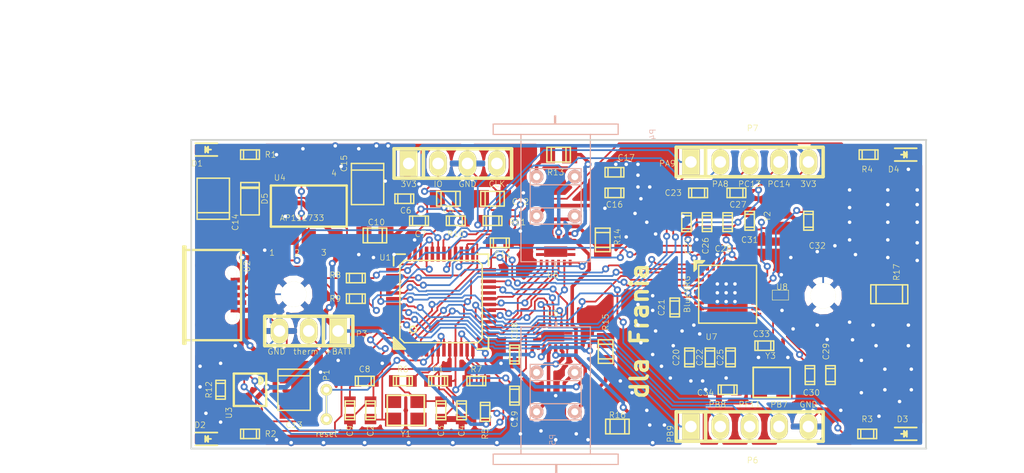
<source format=kicad_pcb>
(kicad_pcb (version 4) (host pcbnew 4.1.0-alpha+201606200816+6943~45~ubuntu15.10.1-product)
  (layers (0 F.Cu signal) (31 B.Cu signal) (34 B.Paste user) (35 F.Paste user) (36 B.SilkS user) (37 F.SilkS user) (38 B.Mask user) (39 F.Mask user) (44 Edge.Cuts user))
  (net 0 "")
  (net 1 +3V3)
  (net 2 GND)
  (net 3 "Net-(C2-Pad1)")
  (net 4 "Net-(C3-Pad1)")
  (net 5 +5V)
  (net 6 "Net-(C22-Pad1)")
  (net 7 "Net-(C23-Pad2)")
  (net 8 "Net-(C31-Pad1)")
  (net 9 "Net-(C32-Pad1)")
  (net 10 "Net-(C33-Pad1)")
  (net 11 "Net-(C34-Pad1)")
  (net 12 "Net-(D1-Pad2)")
  (net 13 "Net-(D2-Pad2)")
  (net 14 "Net-(D3-Pad2)")
  (net 15 "Net-(D4-Pad2)")
  (net 16 "Net-(P1-Pad1)")
  (net 17 "Net-(P2-Pad2)")
  (net 18 "Net-(P2-Pad4)")
  (net 19 +BATT)
  (net 20 "Net-(P3-Pad2)")
  (net 21 "Net-(P4-Pad2)")
  (net 22 "Net-(P4-Pad4)")
  (net 23 "Net-(P4-Pad3)")
  (net 24 "Net-(P4-Pad1)")
  (net 25 "Net-(P5-Pad2)")
  (net 26 "Net-(P5-Pad4)")
  (net 27 "Net-(P5-Pad3)")
  (net 28 "Net-(P5-Pad1)")
  (net 29 /micro/led1)
  (net 30 /micro/led2)
  (net 31 /micro/led3)
  (net 32 /micro/led4)
  (net 33 "Net-(R5-Pad1)")
  (net 34 "Net-(R6-Pad1)")
  (net 35 "Net-(R8-Pad1)")
  (net 36 "Net-(R8-Pad2)")
  (net 37 "Net-(R9-Pad1)")
  (net 38 "Net-(R9-Pad2)")
  (net 39 /micro/swdio)
  (net 40 /micro/swdclk)
  (net 41 "Net-(R12-Pad1)")
  (net 42 "Net-(R13-Pad1)")
  (net 43 "Net-(R14-Pad1)")
  (net 44 "Net-(R15-Pad1)")
  (net 45 "Net-(R16-Pad1)")
  (net 46 "Net-(R17-Pad1)")
  (net 47 "Net-(R17-Pad2)")
  (net 48 "Net-(U1-Pad4)")
  (net 49 "Net-(U1-Pad1)")
  (net 50 /micro/aphasel)
  (net 51 /micro/bphasel)
  (net 52 /bluetooth/ble_spi_clk)
  (net 53 /micro/aphaser)
  (net 54 /micro/bphaser)
  (net 55 /micro/aenbll)
  (net 56 /micro/benbll)
  (net 57 /micro/aenblr)
  (net 58 /bluetooth/ble_resetn)
  (net 59 /bluetooth/ble_spi_irq)
  (net 60 /bluetooth/ble_spi_miso)
  (net 61 /bluetooth/ble_spi_mosi)
  (net 62 /bluetooth/ble_spi_cs)
  (net 63 /micro/progress)
  (net 64 /micro/complete)
  (net 65 /micro/benblr)
  (net 66 "Net-(U2-Pad4)")
  (net 67 "Net-(U3-Pad7)")
  (net 68 "Net-(U7-Pad4)")
  (net 69 "Net-(U7-Pad13)")
  (net 70 "Net-(U7-Pad14)")
  (net 71 "Net-(U7-Pad15)")
  (net 72 "Net-(U7-Pad16)")
  (net 73 "Net-(U7-Pad20)")
  (net 74 "Net-(U7-Pad21)")
  (net 75 "Net-(U7-Pad26)")
  (net 76 /micro/head1)
  (net 77 /micro/head2)
  (net 78 "Net-(P7-Pad2)")
  (net 79 "Net-(P7-Pad1)")
  (net 80 "Net-(P6-Pad4)")
  (net 81 "Net-(P6-Pad3)")
  (net 82 "Net-(P6-Pad2)")
  (net 83 "Net-(P6-Pad1)")
  (net 84 "Net-(U1-Pad20)")
  (module Mounting_Holes:MountingHole_2.2mm_M2_ISO7380 (layer F.Cu) (at 149.82698 128.905)
    (fp_text reference P9 (at 0.03302 -0.127) (layer F.SilkS) (effects (font (size 0.508 0.508) (thickness 0.0508))))
    (fp_text value CONN_01X01 hide)
    (pad 1 np_thru_hole circle (at 0 0) (size 2.2 2.2) (drill 2.2) (layers *.Cu *.Mask F.SilkS) (net 2 GND))
  )
  (module w_smd_cap:c_0603 (layer F.Cu) (at 162.306 136.398)
    (fp_text reference C1 (at 0 -1.016) (layer F.SilkS) (effects (font (size 0.508 0.508) (thickness 0.0508))))
    (fp_text value 1µF hide)
    (pad 1 smd rect (at 0.75184 0) (size 0.89916 1.00076) (layers F.Cu F.Paste F.Mask) (net 1 +3V3))
    (pad 2 smd rect (at -0.75184 0) (size 0.89916 1.00076) (layers F.Cu F.Paste F.Mask) (net 2 GND))
  )
  (module w_smd_cap:c_0603 (layer F.Cu) (at 156.464 138.938 270)
    (fp_text reference C2 (at 1.778 0 270) (layer F.SilkS) (effects (font (size 0.508 0.508) (thickness 0.0508))))
    (fp_text value ?10pF hide)
    (pad 1 smd rect (at 0.75184 0 270) (size 0.89916 1.00076) (layers F.Cu F.Paste F.Mask) (net 3 "Net-(C2-Pad1)"))
    (pad 2 smd rect (at -0.75184 0 270) (size 0.89916 1.00076) (layers F.Cu F.Paste F.Mask) (net 2 GND))
  )
  (module w_smd_cap:c_0603 (layer F.Cu) (at 162.56 138.938 90)
    (fp_text reference C3 (at -1.778 0 90) (layer F.SilkS) (effects (font (size 0.508 0.508) (thickness 0.0508))))
    (fp_text value ?10pF hide)
    (pad 1 smd rect (at 0.75184 0 90) (size 0.89916 1.00076) (layers F.Cu F.Paste F.Mask) (net 4 "Net-(C3-Pad1)"))
    (pad 2 smd rect (at -0.75184 0 90) (size 0.89916 1.00076) (layers F.Cu F.Paste F.Mask) (net 2 GND))
  )
  (module w_smd_cap:c_0603 (layer F.Cu) (at 164.338 138.938 90)
    (fp_text reference C4 (at -1.778 0 90) (layer F.SilkS) (effects (font (size 0.508 0.508) (thickness 0.0508))))
    (fp_text value 10nF hide)
    (pad 1 smd rect (at 0.75184 0 90) (size 0.89916 1.00076) (layers F.Cu F.Paste F.Mask) (net 1 +3V3))
    (pad 2 smd rect (at -0.75184 0 90) (size 0.89916 1.00076) (layers F.Cu F.Paste F.Mask) (net 2 GND))
  )
  (module w_smd_cap:c_0805 (layer F.Cu) (at 163.195 120.65 180)
    (fp_text reference C5 (at 0 -0.9906 180) (layer F.SilkS) (effects (font (size 0.508 0.508) (thickness 0.0508))))
    (fp_text value 4.7µF hide)
    (pad 1 smd rect (at 0.9525 0 180) (size 1.30048 1.4986) (layers F.Cu F.Paste F.Mask) (net 1 +3V3))
    (pad 2 smd rect (at -0.9525 0 180) (size 1.30048 1.4986) (layers F.Cu F.Paste F.Mask) (net 2 GND))
  )
  (module w_smd_cap:c_0603 (layer F.Cu) (at 159.385 120.65 180)
    (fp_text reference C6 (at -0.127 -1.016 180) (layer F.SilkS) (effects (font (size 0.508 0.508) (thickness 0.0508))))
    (fp_text value 100nF hide)
    (pad 1 smd rect (at 0.75184 0 180) (size 0.89916 1.00076) (layers F.Cu F.Paste F.Mask) (net 1 +3V3))
    (pad 2 smd rect (at -0.75184 0 180) (size 0.89916 1.00076) (layers F.Cu F.Paste F.Mask) (net 2 GND))
  )
  (module w_smd_cap:c_0603 (layer F.Cu) (at 160.655 122.555 180)
    (fp_text reference C7 (at -0.127 -1.143 180) (layer F.SilkS) (effects (font (size 0.508 0.508) (thickness 0.0508))))
    (fp_text value 100nF hide)
    (pad 1 smd rect (at 0.75184 0 180) (size 0.89916 1.00076) (layers F.Cu F.Paste F.Mask) (net 1 +3V3))
    (pad 2 smd rect (at -0.75184 0 180) (size 0.89916 1.00076) (layers F.Cu F.Paste F.Mask) (net 2 GND))
  )
  (module w_smd_cap:c_0603 (layer F.Cu) (at 155.96616 136.398 180)
    (fp_text reference C8 (at 0.01016 1.016 180) (layer F.SilkS) (effects (font (size 0.508 0.508) (thickness 0.0508))))
    (fp_text value 100nF hide)
    (pad 1 smd rect (at 0.75184 0 180) (size 0.89916 1.00076) (layers F.Cu F.Paste F.Mask) (net 1 +3V3))
    (pad 2 smd rect (at -0.75184 0 180) (size 0.89916 1.00076) (layers F.Cu F.Paste F.Mask) (net 2 GND))
  )
  (module w_smd_cap:c_0603 (layer F.Cu) (at 154.686 138.938 90)
    (fp_text reference C9 (at -1.778 0 90) (layer F.SilkS) (effects (font (size 0.508 0.508) (thickness 0.0508))))
    (fp_text value 100nF hide)
    (pad 1 smd rect (at 0.75184 0 90) (size 0.89916 1.00076) (layers F.Cu F.Paste F.Mask) (net 1 +3V3))
    (pad 2 smd rect (at -0.75184 0 90) (size 0.89916 1.00076) (layers F.Cu F.Paste F.Mask) (net 2 GND))
  )
  (module w_smd_cap:c_0805 (layer F.Cu) (at 156.845 123.825)
    (fp_text reference C10 (at 0.127 -1.143) (layer F.SilkS) (effects (font (size 0.508 0.508) (thickness 0.0508))))
    (fp_text value 4.7µF hide)
    (pad 1 smd rect (at 0.9525 0) (size 1.30048 1.4986) (layers F.Cu F.Paste F.Mask) (net 1 +3V3))
    (pad 2 smd rect (at -0.9525 0) (size 1.30048 1.4986) (layers F.Cu F.Paste F.Mask) (net 2 GND))
  )
  (module w_smd_cap:c_0603 (layer F.Cu) (at 167.64 124.46 180)
    (fp_text reference C11 (at -0.254 -1.016 180) (layer F.SilkS) (effects (font (size 0.508 0.508) (thickness 0.0508))))
    (fp_text value 100nF hide)
    (pad 1 smd rect (at 0.75184 0 180) (size 0.89916 1.00076) (layers F.Cu F.Paste F.Mask) (net 1 +3V3))
    (pad 2 smd rect (at -0.75184 0 180) (size 0.89916 1.00076) (layers F.Cu F.Paste F.Mask) (net 2 GND))
  )
  (module w_smd_cap:c_0805 (layer F.Cu) (at 167.005 120.65 180)
    (fp_text reference C12 (at -2.413 -0.254 180) (layer F.SilkS) (effects (font (size 0.508 0.508) (thickness 0.0508))))
    (fp_text value 4.7µF hide)
    (pad 1 smd rect (at 0.9525 0 180) (size 1.30048 1.4986) (layers F.Cu F.Paste F.Mask) (net 1 +3V3))
    (pad 2 smd rect (at -0.9525 0 180) (size 1.30048 1.4986) (layers F.Cu F.Paste F.Mask) (net 2 GND))
  )
  (module w_smd_cap:c_tant_B (layer F.Cu) (at 149.86 137.16 90)
    (fp_text reference C13 (at -3.048 0 180) (layer F.SilkS) (effects (font (size 0.508 0.508) (thickness 0.0508))))
    (fp_text value 10µF hide)
    (pad 2 smd rect (at 1.524 0 90) (size 1.95072 2.49936) (layers F.Cu F.Paste F.Mask) (net 2 GND))
    (pad 1 smd rect (at -1.524 0 90) (size 1.95072 2.49936) (layers F.Cu F.Paste F.Mask) (net 5 +5V))
  )
  (module w_smd_cap:c_tant_B (layer F.Cu) (at 142.875 120.65 270)
    (fp_text reference C14 (at 2.032 -1.905 270) (layer F.SilkS) (effects (font (size 0.508 0.508) (thickness 0.0508))))
    (fp_text value 10µF hide)
    (pad 2 smd rect (at 1.524 0 270) (size 1.95072 2.49936) (layers F.Cu F.Paste F.Mask) (net 2 GND))
    (pad 1 smd rect (at -1.524 0 270) (size 1.95072 2.49936) (layers F.Cu F.Paste F.Mask) (net 19 +BATT))
  )
  (module w_smd_cap:c_tant_B (layer F.Cu) (at 156.21 119.38 90)
    (fp_text reference C15 (at 1.778 -2.032 90) (layer F.SilkS) (effects (font (size 0.508 0.508) (thickness 0.0508))))
    (fp_text value 10µF hide)
    (pad 2 smd rect (at 1.524 0 90) (size 1.95072 2.49936) (layers F.Cu F.Paste F.Mask) (net 2 GND))
    (pad 1 smd rect (at -1.524 0 90) (size 1.95072 2.49936) (layers F.Cu F.Paste F.Mask) (net 1 +3V3))
  )
  (module w_smd_cap:c_0603 (layer F.Cu) (at 177.546 120.142)
    (fp_text reference C16 (at 0 1.016) (layer F.SilkS) (effects (font (size 0.508 0.508) (thickness 0.0508))))
    (fp_text value 100nF hide)
    (pad 1 smd rect (at 0.75184 0) (size 0.89916 1.00076) (layers F.Cu F.Paste F.Mask) (net 2 GND))
    (pad 2 smd rect (at -0.75184 0) (size 0.89916 1.00076) (layers F.Cu F.Paste F.Mask) (net 1 +3V3))
  )
  (module w_smd_cap:c_0603 (layer F.Cu) (at 177.546 118.364)
    (fp_text reference C17 (at 1.016 -1.27) (layer F.SilkS) (effects (font (size 0.508 0.508) (thickness 0.0508))))
    (fp_text value 100nF hide)
    (pad 1 smd rect (at 0.75184 0) (size 0.89916 1.00076) (layers F.Cu F.Paste F.Mask) (net 2 GND))
    (pad 2 smd rect (at -0.75184 0) (size 0.89916 1.00076) (layers F.Cu F.Paste F.Mask) (net 1 +3V3))
  )
  (module w_smd_cap:c_0603 (layer F.Cu) (at 168.91 134.112 270)
    (fp_text reference C18 (at -2.032 0 270) (layer F.SilkS) (effects (font (size 0.508 0.508) (thickness 0.0508))))
    (fp_text value 100nF hide)
    (pad 1 smd rect (at 0.75184 0 270) (size 0.89916 1.00076) (layers F.Cu F.Paste F.Mask) (net 2 GND))
    (pad 2 smd rect (at -0.75184 0 270) (size 0.89916 1.00076) (layers F.Cu F.Paste F.Mask) (net 1 +3V3))
  )
  (module w_smd_cap:c_0603 (layer F.Cu) (at 168.91 137.668 270)
    (fp_text reference C19 (at 2.032 0 270) (layer F.SilkS) (effects (font (size 0.508 0.508) (thickness 0.0508))))
    (fp_text value 100nF hide)
    (pad 1 smd rect (at 0.75184 0 270) (size 0.89916 1.00076) (layers F.Cu F.Paste F.Mask) (net 2 GND))
    (pad 2 smd rect (at -0.75184 0 270) (size 0.89916 1.00076) (layers F.Cu F.Paste F.Mask) (net 1 +3V3))
  )
  (module w_smd_cap:c_0603 (layer F.Cu) (at 184.023 134.366 90)
    (fp_text reference C20 (at 0 -1.143 90) (layer F.SilkS) (effects (font (size 0.508 0.508) (thickness 0.0508))))
    (fp_text value 100nF hide)
    (pad 1 smd rect (at 0.75184 0 90) (size 0.89916 1.00076) (layers F.Cu F.Paste F.Mask) (net 1 +3V3))
    (pad 2 smd rect (at -0.75184 0 90) (size 0.89916 1.00076) (layers F.Cu F.Paste F.Mask) (net 2 GND))
  )
  (module w_smd_cap:c_0603 (layer F.Cu) (at 182.753 130.048 90)
    (fp_text reference C21 (at 0 -1.143 90) (layer F.SilkS) (effects (font (size 0.508 0.508) (thickness 0.0508))))
    (fp_text value 1µF hide)
    (pad 1 smd rect (at 0.75184 0 90) (size 0.89916 1.00076) (layers F.Cu F.Paste F.Mask) (net 1 +3V3))
    (pad 2 smd rect (at -0.75184 0 90) (size 0.89916 1.00076) (layers F.Cu F.Paste F.Mask) (net 2 GND))
  )
  (module w_smd_cap:c_0603 (layer F.Cu) (at 185.801 134.366 90)
    (fp_text reference C22 (at 0 -0.889 90) (layer F.SilkS) (effects (font (size 0.508 0.508) (thickness 0.0508))))
    (fp_text value 100pF hide)
    (pad 1 smd rect (at 0.75184 0 90) (size 0.89916 1.00076) (layers F.Cu F.Paste F.Mask) (net 6 "Net-(C22-Pad1)"))
    (pad 2 smd rect (at -0.75184 0 90) (size 0.89916 1.00076) (layers F.Cu F.Paste F.Mask) (net 2 GND))
  )
  (module w_smd_cap:c_0603 (layer F.Cu) (at 184.77484 120.142)
    (fp_text reference C23 (at -2.14884 0) (layer F.SilkS) (effects (font (size 0.508 0.508) (thickness 0.0508))))
    (fp_text value 100pF hide)
    (pad 1 smd rect (at 0.75184 0) (size 0.89916 1.00076) (layers F.Cu F.Paste F.Mask) (net 2 GND))
    (pad 2 smd rect (at -0.75184 0) (size 0.89916 1.00076) (layers F.Cu F.Paste F.Mask) (net 7 "Net-(C23-Pad2)"))
  )
  (module w_smd_cap:c_0603 (layer F.Cu) (at 183.769 122.682 90)
    (fp_text reference C24 (at -2.032 0.127 90) (layer F.SilkS) (effects (font (size 0.508 0.508) (thickness 0.0508))))
    (fp_text value 150nF hide)
    (pad 1 smd rect (at 0.75184 0 90) (size 0.89916 1.00076) (layers F.Cu F.Paste F.Mask) (net 2 GND))
    (pad 2 smd rect (at -0.75184 0 90) (size 0.89916 1.00076) (layers F.Cu F.Paste F.Mask) (net 7 "Net-(C23-Pad2)"))
  )
  (module w_smd_cap:c_0603 (layer F.Cu) (at 187.579 134.366 90)
    (fp_text reference C25 (at 0 -0.889 90) (layer F.SilkS) (effects (font (size 0.508 0.508) (thickness 0.0508))))
    (fp_text value 100nF hide)
    (pad 1 smd rect (at 0.75184 0 90) (size 0.89916 1.00076) (layers F.Cu F.Paste F.Mask) (net 6 "Net-(C22-Pad1)"))
    (pad 2 smd rect (at -0.75184 0 90) (size 0.89916 1.00076) (layers F.Cu F.Paste F.Mask) (net 2 GND))
  )
  (module w_smd_cap:c_0603 (layer F.Cu) (at 185.547 122.67184 90)
    (fp_text reference C26 (at -2.04216 -0.127 90) (layer F.SilkS) (effects (font (size 0.508 0.508) (thickness 0.0508))))
    (fp_text value 100nF hide)
    (pad 1 smd rect (at 0.75184 0 90) (size 0.89916 1.00076) (layers F.Cu F.Paste F.Mask) (net 2 GND))
    (pad 2 smd rect (at -0.75184 0 90) (size 0.89916 1.00076) (layers F.Cu F.Paste F.Mask) (net 1 +3V3))
  )
  (module w_smd_cap:c_0603 (layer F.Cu) (at 188.087 120.142)
    (fp_text reference C27 (at 0.127 1.016) (layer F.SilkS) (effects (font (size 0.508 0.508) (thickness 0.0508))))
    (fp_text value 1µF hide)
    (pad 1 smd rect (at 0.75184 0) (size 0.89916 1.00076) (layers F.Cu F.Paste F.Mask) (net 1 +3V3))
    (pad 2 smd rect (at -0.75184 0) (size 0.89916 1.00076) (layers F.Cu F.Paste F.Mask) (net 2 GND))
  )
  (module w_smd_cap:c_0603 (layer F.Cu) (at 187.325 122.67184 270)
    (fp_text reference C28 (at 2.29616 0.381) (layer F.SilkS) (effects (font (size 0.508 0.508) (thickness 0.0508))))
    (fp_text value 100nF hide)
    (pad 1 smd rect (at 0.75184 0 270) (size 0.89916 1.00076) (layers F.Cu F.Paste F.Mask) (net 1 +3V3))
    (pad 2 smd rect (at -0.75184 0 270) (size 0.89916 1.00076) (layers F.Cu F.Paste F.Mask) (net 2 GND))
  )
  (module w_smd_cap:c_0603 (layer F.Cu) (at 196.215 135.89 90)
    (fp_text reference C29 (at 2.032 -0.381 90) (layer F.SilkS) (effects (font (size 0.508 0.508) (thickness 0.0508))))
    (fp_text value 1µF hide)
    (pad 1 smd rect (at 0.75184 0 90) (size 0.89916 1.00076) (layers F.Cu F.Paste F.Mask) (net 1 +3V3))
    (pad 2 smd rect (at -0.75184 0 90) (size 0.89916 1.00076) (layers F.Cu F.Paste F.Mask) (net 2 GND))
  )
  (module w_smd_cap:c_0603 (layer F.Cu) (at 194.437 135.89 90)
    (fp_text reference C30 (at -1.524 0.127 180) (layer F.SilkS) (effects (font (size 0.508 0.508) (thickness 0.0508))))
    (fp_text value 100nF hide)
    (pad 1 smd rect (at 0.75184 0 90) (size 0.89916 1.00076) (layers F.Cu F.Paste F.Mask) (net 1 +3V3))
    (pad 2 smd rect (at -0.75184 0 90) (size 0.89916 1.00076) (layers F.Cu F.Paste F.Mask) (net 2 GND))
  )
  (module w_smd_cap:c_0603 (layer F.Cu) (at 189.23 122.555 270)
    (fp_text reference C31 (at 1.651 0) (layer F.SilkS) (effects (font (size 0.508 0.508) (thickness 0.0508))))
    (fp_text value 6pF hide)
    (pad 1 smd rect (at 0.75184 0 270) (size 0.89916 1.00076) (layers F.Cu F.Paste F.Mask) (net 8 "Net-(C31-Pad1)"))
    (pad 2 smd rect (at -0.75184 0 270) (size 0.89916 1.00076) (layers F.Cu F.Paste F.Mask) (net 2 GND))
  )
  (module w_smd_cap:c_0603 (layer F.Cu) (at 194.31 122.555 90)
    (fp_text reference C32 (at -2.159 0.762 180) (layer F.SilkS) (effects (font (size 0.508 0.508) (thickness 0.0508))))
    (fp_text value 6pF hide)
    (pad 1 smd rect (at 0.75184 0 90) (size 0.89916 1.00076) (layers F.Cu F.Paste F.Mask) (net 9 "Net-(C32-Pad1)"))
    (pad 2 smd rect (at -0.75184 0 90) (size 0.89916 1.00076) (layers F.Cu F.Paste F.Mask) (net 2 GND))
  )
  (module w_smd_cap:c_0603 (layer F.Cu) (at 190.5 133.35)
    (fp_text reference C33 (at -0.254 -1.016) (layer F.SilkS) (effects (font (size 0.508 0.508) (thickness 0.0508))))
    (fp_text value 10pF hide)
    (pad 1 smd rect (at 0.75184 0) (size 0.89916 1.00076) (layers F.Cu F.Paste F.Mask) (net 10 "Net-(C33-Pad1)"))
    (pad 2 smd rect (at -0.75184 0) (size 0.89916 1.00076) (layers F.Cu F.Paste F.Mask) (net 2 GND))
  )
  (module w_smd_cap:c_0603 (layer F.Cu) (at 187.325 137.16)
    (fp_text reference C34 (at -1.905 0.254 180) (layer F.SilkS) (effects (font (size 0.508 0.508) (thickness 0.0508))))
    (fp_text value 10pF hide)
    (pad 1 smd rect (at 0.75184 0) (size 0.89916 1.00076) (layers F.Cu F.Paste F.Mask) (net 11 "Net-(C34-Pad1)"))
    (pad 2 smd rect (at -0.75184 0) (size 0.89916 1.00076) (layers F.Cu F.Paste F.Mask) (net 2 GND))
  )
  (module LEDs:LED_0603 (layer F.Cu) (at 142.43 116.405)
    (fp_text reference D1 (at -0.952 1.197) (layer F.SilkS) (effects (font (size 0.508 0.508) (thickness 0.0508))))
    (fp_text value LED hide)
    (pad 2 smd rect (at 0.7493 0 180) (size 0.79756 0.79756) (layers F.Cu F.Paste F.Mask) (net 12 "Net-(D1-Pad2)"))
    (pad 1 smd rect (at -0.7493 0 180) (size 0.79756 0.79756) (layers F.Cu F.Paste F.Mask) (net 2 GND))
  )
  (module LEDs:LED_0603 (layer F.Cu) (at 142.43 141.405)
    (fp_text reference D2 (at -0.698 -1.197) (layer F.SilkS) (effects (font (size 0.508 0.508) (thickness 0.0508))))
    (fp_text value LED hide)
    (pad 2 smd rect (at 0.7493 0 180) (size 0.79756 0.79756) (layers F.Cu F.Paste F.Mask) (net 13 "Net-(D2-Pad2)"))
    (pad 1 smd rect (at -0.7493 0 180) (size 0.79756 0.79756) (layers F.Cu F.Paste F.Mask) (net 2 GND))
  )
  (module LEDs:LED_0603 (layer F.Cu) (at 202.565 140.97 180)
    (fp_text reference D3 (at 0.127 1.27 180) (layer F.SilkS) (effects (font (size 0.508 0.508) (thickness 0.0508))))
    (fp_text value LED hide)
    (pad 2 smd rect (at 0.7493 0) (size 0.79756 0.79756) (layers F.Cu F.Paste F.Mask) (net 14 "Net-(D3-Pad2)"))
    (pad 1 smd rect (at -0.7493 0) (size 0.79756 0.79756) (layers F.Cu F.Paste F.Mask) (net 2 GND))
  )
  (module LEDs:LED_0603 (layer F.Cu) (at 202.565 116.84 180)
    (fp_text reference D4 (at 0.889 -1.27 180) (layer F.SilkS) (effects (font (size 0.508 0.508) (thickness 0.0508))))
    (fp_text value LED hide)
    (pad 2 smd rect (at 0.7493 0) (size 0.79756 0.79756) (layers F.Cu F.Paste F.Mask) (net 15 "Net-(D4-Pad2)"))
    (pad 1 smd rect (at -0.7493 0) (size 0.79756 0.79756) (layers F.Cu F.Paste F.Mask) (net 2 GND))
  )
  (module iwasz:testpad-2p (layer F.Cu) (at 152.654 138.43 90)
    (fp_text reference P1 (at 2.54 0 90) (layer F.SilkS) (effects (font (size 0.508 0.508) (thickness 0.0508))))
    (fp_text value test-double hide)
    (pad 1 thru_hole circle (at -1.27 0 90) (size 1.016 1.016) (drill 0.508) (layers *.Cu *.Mask F.SilkS) (net 16 "Net-(P1-Pad1)"))
    (pad 1 thru_hole circle (at 1.27 0 90) (size 1.016 1.016) (drill 0.508) (layers *.Cu *.Mask F.SilkS) (net 16 "Net-(P1-Pad1)"))
  )
  (module w_pin_strip:pin_strip_4 (layer F.Cu) (at 163.576 117.602)
    (fp_text reference P2 hide)
    (fp_text value CONN_01X04 hide)
    (pad 1 thru_hole rect (at -3.81 0) (size 1.524 2.19964) (drill 1.00076) (layers *.Cu *.Mask F.SilkS) (net 1 +3V3))
    (pad 2 thru_hole oval (at -1.27 0) (size 1.524 2.19964) (drill 1.00076) (layers *.Cu *.Mask F.SilkS) (net 17 "Net-(P2-Pad2)"))
    (pad 3 thru_hole oval (at 1.27 0) (size 1.524 2.19964) (drill 1.00076) (layers *.Cu *.Mask F.SilkS) (net 2 GND))
    (pad 4 thru_hole oval (at 3.81 0) (size 1.524 2.19964) (drill 1.00076) (layers *.Cu *.Mask F.SilkS) (net 18 "Net-(P2-Pad4)"))
  )
  (module w_pin_strip:pin_strip_3 (layer F.Cu) (at 151.13 132.08 180)
    (fp_text reference P3 (at -4.572 -0.254 180) (layer F.SilkS) (effects (font (size 0.508 0.508) (thickness 0.0508))))
    (fp_text value CONN_01X03 hide)
    (pad 1 thru_hole rect (at -2.54 0 180) (size 1.524 2.19964) (drill 1.00076) (layers *.Cu *.Mask F.SilkS) (net 19 +BATT))
    (pad 2 thru_hole oval (at 0 0 180) (size 1.524 2.19964) (drill 1.00076) (layers *.Cu *.Mask F.SilkS) (net 20 "Net-(P3-Pad2)"))
    (pad 3 thru_hole oval (at 2.54 0 180) (size 1.524 2.19964) (drill 1.00076) (layers *.Cu *.Mask F.SilkS) (net 2 GND))
  )
  (module iwasz:stepper-small (layer B.Cu) (at 175.465 115.095 270)
    (fp_text reference P4 (at 0 -5.4 270) (layer B.SilkS) (effects (font (size 0.508 0.508) (thickness 0.0508)) (justify mirror)))
    (fp_text value left_motor hide)
    (pad 2 thru_hole circle (at 3.65 1.35 270) (size 1.2 1.2) (drill 0.6) (layers *.Cu *.Mask B.SilkS) (net 21 "Net-(P4-Pad2)"))
    (pad 4 thru_hole circle (at 7.05 1.35 270) (size 1.2 1.2) (drill 0.6) (layers *.Cu *.Mask B.SilkS) (net 22 "Net-(P4-Pad4)"))
    (pad 3 thru_hole circle (at 7.05 4.65 270) (size 1.2 1.2) (drill 0.6) (layers *.Cu *.Mask B.SilkS) (net 23 "Net-(P4-Pad3)"))
    (pad 1 thru_hole circle (at 3.65 4.65 270) (size 1.2 1.2) (drill 0.6) (layers *.Cu *.Mask B.SilkS) (net 24 "Net-(P4-Pad1)"))
  )
  (module iwasz:stepper-small (layer B.Cu) (at 169.465 142.715 90)
    (fp_text reference P5 (at 1.237 2.747 90) (layer B.SilkS) (effects (font (size 0.508 0.508) (thickness 0.0508)) (justify mirror)))
    (fp_text value right_motor hide)
    (pad 2 thru_hole circle (at 3.65 1.35 90) (size 1.2 1.2) (drill 0.6) (layers *.Cu *.Mask B.SilkS) (net 25 "Net-(P5-Pad2)"))
    (pad 4 thru_hole circle (at 7.05 1.35 90) (size 1.2 1.2) (drill 0.6) (layers *.Cu *.Mask B.SilkS) (net 26 "Net-(P5-Pad4)"))
    (pad 3 thru_hole circle (at 7.05 4.65 90) (size 1.2 1.2) (drill 0.6) (layers *.Cu *.Mask B.SilkS) (net 27 "Net-(P5-Pad3)"))
    (pad 1 thru_hole circle (at 3.65 4.65 90) (size 1.2 1.2) (drill 0.6) (layers *.Cu *.Mask B.SilkS) (net 28 "Net-(P5-Pad1)"))
  )
  (module w_smd_resistors:r_0603 (layer F.Cu) (at 146.05 116.84 180)
    (fp_text reference R1 (at -1.778 0 180) (layer F.SilkS) (effects (font (size 0.508 0.508) (thickness 0.0508))))
    (fp_text value 680R hide)
    (pad 1 smd rect (at 0.75184 0 180) (size 0.89916 1.00076) (layers F.Cu F.Paste F.Mask) (net 12 "Net-(D1-Pad2)"))
    (pad 2 smd rect (at -0.75184 0 180) (size 0.89916 1.00076) (layers F.Cu F.Paste F.Mask) (net 29 /micro/led1))
  )
  (module w_smd_resistors:r_0603 (layer F.Cu) (at 146.05 140.97 180)
    (fp_text reference R2 (at -1.778 0 180) (layer F.SilkS) (effects (font (size 0.508 0.508) (thickness 0.0508))))
    (fp_text value 680R hide)
    (pad 1 smd rect (at 0.75184 0 180) (size 0.89916 1.00076) (layers F.Cu F.Paste F.Mask) (net 13 "Net-(D2-Pad2)"))
    (pad 2 smd rect (at -0.75184 0 180) (size 0.89916 1.00076) (layers F.Cu F.Paste F.Mask) (net 30 /micro/led2))
  )
  (module w_smd_resistors:r_0603 (layer F.Cu) (at 199.39 140.97)
    (fp_text reference R3 (at 0 -1.27) (layer F.SilkS) (effects (font (size 0.508 0.508) (thickness 0.0508))))
    (fp_text value 680R hide)
    (pad 1 smd rect (at 0.75184 0) (size 0.89916 1.00076) (layers F.Cu F.Paste F.Mask) (net 14 "Net-(D3-Pad2)"))
    (pad 2 smd rect (at -0.75184 0) (size 0.89916 1.00076) (layers F.Cu F.Paste F.Mask) (net 31 /micro/led3))
  )
  (module w_smd_resistors:r_0603 (layer F.Cu) (at 199.50684 116.84)
    (fp_text reference R4 (at -0.11684 1.27) (layer F.SilkS) (effects (font (size 0.508 0.508) (thickness 0.0508))))
    (fp_text value 680R hide)
    (pad 1 smd rect (at 0.75184 0) (size 0.89916 1.00076) (layers F.Cu F.Paste F.Mask) (net 15 "Net-(D4-Pad2)"))
    (pad 2 smd rect (at -0.75184 0) (size 0.89916 1.00076) (layers F.Cu F.Paste F.Mask) (net 32 /micro/led4))
  )
  (module w_smd_resistors:r_0603 (layer F.Cu) (at 166.37 139.065 90)
    (fp_text reference R5 (at -1.905 0 90) (layer F.SilkS) (effects (font (size 0.508 0.508) (thickness 0.0508))))
    (fp_text value 1k hide)
    (pad 1 smd rect (at 0.75184 0 90) (size 0.89916 1.00076) (layers F.Cu F.Paste F.Mask) (net 33 "Net-(R5-Pad1)"))
    (pad 2 smd rect (at -0.75184 0 90) (size 0.89916 1.00076) (layers F.Cu F.Paste F.Mask) (net 19 +BATT))
  )
  (module w_smd_resistors:r_0603 (layer F.Cu) (at 159.258 136.398)
    (fp_text reference R6 (at 0 -1.016) (layer F.SilkS) (effects (font (size 0.508 0.508) (thickness 0.0508))))
    (fp_text value 220R hide)
    (pad 1 smd rect (at 0.75184 0) (size 0.89916 1.00076) (layers F.Cu F.Paste F.Mask) (net 34 "Net-(R6-Pad1)"))
    (pad 2 smd rect (at -0.75184 0) (size 0.89916 1.00076) (layers F.Cu F.Paste F.Mask) (net 4 "Net-(C3-Pad1)"))
  )
  (module w_smd_resistors:r_0603 (layer F.Cu) (at 165.608 136.398)
    (fp_text reference R7 (at 0 -1.016) (layer F.SilkS) (effects (font (size 0.508 0.508) (thickness 0.0508))))
    (fp_text value 1k hide)
    (pad 1 smd rect (at 0.75184 0) (size 0.89916 1.00076) (layers F.Cu F.Paste F.Mask) (net 33 "Net-(R5-Pad1)"))
    (pad 2 smd rect (at -0.75184 0) (size 0.89916 1.00076) (layers F.Cu F.Paste F.Mask) (net 2 GND))
  )
  (module w_smd_resistors:r_0603 (layer F.Cu) (at 155.194 127.508 180)
    (fp_text reference R8 (at 1.778 0.254 180) (layer F.SilkS) (effects (font (size 0.508 0.508) (thickness 0.0508))))
    (fp_text value 22R hide)
    (pad 1 smd rect (at 0.75184 0 180) (size 0.89916 1.00076) (layers F.Cu F.Paste F.Mask) (net 35 "Net-(R8-Pad1)"))
    (pad 2 smd rect (at -0.75184 0 180) (size 0.89916 1.00076) (layers F.Cu F.Paste F.Mask) (net 36 "Net-(R8-Pad2)"))
  )
  (module w_smd_resistors:r_0603 (layer F.Cu) (at 155.194 129.286 180)
    (fp_text reference R9 (at 1.778 0 180) (layer F.SilkS) (effects (font (size 0.508 0.508) (thickness 0.0508))))
    (fp_text value 22R hide)
    (pad 1 smd rect (at 0.75184 0 180) (size 0.89916 1.00076) (layers F.Cu F.Paste F.Mask) (net 37 "Net-(R9-Pad1)"))
    (pad 2 smd rect (at -0.75184 0 180) (size 0.89916 1.00076) (layers F.Cu F.Paste F.Mask) (net 38 "Net-(R9-Pad2)"))
  )
  (module w_smd_resistors:r_0603 (layer F.Cu) (at 163.83 122.555)
    (fp_text reference R10 (at 0 1.143) (layer F.SilkS) (effects (font (size 0.508 0.508) (thickness 0.0508))))
    (fp_text value 22R hide)
    (pad 1 smd rect (at 0.75184 0) (size 0.89916 1.00076) (layers F.Cu F.Paste F.Mask) (net 17 "Net-(P2-Pad2)"))
    (pad 2 smd rect (at -0.75184 0) (size 0.89916 1.00076) (layers F.Cu F.Paste F.Mask) (net 39 /micro/swdio))
  )
  (module w_smd_resistors:r_0603 (layer F.Cu) (at 167.005 122.555 180)
    (fp_text reference R11 (at -2.159 -0.127 180) (layer F.SilkS) (effects (font (size 0.508 0.508) (thickness 0.0508))))
    (fp_text value 22R hide)
    (pad 1 smd rect (at 0.75184 0 180) (size 0.89916 1.00076) (layers F.Cu F.Paste F.Mask) (net 18 "Net-(P2-Pad4)"))
    (pad 2 smd rect (at -0.75184 0 180) (size 0.89916 1.00076) (layers F.Cu F.Paste F.Mask) (net 40 /micro/swdclk))
  )
  (module w_smd_resistors:r_0603 (layer F.Cu) (at 143.51 137.16 270)
    (fp_text reference R12 (at 0 1.016 270) (layer F.SilkS) (effects (font (size 0.508 0.508) (thickness 0.0508))))
    (fp_text value 3k3 hide)
    (pad 1 smd rect (at 0.75184 0 270) (size 0.89916 1.00076) (layers F.Cu F.Paste F.Mask) (net 41 "Net-(R12-Pad1)"))
    (pad 2 smd rect (at -0.75184 0 270) (size 0.89916 1.00076) (layers F.Cu F.Paste F.Mask) (net 2 GND))
  )
  (module w_smd_resistors:r_0805 (layer F.Cu) (at 172.72 116.84)
    (fp_text reference R13 (at -0.254 1.524) (layer F.SilkS) (effects (font (size 0.508 0.508) (thickness 0.0508))))
    (fp_text value R hide)
    (pad 1 smd rect (at 0.9525 0) (size 1.30048 1.4986) (layers F.Cu F.Paste F.Mask) (net 42 "Net-(R13-Pad1)"))
    (pad 2 smd rect (at -0.9525 0) (size 1.30048 1.4986) (layers F.Cu F.Paste F.Mask) (net 24 "Net-(P4-Pad1)"))
  )
  (module w_smd_resistors:r_0805 (layer F.Cu) (at 176.53 124.206 270)
    (fp_text reference R14 (at -0.254 -1.27 270) (layer F.SilkS) (effects (font (size 0.508 0.508) (thickness 0.0508))))
    (fp_text value R hide)
    (pad 1 smd rect (at 0.9525 0 270) (size 1.30048 1.4986) (layers F.Cu F.Paste F.Mask) (net 43 "Net-(R14-Pad1)"))
    (pad 2 smd rect (at -0.9525 0 270) (size 1.30048 1.4986) (layers F.Cu F.Paste F.Mask) (net 23 "Net-(P4-Pad3)"))
  )
  (module w_smd_resistors:r_0805 (layer F.Cu) (at 176.784 133.858 90)
    (fp_text reference R15 (at 2.54 0 90) (layer F.SilkS) (effects (font (size 0.508 0.508) (thickness 0.0508))))
    (fp_text value R hide)
    (pad 1 smd rect (at 0.9525 0 90) (size 1.30048 1.4986) (layers F.Cu F.Paste F.Mask) (net 44 "Net-(R15-Pad1)"))
    (pad 2 smd rect (at -0.9525 0 90) (size 1.30048 1.4986) (layers F.Cu F.Paste F.Mask) (net 28 "Net-(P5-Pad1)"))
  )
  (module w_smd_resistors:r_0805 (layer F.Cu) (at 177.8 140.335)
    (fp_text reference R16 (at 0 -0.9906) (layer F.SilkS) (effects (font (size 0.508 0.508) (thickness 0.0508))))
    (fp_text value R hide)
    (pad 1 smd rect (at 0.9525 0) (size 1.30048 1.4986) (layers F.Cu F.Paste F.Mask) (net 45 "Net-(R16-Pad1)"))
    (pad 2 smd rect (at -0.9525 0) (size 1.30048 1.4986) (layers F.Cu F.Paste F.Mask) (net 27 "Net-(P5-Pad3)"))
  )
  (module w_smd_resistors:r_1206 (layer F.Cu) (at 201.295 128.905)
    (fp_text reference R17 (at 0.635 -1.905 270) (layer F.SilkS) (effects (font (size 0.508 0.508) (thickness 0.0508))))
    (fp_text value AMCA31 hide)
    (pad 1 smd rect (at 1.397 0) (size 1.6002 1.8034) (layers F.Cu F.Paste F.Mask) (net 46 "Net-(R17-Pad1)"))
    (pad 2 smd rect (at -1.397 0) (size 1.6002 1.8034) (layers F.Cu F.Paste F.Mask) (net 47 "Net-(R17-Pad2)"))
  )
  (module w_smd_lqfp:lqfp48 (layer F.Cu) (at 162.56 129.54)
    (fp_text reference U1 (at -4.826 -3.81) (layer F.SilkS) (effects (font (size 0.508 0.508) (thickness 0.0508))))
    (fp_text value STM32F072CB/F042C6 hide)
    (pad 4 smd rect (at -1.24968 4.09956) (size 0.29972 1.30048) (layers F.Cu F.Paste F.Mask) (net 48 "Net-(U1-Pad4)"))
    (pad 5 smd rect (at -0.7493 4.09956) (size 0.29972 1.30048) (layers F.Cu F.Paste F.Mask) (net 3 "Net-(C2-Pad1)"))
    (pad 6 smd rect (at -0.24892 4.09956) (size 0.29972 1.30048) (layers F.Cu F.Paste F.Mask) (net 34 "Net-(R6-Pad1)"))
    (pad 7 smd rect (at 0.24892 4.09956) (size 0.29972 1.30048) (layers F.Cu F.Paste F.Mask) (net 16 "Net-(P1-Pad1)"))
    (pad 8 smd rect (at 0.7493 4.09956) (size 0.29972 1.30048) (layers F.Cu F.Paste F.Mask) (net 2 GND))
    (pad 1 smd rect (at -2.75082 4.09956) (size 0.29972 1.30048) (layers F.Cu F.Paste F.Mask) (net 49 "Net-(U1-Pad1)"))
    (pad 2 smd rect (at -2.25044 4.09956) (size 0.29972 1.30048) (layers F.Cu F.Paste F.Mask) (net 76 /micro/head1))
    (pad 3 smd rect (at -1.75006 4.09956) (size 0.29972 1.30048) (layers F.Cu F.Paste F.Mask) (net 77 /micro/head2))
    (pad 13 smd rect (at 4.09956 2.75082) (size 1.30048 0.29972) (layers F.Cu F.Paste F.Mask) (net 50 /micro/aphasel))
    (pad 14 smd rect (at 4.09956 2.25044) (size 1.30048 0.29972) (layers F.Cu F.Paste F.Mask) (net 51 /micro/bphasel))
    (pad 15 smd rect (at 4.09956 1.75006) (size 1.30048 0.29972) (layers F.Cu F.Paste F.Mask) (net 52 /bluetooth/ble_spi_clk))
    (pad 16 smd rect (at 4.09956 1.24968) (size 1.30048 0.29972) (layers F.Cu F.Paste F.Mask) (net 53 /micro/aphaser))
    (pad 17 smd rect (at 4.09956 0.7493) (size 1.30048 0.29972) (layers F.Cu F.Paste F.Mask) (net 54 /micro/bphaser))
    (pad 18 smd rect (at 4.09956 0.24892) (size 1.30048 0.29972) (layers F.Cu F.Paste F.Mask) (net 55 /micro/aenbll))
    (pad 19 smd rect (at 4.09956 -0.24892) (size 1.30048 0.29972) (layers F.Cu F.Paste F.Mask) (net 56 /micro/benbll))
    (pad 20 smd rect (at 4.09956 -0.7493) (size 1.30048 0.29972) (layers F.Cu F.Paste F.Mask) (net 84 "Net-(U1-Pad20)"))
    (pad 25 smd rect (at 2.75082 -4.09956) (size 0.29972 1.30048) (layers F.Cu F.Paste F.Mask) (net 29 /micro/led1))
    (pad 26 smd rect (at 2.25044 -4.09956) (size 0.29972 1.30048) (layers F.Cu F.Paste F.Mask) (net 30 /micro/led2))
    (pad 27 smd rect (at 1.75006 -4.09956) (size 0.29972 1.30048) (layers F.Cu F.Paste F.Mask) (net 31 /micro/led3))
    (pad 28 smd rect (at 1.24968 -4.09956) (size 0.29972 1.30048) (layers F.Cu F.Paste F.Mask) (net 32 /micro/led4))
    (pad 29 smd rect (at 0.7493 -4.09956) (size 0.29972 1.30048) (layers F.Cu F.Paste F.Mask) (net 78 "Net-(P7-Pad2)"))
    (pad 30 smd rect (at 0.24892 -4.09956) (size 0.29972 1.30048) (layers F.Cu F.Paste F.Mask) (net 79 "Net-(P7-Pad1)"))
    (pad 31 smd rect (at -0.24892 -4.09956) (size 0.29972 1.30048) (layers F.Cu F.Paste F.Mask) (net 5 +5V))
    (pad 32 smd rect (at -0.7493 -4.09956) (size 0.29972 1.30048) (layers F.Cu F.Paste F.Mask) (net 36 "Net-(R8-Pad2)"))
    (pad 37 smd rect (at -4.09956 -2.75082) (size 1.30048 0.29972) (layers F.Cu F.Paste F.Mask) (net 40 /micro/swdclk))
    (pad 38 smd rect (at -4.09956 -2.25044) (size 1.30048 0.29972) (layers F.Cu F.Paste F.Mask) (net 58 /bluetooth/ble_resetn))
    (pad 39 smd rect (at -4.09956 -1.75006) (size 1.30048 0.29972) (layers F.Cu F.Paste F.Mask) (net 59 /bluetooth/ble_spi_irq))
    (pad 40 smd rect (at -4.09956 -1.24968) (size 1.30048 0.29972) (layers F.Cu F.Paste F.Mask) (net 60 /bluetooth/ble_spi_miso))
    (pad 41 smd rect (at -4.09956 -0.7493) (size 1.30048 0.29972) (layers F.Cu F.Paste F.Mask) (net 61 /bluetooth/ble_spi_mosi))
    (pad 42 smd rect (at -4.09956 -0.24892) (size 1.30048 0.29972) (layers F.Cu F.Paste F.Mask) (net 62 /bluetooth/ble_spi_cs))
    (pad 43 smd rect (at -4.09956 0.24892) (size 1.30048 0.29972) (layers F.Cu F.Paste F.Mask) (net 80 "Net-(P6-Pad4)"))
    (pad 44 smd rect (at -4.09956 0.7493) (size 1.30048 0.29972) (layers F.Cu F.Paste F.Mask) (net 81 "Net-(P6-Pad3)"))
    (pad 9 smd rect (at 1.24968 4.09956) (size 0.29972 1.30048) (layers F.Cu F.Paste F.Mask) (net 1 +3V3))
    (pad 10 smd rect (at 1.75006 4.09956) (size 0.29972 1.30048) (layers F.Cu F.Paste F.Mask) (net 63 /micro/progress))
    (pad 11 smd rect (at 2.25044 4.09956) (size 0.29972 1.30048) (layers F.Cu F.Paste F.Mask) (net 64 /micro/complete))
    (pad 12 smd rect (at 2.75082 4.09956) (size 0.29972 1.30048) (layers F.Cu F.Paste F.Mask) (net 33 "Net-(R5-Pad1)"))
    (pad 21 smd rect (at 4.09956 -1.24968) (size 1.30048 0.29972) (layers F.Cu F.Paste F.Mask) (net 57 /micro/aenblr))
    (pad 22 smd rect (at 4.09956 -1.75006) (size 1.30048 0.29972) (layers F.Cu F.Paste F.Mask) (net 65 /micro/benblr))
    (pad 23 smd rect (at 4.09956 -2.25044) (size 1.30048 0.29972) (layers F.Cu F.Paste F.Mask) (net 2 GND))
    (pad 24 smd rect (at 4.09956 -2.75082) (size 1.30048 0.29972) (layers F.Cu F.Paste F.Mask) (net 1 +3V3))
    (pad 33 smd rect (at -1.24968 -4.09956) (size 0.29972 1.30048) (layers F.Cu F.Paste F.Mask) (net 38 "Net-(R9-Pad2)"))
    (pad 34 smd rect (at -1.75006 -4.09956) (size 0.29972 1.30048) (layers F.Cu F.Paste F.Mask) (net 39 /micro/swdio))
    (pad 35 smd rect (at -2.25044 -4.09956) (size 0.29972 1.30048) (layers F.Cu F.Paste F.Mask) (net 2 GND))
    (pad 36 smd rect (at -2.75082 -4.09956) (size 0.29972 1.30048) (layers F.Cu F.Paste F.Mask) (net 1 +3V3))
    (pad 45 smd rect (at -4.09956 1.24968) (size 1.30048 0.29972) (layers F.Cu F.Paste F.Mask) (net 82 "Net-(P6-Pad2)"))
    (pad 46 smd rect (at -4.09956 1.75006) (size 1.30048 0.29972) (layers F.Cu F.Paste F.Mask) (net 83 "Net-(P6-Pad1)"))
    (pad 47 smd rect (at -4.09956 2.25044) (size 1.30048 0.29972) (layers F.Cu F.Paste F.Mask) (net 2 GND))
    (pad 48 smd rect (at -4.09956 2.75082) (size 1.30048 0.29972) (layers F.Cu F.Paste F.Mask) (net 1 +3V3))
  )
  (module w_conn_pc:conn_usb_B_micro_smd-2 (layer F.Cu) (at 142.375 128.97612 270)
    (fp_text reference U2 (at -2.48412 -3.421 270) (layer F.SilkS) (effects (font (size 0.508 0.508) (thickness 0.0508))))
    (fp_text value usb-micro hide)
    (pad "" smd rect (at -1.19888 0 270) (size 1.89738 1.89738) (layers F.Cu F.Paste F.Mask))
    (pad "" smd rect (at 1.19888 0 270) (size 1.89738 1.89738) (layers F.Cu F.Paste F.Mask))
    (pad "" smd rect (at 3.9497 0 270) (size 1.89738 1.89738) (layers F.Cu F.Paste F.Mask))
    (pad "" smd rect (at -3.9497 0 270) (size 1.89738 1.89738) (layers F.Cu F.Paste F.Mask))
    (pad 1 smd rect (at -1.30048 -2.67462 270) (size 0.39878 1.34874) (layers F.Cu F.Paste F.Mask) (net 5 +5V))
    (pad 2 smd rect (at -0.6477 -2.67462 270) (size 0.39878 1.3462) (layers F.Cu F.Paste F.Mask) (net 35 "Net-(R8-Pad1)"))
    (pad 3 smd rect (at 0 -2.67462 270) (size 0.39878 1.3462) (layers F.Cu F.Paste F.Mask) (net 37 "Net-(R9-Pad1)"))
    (pad 4 smd rect (at 0.6477 -2.67462 270) (size 0.39878 1.3462) (layers F.Cu F.Paste F.Mask) (net 66 "Net-(U2-Pad4)"))
    (pad 5 smd rect (at 1.30048 -2.67462 270) (size 0.39878 1.3462) (layers F.Cu F.Paste F.Mask) (net 2 GND))
    (pad "" np_thru_hole circle (at 1.89738 -2.1463 270) (size 0.79756 0.79756) (drill 0.79756) (layers *.Cu *.Mask F.SilkS))
    (pad "" np_thru_hole circle (at -1.89992 -2.14884 270) (size 0.79756 0.79756) (drill 0.79756) (layers *.Cu *.Mask F.SilkS))
  )
  (module ref-packages:MSOP10 (layer F.Cu) (at 146.05 137.16 180)
    (fp_text reference U3 (at 1.524 -2.54 270) (layer F.SilkS) (effects (font (size 0.508 0.508) (thickness 0.0508)) (justify left bottom)))
    (fp_text value MCP73833 hide)
    (pad 1 smd rect (at -1 2.1131 180) (size 0.25 1) (layers F.Cu F.Paste F.Mask) (net 5 +5V))
    (pad 2 smd rect (at -0.5 2.1131 180) (size 0.25 1) (layers F.Cu F.Paste F.Mask) (net 5 +5V))
    (pad 3 smd rect (at 0 2.1131 180) (size 0.25 1) (layers F.Cu F.Paste F.Mask) (net 63 /micro/progress))
    (pad 4 smd rect (at 0.5 2.1131 180) (size 0.25 1) (layers F.Cu F.Paste F.Mask) (net 64 /micro/complete))
    (pad 5 smd rect (at 1 2.1131 180) (size 0.25 1) (layers F.Cu F.Paste F.Mask) (net 2 GND))
    (pad 6 smd rect (at 1 -2.1131) (size 0.25 1) (layers F.Cu F.Paste F.Mask) (net 41 "Net-(R12-Pad1)"))
    (pad 7 smd rect (at 0.5 -2.1131) (size 0.25 1) (layers F.Cu F.Paste F.Mask) (net 67 "Net-(U3-Pad7)"))
    (pad 8 smd rect (at 0 -2.1131) (size 0.25 1) (layers F.Cu F.Paste F.Mask) (net 20 "Net-(P3-Pad2)"))
    (pad 9 smd rect (at -0.5 -2.1131) (size 0.25 1) (layers F.Cu F.Paste F.Mask) (net 19 +BATT))
    (pad 10 smd rect (at -1 -2.1131) (size 0.25 1) (layers F.Cu F.Paste F.Mask) (net 19 +BATT))
  )
  (module linear:SOT223 (layer F.Cu) (at 151.13 121.285)
    (fp_text reference U4 (at -3.048 -2.159) (layer F.SilkS) (effects (font (size 0.508 0.508) (thickness 0.0508)) (justify left bottom)))
    (fp_text value AP111733 (at -2.54 1.3208) (layer F.SilkS) (effects (font (size 0.508 0.508) (thickness 0.0508)) (justify left bottom)))
    (fp_text user 3 (at 1.0208 4.318) (layer F.SilkS) (effects (font (size 0.508 0.508) (thickness 0.0508)) (justify left bottom)))
    (fp_text user 4 (at 1.905 -2.54) (layer F.SilkS) (effects (font (size 0.508 0.508) (thickness 0.0508)) (justify left bottom)))
    (fp_text user 1 (at -3.4526 4.318) (layer F.SilkS) (effects (font (size 0.508 0.508) (thickness 0.0508)) (justify left bottom)))
    (fp_text user 2 (at -1.2906 4.3274) (layer F.SilkS) (effects (font (size 0.508 0.508) (thickness 0.0508)) (justify left bottom)))
    (pad 1 smd rect (at -2.3114 3.0988) (size 1.2192 2.2352) (layers F.Cu F.Paste F.Mask) (net 2 GND))
    (pad 2 smd rect (at 0 3.0988) (size 1.2192 2.2352) (layers F.Cu F.Paste F.Mask) (net 1 +3V3))
    (pad 3 smd rect (at 2.3114 3.0988) (size 1.2192 2.2352) (layers F.Cu F.Paste F.Mask) (net 19 +BATT))
    (pad 4 smd rect (at 0 -3.099) (size 3.6 2.2) (layers F.Cu F.Paste F.Mask) (net 1 +3V3))
  )
  (module iwasz:drv8835 (layer F.Cu) (at 172.466 125.222 180)
    (fp_text reference U5 (at 0.254 -5.334 180) (layer F.SilkS) (effects (font (size 0.508 0.508) (thickness 0.0508))))
    (fp_text value drv8835 hide)
    (pad 13 smd rect (at 1.35 -0.25 180) (size 0.7 0.25) (layers F.Cu F.Paste F.Mask))
    (pad 13 smd rect (at 1.35 0.25 180) (size 0.7 0.25) (layers F.Cu F.Paste F.Mask))
    (pad 13 smd rect (at -1.35 0.25 180) (size 0.7 0.25) (layers F.Cu F.Paste F.Mask))
    (pad 11 smd rect (at -0.75 -0.95 180) (size 0.25 0.5) (layers F.Cu F.Paste F.Mask) (net 1 +3V3))
    (pad 6 smd rect (at 1.25 0.95 180) (size 0.25 0.5) (layers F.Cu F.Paste F.Mask) (net 2 GND))
    (pad 12 smd rect (at -1.25 -0.95 180) (size 0.25 0.5) (layers F.Cu F.Paste F.Mask) (net 1 +3V3))
    (pad 7 smd rect (at 1.25 -0.95 180) (size 0.25 0.5) (layers F.Cu F.Paste F.Mask) (net 56 /micro/benbll))
    (pad 8 smd rect (at 0.75 -0.95 180) (size 0.25 0.5) (layers F.Cu F.Paste F.Mask) (net 51 /micro/bphasel))
    (pad 9 smd rect (at 0.25 -0.95 180) (size 0.25 0.5) (layers F.Cu F.Paste F.Mask) (net 55 /micro/aenbll))
    (pad 10 smd rect (at -0.25 -0.95 180) (size 0.25 0.5) (layers F.Cu F.Paste F.Mask) (net 50 /micro/aphasel))
    (pad 1 smd rect (at -1.25 0.95 180) (size 0.25 0.5) (layers F.Cu F.Paste F.Mask) (net 19 +BATT))
    (pad 2 smd rect (at -0.75 0.95 180) (size 0.25 0.5) (layers F.Cu F.Paste F.Mask) (net 42 "Net-(R13-Pad1)"))
    (pad 3 smd rect (at -0.25 0.95 180) (size 0.25 0.5) (layers F.Cu F.Paste F.Mask) (net 21 "Net-(P4-Pad2)"))
    (pad 4 smd rect (at 0.25 0.95 180) (size 0.25 0.5) (layers F.Cu F.Paste F.Mask) (net 43 "Net-(R14-Pad1)"))
    (pad 5 smd rect (at 0.75 0.95 180) (size 0.25 0.5) (layers F.Cu F.Paste F.Mask) (net 22 "Net-(P4-Pad4)"))
    (pad 13 smd rect (at -1.35 -0.25 180) (size 0.7 0.25) (layers F.Cu F.Paste F.Mask))
    (pad 13 smd rect (at 0 0 180) (size 2 0.9) (layers F.Cu F.Paste F.Mask))
  )
  (module iwasz:drv8835 (layer F.Cu) (at 172.216 132.522)
    (fp_text reference U6 (at -0.004 -5.268) (layer F.SilkS) (effects (font (size 0.508 0.508) (thickness 0.0508))))
    (fp_text value drv8835 hide)
    (pad 13 smd rect (at 1.35 -0.25) (size 0.7 0.25) (layers F.Cu F.Paste F.Mask))
    (pad 13 smd rect (at 1.35 0.25) (size 0.7 0.25) (layers F.Cu F.Paste F.Mask))
    (pad 13 smd rect (at -1.35 0.25) (size 0.7 0.25) (layers F.Cu F.Paste F.Mask))
    (pad 11 smd rect (at -0.75 -0.95) (size 0.25 0.5) (layers F.Cu F.Paste F.Mask) (net 1 +3V3))
    (pad 6 smd rect (at 1.25 0.95) (size 0.25 0.5) (layers F.Cu F.Paste F.Mask) (net 2 GND))
    (pad 12 smd rect (at -1.25 -0.95) (size 0.25 0.5) (layers F.Cu F.Paste F.Mask) (net 1 +3V3))
    (pad 7 smd rect (at 1.25 -0.95) (size 0.25 0.5) (layers F.Cu F.Paste F.Mask) (net 65 /micro/benblr))
    (pad 8 smd rect (at 0.75 -0.95) (size 0.25 0.5) (layers F.Cu F.Paste F.Mask) (net 54 /micro/bphaser))
    (pad 9 smd rect (at 0.25 -0.95) (size 0.25 0.5) (layers F.Cu F.Paste F.Mask) (net 57 /micro/aenblr))
    (pad 10 smd rect (at -0.25 -0.95) (size 0.25 0.5) (layers F.Cu F.Paste F.Mask) (net 53 /micro/aphaser))
    (pad 1 smd rect (at -1.25 0.95) (size 0.25 0.5) (layers F.Cu F.Paste F.Mask) (net 19 +BATT))
    (pad 2 smd rect (at -0.75 0.95) (size 0.25 0.5) (layers F.Cu F.Paste F.Mask) (net 44 "Net-(R15-Pad1)"))
    (pad 3 smd rect (at -0.25 0.95) (size 0.25 0.5) (layers F.Cu F.Paste F.Mask) (net 25 "Net-(P5-Pad2)"))
    (pad 4 smd rect (at 0.25 0.95) (size 0.25 0.5) (layers F.Cu F.Paste F.Mask) (net 45 "Net-(R16-Pad1)"))
    (pad 5 smd rect (at 0.75 0.95) (size 0.25 0.5) (layers F.Cu F.Paste F.Mask) (net 26 "Net-(P5-Pad4)"))
    (pad 13 smd rect (at -1.35 -0.25) (size 0.7 0.25) (layers F.Cu F.Paste F.Mask))
    (pad 13 smd rect (at 0 0) (size 2 0.9) (layers F.Cu F.Paste F.Mask))
  )
  (module w_smd_qfn:pvqfn-n32 (layer F.Cu) (at 187.325 128.905 270)
    (fp_text reference U7 (at 3.683 1.397) (layer F.SilkS) (effects (font (size 0.508 0.508) (thickness 0.0508))))
    (fp_text value BlueNRG (at 0 3.49758 270) (layer F.SilkS) (effects (font (size 0.508 0.508) (thickness 0.0508))))
    (pad 2 smd rect (at -1.24968 2.47396 270) (size 0.2794 0.84836) (layers F.Cu F.Paste F.Mask) (net 52 /bluetooth/ble_spi_clk))
    (pad 3 smd rect (at -0.7493 2.47396 270) (size 0.2794 0.84836) (layers F.Cu F.Paste F.Mask) (net 59 /bluetooth/ble_spi_irq))
    (pad 4 smd rect (at -0.24892 2.47396 270) (size 0.2794 0.84836) (layers F.Cu F.Paste F.Mask) (net 68 "Net-(U7-Pad4)"))
    (pad 5 smd rect (at 0.24892 2.47396 270) (size 0.2794 0.84836) (layers F.Cu F.Paste F.Mask) (net 1 +3V3))
    (pad 8 smd rect (at 1.74752 2.47396 270) (size 0.2794 0.84836) (layers F.Cu F.Paste F.Mask) (net 2 GND))
    (pad 9 smd rect (at 2.47396 1.74752 270) (size 0.84836 0.2794) (layers F.Cu F.Paste F.Mask) (net 2 GND))
    (pad 10 smd rect (at 2.47396 1.24968 270) (size 0.84836 0.2794) (layers F.Cu F.Paste F.Mask) (net 2 GND))
    (pad 11 smd rect (at 2.47396 0.7493 270) (size 0.84836 0.2794) (layers F.Cu F.Paste F.Mask) (net 2 GND))
    (pad 12 smd rect (at 2.47396 0.24892 270) (size 0.84836 0.2794) (layers F.Cu F.Paste F.Mask) (net 6 "Net-(C22-Pad1)"))
    (pad 13 smd rect (at 2.47396 -0.24892 270) (size 0.84836 0.2794) (layers F.Cu F.Paste F.Mask) (net 69 "Net-(U7-Pad13)"))
    (pad 14 smd rect (at 2.47396 -0.7493 270) (size 0.84836 0.2794) (layers F.Cu F.Paste F.Mask) (net 70 "Net-(U7-Pad14)"))
    (pad 1 smd rect (at -1.74752 2.47396 270) (size 0.2794 0.84836) (layers F.Cu F.Paste F.Mask) (net 61 /bluetooth/ble_spi_mosi))
    (pad 33 smd rect (at 0.86106 0.86106 270) (size 1.72466 1.72466) (layers F.Cu F.Paste F.Mask) (net 2 GND))
    (pad 33 smd rect (at -0.86106 0.86106 270) (size 1.72466 1.72466) (layers F.Cu F.Paste F.Mask) (net 2 GND))
    (pad 33 smd rect (at -0.86106 -0.86106 270) (size 1.72466 1.72466) (layers F.Cu F.Paste F.Mask) (net 2 GND))
    (pad 33 smd rect (at 0.86106 -0.86106 270) (size 1.72466 1.72466) (layers F.Cu F.Paste F.Mask) (net 2 GND))
    (pad 15 smd rect (at 2.47396 -1.24968 270) (size 0.84836 0.2794) (layers F.Cu F.Paste F.Mask) (net 71 "Net-(U7-Pad15)"))
    (pad 16 smd rect (at 2.47396 -1.74752 270) (size 0.84836 0.2794) (layers F.Cu F.Paste F.Mask) (net 72 "Net-(U7-Pad16)"))
    (pad 17 smd rect (at 1.74752 -2.47396 270) (size 0.2794 0.84836) (layers F.Cu F.Paste F.Mask) (net 11 "Net-(C34-Pad1)"))
    (pad 18 smd rect (at 1.24968 -2.47396 270) (size 0.2794 0.84836) (layers F.Cu F.Paste F.Mask) (net 10 "Net-(C33-Pad1)"))
    (pad 19 smd rect (at 0.7493 -2.47396 270) (size 0.2794 0.84836) (layers F.Cu F.Paste F.Mask) (net 1 +3V3))
    (pad 20 smd rect (at 0.24892 -2.47396 270) (size 0.2794 0.84836) (layers F.Cu F.Paste F.Mask) (net 73 "Net-(U7-Pad20)"))
    (pad 21 smd rect (at -0.24892 -2.47396 270) (size 0.2794 0.84836) (layers F.Cu F.Paste F.Mask) (net 74 "Net-(U7-Pad21)"))
    (pad 22 smd rect (at -0.7493 -2.47396 270) (size 0.2794 0.84836) (layers F.Cu F.Paste F.Mask) (net 9 "Net-(C32-Pad1)"))
    (pad 23 smd rect (at -1.24968 -2.47396 270) (size 0.2794 0.84836) (layers F.Cu F.Paste F.Mask) (net 8 "Net-(C31-Pad1)"))
    (pad 24 smd rect (at -1.74752 -2.47396 270) (size 0.2794 0.84836) (layers F.Cu F.Paste F.Mask) (net 1 +3V3))
    (pad 25 smd rect (at -2.47396 -1.74752 270) (size 0.84836 0.2794) (layers F.Cu F.Paste F.Mask) (net 58 /bluetooth/ble_resetn))
    (pad 26 smd rect (at -2.47396 -1.24968 270) (size 0.84836 0.2794) (layers F.Cu F.Paste F.Mask) (net 75 "Net-(U7-Pad26)"))
    (pad 27 smd rect (at -2.47396 -0.7493 270) (size 0.84836 0.2794) (layers F.Cu F.Paste F.Mask) (net 1 +3V3))
    (pad 28 smd rect (at -2.47396 -0.24892 270) (size 0.84836 0.2794) (layers F.Cu F.Paste F.Mask) (net 1 +3V3))
    (pad 6 smd rect (at 0.7493 2.47396 270) (size 0.2794 0.84836) (layers F.Cu F.Paste F.Mask) (net 2 GND))
    (pad 7 smd rect (at 1.24968 2.47396 270) (size 0.2794 0.84836) (layers F.Cu F.Paste F.Mask) (net 2 GND))
    (pad 29 smd rect (at -2.47396 0.24892 270) (size 0.84836 0.2794) (layers F.Cu F.Paste F.Mask) (net 7 "Net-(C23-Pad2)"))
    (pad 30 smd rect (at -2.47396 0.7493 270) (size 0.84836 0.2794) (layers F.Cu F.Paste F.Mask) (net 2 GND))
    (pad 31 smd rect (at -2.47396 1.24968 270) (size 0.84836 0.2794) (layers F.Cu F.Paste F.Mask) (net 62 /bluetooth/ble_spi_cs))
    (pad 32 smd rect (at -2.47396 1.74752 270) (size 0.84836 0.2794) (layers F.Cu F.Paste F.Mask) (net 60 /bluetooth/ble_spi_miso))
  )
  (module iwasz:BALF-NRG-01D3 (layer F.Cu) (at 191.189 128.553)
    (fp_text reference U8 (at 0.835 -0.283) (layer F.SilkS) (effects (font (size 0.508 0.508) (thickness 0.0508))))
    (fp_text value BALF-NRG-01D3 hide)
    (pad A2 smd circle (at 1.2 0.625) (size 0.25 0.25) (layers F.Cu F.Paste F.Mask) (net 2 GND))
    (pad B2 smd circle (at 0.2 0.625) (size 0.25 0.25) (layers F.Cu F.Paste F.Mask) (net 73 "Net-(U7-Pad20)"))
    (pad A1 smd circle (at 1.2 0.225) (size 0.25 0.25) (layers F.Cu F.Paste F.Mask) (net 47 "Net-(R17-Pad2)"))
    (pad B1 smd circle (at 0.2 0.225) (size 0.25 0.25) (layers F.Cu F.Paste F.Mask) (net 74 "Net-(U7-Pad21)"))
  )
  (module Crystals:crystal_FA238-TSX3225 (layer F.Cu) (at 159.512 138.938)
    (fp_text reference Y1 (at 0 2.032) (layer F.SilkS) (effects (font (size 0.508 0.508) (thickness 0.0508))))
    (fp_text value 16MHz hide)
    (pad 1 smd rect (at -1.1 0.8) (size 1.4 1.2) (layers F.Cu F.Paste F.Mask) (net 3 "Net-(C2-Pad1)"))
    (pad 3 smd rect (at 1.1 0.8) (size 1.4 1.2) (layers F.Cu F.Paste F.Mask))
    (pad 3 smd rect (at -1.1 -0.8) (size 1.4 1.2) (layers F.Cu F.Paste F.Mask))
    (pad 2 smd rect (at 1.1 -0.8) (size 1.4 1.2) (layers F.Cu F.Paste F.Mask) (net 4 "Net-(C3-Pad1)"))
  )
  (module iwasz:crystal_3.2_1.5 (layer F.Cu) (at 188.47 121.99 270)
    (fp_text reference Y2 (at 0.184 -2.284 270) (layer F.SilkS) (effects (font (size 0.508 0.508) (thickness 0.0508))))
    (fp_text value 32kHz hide)
    (pad 2 smd rect (at 1.2 -3.3 270) (size 1.1 1.9) (layers F.Cu F.Paste F.Mask) (net 8 "Net-(C31-Pad1)"))
    (pad 1 smd rect (at -1.3 -3.3 270) (size 1.1 1.9) (layers F.Cu F.Paste F.Mask) (net 9 "Net-(C32-Pad1)"))
  )
  (module Crystals:crystal_FA238-TSX3225 (layer F.Cu) (at 191.135 136.525)
    (fp_text reference Y3 (at -0.1 -2.3) (layer F.SilkS) (effects (font (size 0.508 0.508) (thickness 0.0508))))
    (fp_text value 16MHz hide)
    (pad 1 smd rect (at -1.1 0.8) (size 1.4 1.2) (layers F.Cu F.Paste F.Mask) (net 11 "Net-(C34-Pad1)"))
    (pad 3 smd rect (at 1.1 0.8) (size 1.4 1.2) (layers F.Cu F.Paste F.Mask))
    (pad 3 smd rect (at -1.1 -0.8) (size 1.4 1.2) (layers F.Cu F.Paste F.Mask))
    (pad 2 smd rect (at 1.1 -0.8) (size 1.4 1.2) (layers F.Cu F.Paste F.Mask) (net 10 "Net-(C33-Pad1)"))
  )
  (module w_pin_strip:pin_strip_5 (layer F.Cu) (at 189.23 117.475)
    (fp_text reference P7 (at 0.254 -2.921) (layer F.SilkS) (effects (font (size 0.508 0.508) (thickness 0.0508))))
    (fp_text value CONN_01X05 hide)
    (pad 1 thru_hole rect (at -5.08 0) (size 1.524 2.19964) (drill 1.00076) (layers *.Cu *.Mask F.SilkS) (net 79 "Net-(P7-Pad1)"))
    (pad 2 thru_hole oval (at -2.54 0) (size 1.524 2.19964) (drill 1.00076) (layers *.Cu *.Mask F.SilkS) (net 78 "Net-(P7-Pad2)"))
    (pad 3 thru_hole oval (at 0 0) (size 1.524 2.19964) (drill 1.00076) (layers *.Cu *.Mask F.SilkS) (net 76 /micro/head1))
    (pad 4 thru_hole oval (at 2.54 0) (size 1.524 2.19964) (drill 1.00076) (layers *.Cu *.Mask F.SilkS) (net 77 /micro/head2))
    (pad 5 thru_hole oval (at 5.08 0) (size 1.524 2.19964) (drill 1.00076) (layers *.Cu *.Mask F.SilkS) (net 1 +3V3))
  )
  (module w_pin_strip:pin_strip_5 (layer F.Cu) (at 189.23 140.335)
    (fp_text reference P6 (at 0.254 2.921) (layer F.SilkS) (effects (font (size 0.508 0.508) (thickness 0.0508))))
    (fp_text value CONN_01X05 hide)
    (pad 1 thru_hole rect (at -5.08 0) (size 1.524 2.19964) (drill 1.00076) (layers *.Cu *.Mask F.SilkS) (net 83 "Net-(P6-Pad1)"))
    (pad 2 thru_hole oval (at -2.54 0) (size 1.524 2.19964) (drill 1.00076) (layers *.Cu *.Mask F.SilkS) (net 82 "Net-(P6-Pad2)"))
    (pad 3 thru_hole oval (at 0 0) (size 1.524 2.19964) (drill 1.00076) (layers *.Cu *.Mask F.SilkS) (net 81 "Net-(P6-Pad3)"))
    (pad 4 thru_hole oval (at 2.54 0) (size 1.524 2.19964) (drill 1.00076) (layers *.Cu *.Mask F.SilkS) (net 80 "Net-(P6-Pad4)"))
    (pad 5 thru_hole oval (at 5.08 0) (size 1.524 2.19964) (drill 1.00076) (layers *.Cu *.Mask F.SilkS) (net 2 GND))
  )
  (module iwasz:sod123-pins21 (layer F.Cu) (at 146.05 120.65 90)
    (fp_text reference D5 (at 0 1.27 90) (layer F.SilkS) (effects (font (size 0.508 0.508) (thickness 0.0508))))
    (fp_text value D_Schottky hide)
    (pad 1 smd rect (at 1.67386 0 90) (size 0.8509 0.8509) (layers F.Cu F.Paste F.Mask) (net 19 +BATT))
    (pad 2 smd rect (at -1.67386 0 90) (size 0.8509 0.8509) (layers F.Cu F.Paste F.Mask) (net 5 +5V))
  )
  (module Mounting_Holes:MountingHole_2.2mm_M2_ISO7380 (layer F.Cu) (at 195.58 129.032)
    (fp_text reference P8 (at 0 0) (layer F.SilkS) (effects (font (size 0.508 0.508) (thickness 0.0508))))
    (fp_text value CONN_01X01 hide)
    (pad 1 np_thru_hole circle (at 0 0) (size 2.2 2.2) (drill 2.2) (layers *.Cu *.Mask F.SilkS) (net 2 GND))
  )
  (gr_text "dla Frania" (at 179.705 132.08 90) (layer F.SilkS) (effects (font (size 1.5 1.5) (thickness 0.3))))
  (gr_text 3V3 (at 194.31 119.38) (layer F.SilkS) (effects (font (size 0.508 0.508) (thickness 0.0508))))
  (gr_text PC14 (at 191.77 119.38) (layer F.SilkS) (effects (font (size 0.508 0.508) (thickness 0.0508))))
  (gr_text PC13 (at 189.23 119.38) (layer F.SilkS) (effects (font (size 0.508 0.508) (thickness 0.0508))))
  (gr_text PA8 (at 186.69 119.38) (layer F.SilkS) (effects (font (size 0.508 0.508) (thickness 0.0508))))
  (gr_text PA9 (at 182.118 117.602) (layer F.SilkS) (effects (font (size 0.508 0.508) (thickness 0.0508))))
  (gr_text GND (at 194.31 138.43) (layer F.SilkS) (effects (font (size 0.508 0.508) (thickness 0.0508))))
  (gr_text PB7 (at 191.77 138.43) (layer F.SilkS) (effects (font (size 0.508 0.508) (thickness 0.0508))))
  (gr_text PF11 (at 189.23 138.43) (layer F.SilkS) (effects (font (size 0.508 0.508) (thickness 0.0508))))
  (gr_text PB8 (at 186.436 138.43) (layer F.SilkS) (effects (font (size 0.508 0.508) (thickness 0.0508))))
  (gr_text PB9 (at 182.372 140.97 90) (layer F.SilkS) (effects (font (size 0.508 0.508) (thickness 0.0508))))
  (gr_text 3V3 (at 159.766 119.38) (layer F.SilkS) (effects (font (size 0.508 0.508) (thickness 0.0508))))
  (gr_text IO (at 162.306 119.38) (layer F.SilkS) (effects (font (size 0.508 0.508) (thickness 0.0508))))
  (gr_text GND (at 164.846 119.38) (layer F.SilkS) (effects (font (size 0.508 0.508) (thickness 0.0508))))
  (gr_text CLK (at 167.386 119.38) (layer F.SilkS) (effects (font (size 0.508 0.508) (thickness 0.0508))))
  (gr_text therm (at 150.876 133.858) (layer F.SilkS) (effects (font (size 0.508 0.508) (thickness 0.0508))))
  (gr_text GND (at 148.336 133.858) (layer F.SilkS) (effects (font (size 0.508 0.508) (thickness 0.0508))))
  (gr_text +BATT (at 153.67 133.858) (layer F.SilkS) (effects (font (size 0.508 0.508) (thickness 0.0508))))
  (gr_text reset (at 152.654 140.97) (layer F.SilkS) (effects (font (size 0.508 0.508) (thickness 0.0508))))
  (gr_line (start 204.47 115.57) (end 204.47 142.24) (layer Edge.Cuts) (width 0.15))
  (gr_line (start 140.97 142.24) (end 204.5 142.24) (layer Edge.Cuts) (width 0.15))
  (gr_line (start 140.97 115.57) (end 204.5 115.57) (layer Edge.Cuts) (width 0.15))
  (gr_line (start 140.97 115.57) (end 140.97 142.24) (layer Edge.Cuts) (width 0.15))
  (segment (start 192.450401 132.549581) (end 192.450401 131.729161) (width 0.1524) (layer F.Cu) (net 1))
  (segment (start 194.437 135.13816) (end 194.437 134.53618) (width 0.1524) (layer F.Cu) (net 1))
  (segment (start 190.37554 129.6543) (end 189.79896 129.6543) (width 0.1524) (layer F.Cu) (net 1))
  (segment (start 192.450401 131.729161) (end 190.37554 129.6543) (width 0.1524) (layer F.Cu) (net 1))
  (segment (start 194.437 134.53618) (end 192.450401 132.549581) (width 0.1524) (layer F.Cu) (net 1))
  (segment (start 168.38905 126.47905) (end 167.944799 126.034799) (width 0.1524) (layer B.Cu) (net 1))
  (segment (start 167.944799 126.034799) (end 167.64 125.73) (width 0.1524) (layer B.Cu) (net 1))
  (segment (start 174.752 126.492) (end 174.320948 126.492) (width 0.1524) (layer B.Cu) (net 1))
  (segment (start 174.307998 126.47905) (end 168.38905 126.47905) (width 0.1524) (layer B.Cu) (net 1))
  (segment (start 174.320948 126.492) (end 174.307998 126.47905) (width 0.1524) (layer B.Cu) (net 1))
  (segment (start 176.79416 120.142) (end 176.79416 120.40616) (width 0.1524) (layer F.Cu) (net 1))
  (segment (start 176.79416 120.40616) (end 180.713371 124.325371) (width 0.1524) (layer F.Cu) (net 1))
  (segment (start 180.713371 124.325371) (end 180.713371 124.713991) (width 0.1524) (layer F.Cu) (net 1))
  (segment (start 183.896 128.778) (end 183.362599 128.244599) (width 0.1524) (layer B.Cu) (net 1))
  (segment (start 183.362599 128.244599) (end 183.362599 123.924557) (width 0.1524) (layer B.Cu) (net 1))
  (segment (start 183.362599 123.924557) (end 184.605156 122.682) (width 0.1524) (layer B.Cu) (net 1))
  (segment (start 184.605156 122.682) (end 188.214 122.682) (width 0.1524) (layer B.Cu) (net 1))
  (segment (start 158.63316 120.65) (end 158.63316 119.712234) (width 0.4064) (layer F.Cu) (net 1))
  (segment (start 159.766 118.579394) (end 159.766 117.602) (width 0.4064) (layer F.Cu) (net 1))
  (segment (start 158.63316 119.712234) (end 159.766 118.579394) (width 0.4064) (layer F.Cu) (net 1))
  (segment (start 193.548 134.112) (end 193.548 134.24916) (width 0.1524) (layer F.Cu) (net 1))
  (segment (start 193.548 134.24916) (end 194.437 135.13816) (width 0.1524) (layer F.Cu) (net 1))
  (segment (start 183.896 128.778) (end 185.191401 130.073401) (width 0.1524) (layer B.Cu) (net 1))
  (segment (start 185.191401 130.073401) (end 189.509401 130.073401) (width 0.1524) (layer B.Cu) (net 1))
  (segment (start 189.509401 130.073401) (end 193.548 134.112) (width 0.1524) (layer B.Cu) (net 1))
  (via (at 193.548 134.112) (size 0.6096) (drill 0.3048) (layers F.Cu B.Cu) (net 1))
  (segment (start 166.88816 124.46) (end 166.88816 125.73) (width 0.1524) (layer F.Cu) (net 1))
  (segment (start 166.88816 125.73) (end 166.88816 126.56058) (width 0.1524) (layer F.Cu) (net 1))
  (segment (start 167.64 125.73) (end 166.88816 125.73) (width 0.1524) (layer F.Cu) (net 1))
  (via (at 167.64 125.73) (size 0.6096) (drill 0.3048) (layers F.Cu B.Cu) (net 1))
  (segment (start 194.31 117.13718) (end 194.31 117.475) (width 0.3048) (layer B.Cu) (net 1))
  (segment (start 159.766 117.26418) (end 160.959801 116.070379) (width 0.3048) (layer B.Cu) (net 1))
  (segment (start 193.2432 116.07038) (end 194.31 117.13718) (width 0.3048) (layer B.Cu) (net 1))
  (segment (start 159.766 117.602) (end 159.766 117.26418) (width 0.3048) (layer B.Cu) (net 1))
  (segment (start 160.959801 116.070379) (end 193.2432 116.07038) (width 0.3048) (layer B.Cu) (net 1))
  (segment (start 169.418 121.158) (end 168.948099 121.627901) (width 0.1524) (layer F.Cu) (net 1))
  (segment (start 168.948099 121.627901) (end 166.931341 121.627901) (width 0.1524) (layer F.Cu) (net 1))
  (segment (start 166.931341 121.627901) (end 166.0525 120.74906) (width 0.1524) (layer F.Cu) (net 1))
  (segment (start 166.0525 120.74906) (end 166.0525 120.65) (width 0.1524) (layer F.Cu) (net 1))
  (segment (start 168.968433 121.607567) (end 169.418 121.158) (width 0.1524) (layer B.Cu) (net 1))
  (segment (start 168.968433 122.705337) (end 168.968433 121.607567) (width 0.1524) (layer B.Cu) (net 1))
  (via (at 169.418 121.158) (size 0.6096) (drill 0.3048) (layers F.Cu B.Cu) (net 1))
  (segment (start 167.030398 124.46) (end 167.901606 123.588792) (width 0.1524) (layer F.Cu) (net 1))
  (segment (start 167.901606 123.588792) (end 168.51603 123.588792) (width 0.1524) (layer F.Cu) (net 1))
  (segment (start 168.968433 123.136389) (end 168.968433 122.705337) (width 0.1524) (layer F.Cu) (net 1))
  (via (at 168.968433 122.705337) (size 0.6096) (drill 0.3048) (layers F.Cu B.Cu) (net 1))
  (segment (start 166.88816 124.46) (end 167.030398 124.46) (width 0.1524) (layer F.Cu) (net 1))
  (segment (start 168.51603 123.588792) (end 168.968433 123.136389) (width 0.1524) (layer F.Cu) (net 1))
  (segment (start 164.846 129.54) (end 165.150799 129.235201) (width 0.1524) (layer F.Cu) (net 1))
  (segment (start 165.150799 129.235201) (end 165.150799 127.586739) (width 0.1524) (layer F.Cu) (net 1))
  (segment (start 165.150799 127.586739) (end 165.948358 126.78918) (width 0.1524) (layer F.Cu) (net 1))
  (segment (start 165.948358 126.78918) (end 166.65956 126.78918) (width 0.1524) (layer F.Cu) (net 1))
  (segment (start 163.80968 131.59232) (end 163.80968 133.63956) (width 0.1524) (layer F.Cu) (net 1))
  (segment (start 164.541201 130.860799) (end 163.80968 131.59232) (width 0.1524) (layer F.Cu) (net 1))
  (segment (start 164.846 129.54) (end 164.541201 129.844799) (width 0.1524) (layer F.Cu) (net 1))
  (segment (start 164.541201 129.844799) (end 164.541201 130.860799) (width 0.1524) (layer F.Cu) (net 1))
  (segment (start 164.592 129.54) (end 164.846 129.54) (width 0.1524) (layer B.Cu) (net 1))
  (via (at 164.846 129.54) (size 0.6096) (drill 0.3048) (layers F.Cu B.Cu) (net 1))
  (segment (start 164.592 129.54) (end 164.566542 129.514542) (width 0.1524) (layer B.Cu) (net 1))
  (segment (start 161.775468 130.324532) (end 161.775468 129.781314) (width 0.1524) (layer F.Cu) (net 1))
  (segment (start 159.80918 132.29082) (end 161.775468 130.324532) (width 0.1524) (layer F.Cu) (net 1))
  (segment (start 164.566542 129.514542) (end 162.473292 129.514542) (width 0.1524) (layer B.Cu) (net 1))
  (via (at 161.775468 129.781314) (size 0.6096) (drill 0.3048) (layers F.Cu B.Cu) (net 1))
  (segment (start 162.20652 129.781314) (end 161.775468 129.781314) (width 0.1524) (layer B.Cu) (net 1))
  (segment (start 158.46044 132.29082) (end 159.80918 132.29082) (width 0.1524) (layer F.Cu) (net 1))
  (segment (start 162.473292 129.514542) (end 162.20652 129.781314) (width 0.1524) (layer B.Cu) (net 1))
  (segment (start 168.148 136.144) (end 168.148 136.15416) (width 0.1524) (layer F.Cu) (net 1))
  (segment (start 168.148 136.15416) (end 168.91 136.91616) (width 0.1524) (layer F.Cu) (net 1))
  (segment (start 164.846 136.144) (end 168.148 136.144) (width 0.1524) (layer B.Cu) (net 1))
  (segment (start 163.83 137.16) (end 164.846 136.144) (width 0.1524) (layer B.Cu) (net 1))
  (via (at 168.148 136.144) (size 0.6096) (drill 0.3048) (layers F.Cu B.Cu) (net 1))
  (segment (start 163.80968 136.24814) (end 163.80968 137.13968) (width 0.1524) (layer F.Cu) (net 1))
  (segment (start 163.80968 137.13968) (end 163.83 137.16) (width 0.1524) (layer F.Cu) (net 1))
  (via (at 163.83 137.16) (size 0.6096) (drill 0.3048) (layers F.Cu B.Cu) (net 1))
  (segment (start 172.72 129.794) (end 172.72 129.032) (width 0.1524) (layer B.Cu) (net 1))
  (segment (start 172.72 129.032) (end 173.228 128.524) (width 0.1524) (layer B.Cu) (net 1))
  (segment (start 171.196 129.794) (end 172.72 129.794) (width 0.1524) (layer B.Cu) (net 1))
  (segment (start 171.466 131.572) (end 171.466 130.064) (width 0.1524) (layer F.Cu) (net 1))
  (via (at 171.196 129.794) (size 0.6096) (drill 0.3048) (layers F.Cu B.Cu) (net 1))
  (segment (start 171.466 130.064) (end 171.196 129.794) (width 0.1524) (layer F.Cu) (net 1))
  (segment (start 173.216 126.172) (end 173.216 128.512) (width 0.1524) (layer F.Cu) (net 1))
  (segment (start 173.216 128.512) (end 173.228 128.524) (width 0.1524) (layer F.Cu) (net 1))
  (via (at 173.228 128.524) (size 0.6096) (drill 0.3048) (layers F.Cu B.Cu) (net 1))
  (segment (start 178.054 125.73) (end 178.054 125.298948) (width 0.1524) (layer F.Cu) (net 1))
  (segment (start 178.054 125.298948) (end 178.638957 124.713991) (width 0.1524) (layer F.Cu) (net 1))
  (segment (start 178.638957 124.713991) (end 180.713371 124.713991) (width 0.1524) (layer F.Cu) (net 1))
  (segment (start 174.752 126.492) (end 175.514 125.73) (width 0.1524) (layer B.Cu) (net 1))
  (segment (start 175.514 125.73) (end 178.054 125.73) (width 0.1524) (layer B.Cu) (net 1))
  (via (at 178.054 125.73) (size 0.6096) (drill 0.3048) (layers F.Cu B.Cu) (net 1))
  (segment (start 173.716 126.172) (end 174.432 126.172) (width 0.1524) (layer F.Cu) (net 1))
  (segment (start 174.432 126.172) (end 174.752 126.492) (width 0.1524) (layer F.Cu) (net 1))
  (via (at 174.752 126.492) (size 0.6096) (drill 0.3048) (layers F.Cu B.Cu) (net 1))
  (segment (start 173.716 126.172) (end 173.216 126.172) (width 0.1524) (layer F.Cu) (net 1))
  (segment (start 169.900599 132.420361) (end 169.926 132.39496) (width 0.1524) (layer F.Cu) (net 1))
  (segment (start 169.900599 135.323581) (end 169.900599 132.420361) (width 0.1524) (layer F.Cu) (net 1))
  (segment (start 168.91 136.31418) (end 169.900599 135.323581) (width 0.1524) (layer F.Cu) (net 1))
  (segment (start 168.91 136.91616) (end 168.91 136.31418) (width 0.1524) (layer F.Cu) (net 1))
  (segment (start 163.80968 133.63956) (end 163.80968 136.24814) (width 0.1524) (layer F.Cu) (net 1))
  (segment (start 163.80968 136.24814) (end 163.65982 136.398) (width 0.1524) (layer F.Cu) (net 1))
  (segment (start 163.65982 136.398) (end 163.05784 136.398) (width 0.1524) (layer F.Cu) (net 1))
  (segment (start 163.118799 121.716799) (end 162.814 121.412) (width 0.1524) (layer F.Cu) (net 1))
  (segment (start 166.0525 120.74906) (end 165.084761 121.716799) (width 0.1524) (layer F.Cu) (net 1))
  (segment (start 165.084761 121.716799) (end 163.118799 121.716799) (width 0.1524) (layer F.Cu) (net 1))
  (segment (start 162.814 121.412) (end 162.814 121.2215) (width 0.1524) (layer F.Cu) (net 1))
  (segment (start 162.814 121.2215) (end 162.2425 120.65) (width 0.1524) (layer F.Cu) (net 1))
  (segment (start 160.830249 121.537138) (end 162.688862 121.537138) (width 0.1524) (layer B.Cu) (net 1))
  (segment (start 162.688862 121.537138) (end 162.814 121.412) (width 0.1524) (layer B.Cu) (net 1))
  (via (at 162.814 121.412) (size 0.6096) (drill 0.3048) (layers F.Cu B.Cu) (net 1))
  (segment (start 159.90316 122.555) (end 159.90316 122.464227) (width 0.1524) (layer F.Cu) (net 1))
  (segment (start 159.90316 122.464227) (end 160.830249 121.537138) (width 0.1524) (layer F.Cu) (net 1))
  (via (at 160.830249 121.537138) (size 0.6096) (drill 0.3048) (layers F.Cu B.Cu) (net 1))
  (segment (start 166.88816 126.56058) (end 166.65956 126.78918) (width 0.1524) (layer F.Cu) (net 1))
  (segment (start 190.152009 119.430811) (end 192.692009 119.430811) (width 0.1524) (layer F.Cu) (net 1))
  (segment (start 188.83884 120.142) (end 189.44082 120.142) (width 0.1524) (layer F.Cu) (net 1))
  (segment (start 189.44082 120.142) (end 190.152009 119.430811) (width 0.1524) (layer F.Cu) (net 1))
  (segment (start 192.692009 119.430811) (end 194.31 117.81282) (width 0.1524) (layer F.Cu) (net 1))
  (segment (start 194.31 117.81282) (end 194.31 117.475) (width 0.1524) (layer F.Cu) (net 1))
  (segment (start 182.753 129.29616) (end 182.10022 129.29616) (width 0.1524) (layer F.Cu) (net 1))
  (segment (start 182.10022 129.29616) (end 182.024019 129.372361) (width 0.1524) (layer F.Cu) (net 1))
  (segment (start 182.024019 131.665979) (end 183.9722 133.61416) (width 0.1524) (layer F.Cu) (net 1))
  (segment (start 182.024019 129.372361) (end 182.024019 131.665979) (width 0.1524) (layer F.Cu) (net 1))
  (segment (start 183.9722 133.61416) (end 184.023 133.61416) (width 0.1524) (layer F.Cu) (net 1))
  (segment (start 184.914033 124.713991) (end 185.547 124.081024) (width 0.1524) (layer F.Cu) (net 1))
  (segment (start 180.713371 124.713991) (end 184.914033 124.713991) (width 0.1524) (layer F.Cu) (net 1))
  (segment (start 185.547 124.081024) (end 185.547 123.42368) (width 0.1524) (layer F.Cu) (net 1))
  (segment (start 187.198 125.476) (end 187.70599 125.476) (width 0.1524) (layer B.Cu) (net 1))
  (segment (start 183.896 128.778) (end 187.198 125.476) (width 0.1524) (layer B.Cu) (net 1))
  (segment (start 188.0743 125.84431) (end 187.70599 125.476) (width 0.1524) (layer F.Cu) (net 1))
  (segment (start 187.198 124.206) (end 187.70599 124.71399) (width 0.1524) (layer B.Cu) (net 1))
  (segment (start 187.70599 124.71399) (end 187.70599 125.476) (width 0.1524) (layer B.Cu) (net 1))
  (via (at 187.70599 125.476) (size 0.6096) (drill 0.3048) (layers F.Cu B.Cu) (net 1))
  (segment (start 188.0743 126.43104) (end 188.0743 125.84431) (width 0.1524) (layer F.Cu) (net 1))
  (segment (start 183.896 128.778) (end 183.27116 128.778) (width 0.1524) (layer F.Cu) (net 1))
  (segment (start 183.27116 128.778) (end 182.753 129.29616) (width 0.1524) (layer F.Cu) (net 1))
  (via (at 183.896 128.778) (size 0.6096) (drill 0.3048) (layers F.Cu B.Cu) (net 1))
  (segment (start 189.992 119.888) (end 189.09284 119.888) (width 0.1524) (layer F.Cu) (net 1))
  (segment (start 189.09284 119.888) (end 188.83884 120.142) (width 0.1524) (layer F.Cu) (net 1))
  (segment (start 188.214 122.682) (end 189.992 120.904) (width 0.1524) (layer B.Cu) (net 1))
  (segment (start 189.992 120.904) (end 189.992 119.888) (width 0.1524) (layer B.Cu) (net 1))
  (via (at 189.992 119.888) (size 0.6096) (drill 0.3048) (layers F.Cu B.Cu) (net 1))
  (segment (start 187.325 123.42368) (end 187.47232 123.42368) (width 0.1524) (layer F.Cu) (net 1))
  (segment (start 187.47232 123.42368) (end 188.214 122.682) (width 0.1524) (layer F.Cu) (net 1))
  (via (at 188.214 122.682) (size 0.6096) (drill 0.3048) (layers F.Cu B.Cu) (net 1))
  (segment (start 187.198 124.206) (end 187.198 123.55068) (width 0.1524) (layer F.Cu) (net 1))
  (segment (start 187.198 123.55068) (end 187.325 123.42368) (width 0.1524) (layer F.Cu) (net 1))
  (via (at 187.198 124.206) (size 0.6096) (drill 0.3048) (layers F.Cu B.Cu) (net 1))
  (segment (start 189.79896 127.15748) (end 189.79896 125.84684) (width 0.1524) (layer F.Cu) (net 1))
  (segment (start 189.79896 125.84684) (end 187.3758 123.42368) (width 0.1524) (layer F.Cu) (net 1))
  (segment (start 187.3758 123.42368) (end 187.325 123.42368) (width 0.1524) (layer F.Cu) (net 1))
  (segment (start 187.57392 126.43104) (end 188.0743 126.43104) (width 0.1524) (layer F.Cu) (net 1))
  (segment (start 168.9608 133.36016) (end 169.926 132.39496) (width 0.1524) (layer F.Cu) (net 1))
  (segment (start 169.926 132.39496) (end 170.74896 131.572) (width 0.1524) (layer F.Cu) (net 1))
  (segment (start 168.91 133.36016) (end 168.9608 133.36016) (width 0.1524) (layer F.Cu) (net 1))
  (segment (start 170.74896 131.572) (end 170.966 131.572) (width 0.1524) (layer F.Cu) (net 1))
  (segment (start 176.79416 118.364) (end 176.79416 120.142) (width 0.1524) (layer F.Cu) (net 1))
  (segment (start 185.547 123.42368) (end 187.325 123.42368) (width 0.1524) (layer F.Cu) (net 1))
  (segment (start 184.85104 129.15392) (end 182.89524 129.15392) (width 0.1524) (layer F.Cu) (net 1))
  (segment (start 182.89524 129.15392) (end 182.753 129.29616) (width 0.1524) (layer F.Cu) (net 1))
  (segment (start 196.215 135.13816) (end 194.437 135.13816) (width 0.1524) (layer F.Cu) (net 1))
  (segment (start 171.466 131.572) (end 170.966 131.572) (width 0.1524) (layer F.Cu) (net 1))
  (segment (start 163.05784 136.398) (end 163.05784 136.9568) (width 0.1524) (layer F.Cu) (net 1))
  (segment (start 163.05784 136.9568) (end 164.2872 138.18616) (width 0.1524) (layer F.Cu) (net 1))
  (segment (start 164.2872 138.18616) (end 164.338 138.18616) (width 0.1524) (layer F.Cu) (net 1))
  (segment (start 156.464 132.842) (end 157.01518 132.29082) (width 0.1524) (layer F.Cu) (net 1))
  (segment (start 157.01518 132.29082) (end 158.46044 132.29082) (width 0.1524) (layer F.Cu) (net 1))
  (segment (start 157.734 133.604) (end 157.226 133.604) (width 0.1524) (layer B.Cu) (net 1))
  (segment (start 157.226 133.604) (end 156.464 132.842) (width 0.1524) (layer B.Cu) (net 1))
  (via (at 156.464 132.842) (size 0.6096) (drill 0.3048) (layers F.Cu B.Cu) (net 1))
  (segment (start 155.21432 136.398) (end 155.21432 136.3472) (width 0.1524) (layer F.Cu) (net 1))
  (segment (start 155.21432 136.3472) (end 157.734 133.82752) (width 0.1524) (layer F.Cu) (net 1))
  (segment (start 157.734 133.82752) (end 157.734 133.604) (width 0.1524) (layer F.Cu) (net 1))
  (via (at 157.734 133.604) (size 0.6096) (drill 0.3048) (layers F.Cu B.Cu) (net 1))
  (segment (start 154.686 138.18616) (end 154.686 136.92632) (width 0.1524) (layer F.Cu) (net 1))
  (segment (start 154.686 136.92632) (end 155.21432 136.398) (width 0.1524) (layer F.Cu) (net 1))
  (segment (start 157.7975 123.825) (end 158.85414 123.825) (width 0.4064) (layer F.Cu) (net 1))
  (segment (start 158.85414 123.825) (end 159.804099 124.774959) (width 0.4064) (layer F.Cu) (net 1))
  (segment (start 159.804099 124.774959) (end 159.804099 125.44044) (width 0.4064) (layer F.Cu) (net 1))
  (segment (start 157.7975 123.825) (end 158.63316 123.825) (width 0.4064) (layer F.Cu) (net 1))
  (segment (start 158.63316 123.825) (end 159.90316 122.555) (width 0.4064) (layer F.Cu) (net 1))
  (segment (start 158.63316 120.65) (end 158.63316 121.285) (width 0.4064) (layer F.Cu) (net 1))
  (segment (start 158.63316 121.285) (end 159.90316 122.555) (width 0.4064) (layer F.Cu) (net 1))
  (segment (start 156.21 120.904) (end 158.37916 120.904) (width 0.4064) (layer F.Cu) (net 1))
  (segment (start 158.37916 120.904) (end 158.63316 120.65) (width 0.4064) (layer F.Cu) (net 1))
  (segment (start 151.13 118.186) (end 151.13 119.6924) (width 0.4064) (layer F.Cu) (net 1))
  (segment (start 151.13 119.6924) (end 152.3416 120.904) (width 0.4064) (layer F.Cu) (net 1))
  (segment (start 152.3416 120.904) (end 156.21 120.904) (width 0.4064) (layer F.Cu) (net 1))
  (segment (start 150.495 120.015) (end 150.495 118.821) (width 0.1524) (layer F.Cu) (net 1))
  (segment (start 150.495 118.821) (end 151.13 118.186) (width 0.1524) (layer F.Cu) (net 1))
  (segment (start 150.495 121.92) (end 150.495 120.015) (width 0.1524) (layer B.Cu) (net 1))
  (via (at 150.495 120.015) (size 0.6096) (drill 0.3048) (layers F.Cu B.Cu) (net 1))
  (segment (start 151.13 124.3838) (end 151.13 123.1138) (width 0.1524) (layer F.Cu) (net 1))
  (segment (start 150.495 122.4788) (end 150.495 121.92) (width 0.1524) (layer F.Cu) (net 1))
  (segment (start 151.13 123.1138) (end 150.495 122.4788) (width 0.1524) (layer F.Cu) (net 1))
  (via (at 150.495 121.92) (size 0.6096) (drill 0.3048) (layers F.Cu B.Cu) (net 1))
  (segment (start 197.612 124.714) (end 198.069201 125.171201) (width 0.1524) (layer B.Cu) (net 2))
  (segment (start 196.596 124.714) (end 197.612 124.714) (width 0.1524) (layer B.Cu) (net 2))
  (segment (start 198.119992 125.221992) (end 198.374 125.476) (width 0.1524) (layer F.Cu) (net 2))
  (segment (start 195.072 125.221992) (end 198.119992 125.221992) (width 0.1524) (layer F.Cu) (net 2))
  (segment (start 198.628 125.73) (end 198.374 125.476) (width 0.1524) (layer F.Cu) (net 2))
  (segment (start 201.168 125.73) (end 198.628 125.73) (width 0.1524) (layer F.Cu) (net 2))
  (segment (start 198.069201 125.171201) (end 198.374 125.476) (width 0.1524) (layer B.Cu) (net 2))
  (via (at 198.374 125.476) (size 0.6096) (drill 0.3048) (layers F.Cu B.Cu) (net 2))
  (segment (start 192.786 125.73) (end 193.294 125.222) (width 0.1524) (layer F.Cu) (net 2))
  (segment (start 193.294 125.222) (end 196.088 125.222) (width 0.1524) (layer F.Cu) (net 2))
  (segment (start 196.088 125.222) (end 196.596 124.714) (width 0.1524) (layer F.Cu) (net 2))
  (segment (start 193.952278 125.221992) (end 194.640948 125.221992) (width 0.1524) (layer F.Cu) (net 2))
  (segment (start 191.961762 127.212508) (end 193.952278 125.221992) (width 0.1524) (layer F.Cu) (net 2))
  (segment (start 194.640948 125.221992) (end 195.072 125.221992) (width 0.1524) (layer F.Cu) (net 2))
  (segment (start 195.58 125.729992) (end 195.376799 125.526791) (width 0.1524) (layer B.Cu) (net 2))
  (segment (start 195.58 129.032) (end 195.58 125.729992) (width 0.1524) (layer B.Cu) (net 2))
  (segment (start 195.376799 125.526791) (end 195.072 125.221992) (width 0.1524) (layer B.Cu) (net 2))
  (via (at 195.072 125.221992) (size 0.6096) (drill 0.3048) (layers F.Cu B.Cu) (net 2))
  (via (at 191.961762 127.212508) (size 0.6096) (drill 0.3048) (layers F.Cu B.Cu) (net 2))
  (segment (start 192.266561 126.907709) (end 191.961762 127.212508) (width 0.1524) (layer B.Cu) (net 2))
  (segment (start 192.759218 126.415052) (end 192.266561 126.907709) (width 0.1524) (layer B.Cu) (net 2))
  (segment (start 193.294 126.415052) (end 192.759218 126.415052) (width 0.1524) (layer B.Cu) (net 2))
  (segment (start 197.866 131.318) (end 195.58 129.032) (width 0.1524) (layer B.Cu) (net 2))
  (via (at 196.596 124.714) (size 0.6096) (drill 0.3048) (layers F.Cu B.Cu) (net 2))
  (segment (start 193.294 126.238) (end 193.090799 126.034799) (width 0.1524) (layer B.Cu) (net 2))
  (segment (start 193.294 126.415052) (end 193.294 126.238) (width 0.1524) (layer B.Cu) (net 2))
  (via (at 192.786 125.73) (size 0.6096) (drill 0.3048) (layers F.Cu B.Cu) (net 2))
  (segment (start 193.090799 126.034799) (end 192.786 125.73) (width 0.1524) (layer B.Cu) (net 2))
  (segment (start 193.04 127.508) (end 193.294 127.254) (width 0.1524) (layer B.Cu) (net 2))
  (segment (start 193.294 127.254) (end 193.294 126.415052) (width 0.1524) (layer B.Cu) (net 2))
  (segment (start 197.561201 131.622799) (end 197.866 131.318) (width 0.1524) (layer F.Cu) (net 2))
  (segment (start 196.36739 132.81661) (end 197.561201 131.622799) (width 0.1524) (layer F.Cu) (net 2))
  (segment (start 195.932659 132.81661) (end 196.36739 132.81661) (width 0.1524) (layer F.Cu) (net 2))
  (via (at 197.866 131.318) (size 0.6096) (drill 0.3048) (layers F.Cu B.Cu) (net 2))
  (segment (start 195.376799 131.876799) (end 195.072 131.572) (width 0.1524) (layer B.Cu) (net 2))
  (segment (start 196.342 132.842) (end 195.376799 131.876799) (width 0.1524) (layer B.Cu) (net 2))
  (segment (start 194.767201 131.876799) (end 195.072 131.572) (width 0.1524) (layer F.Cu) (net 2))
  (segment (start 198.12 132.842) (end 196.342 132.842) (width 0.1524) (layer B.Cu) (net 2))
  (segment (start 194.743262 131.900738) (end 194.767201 131.876799) (width 0.1524) (layer F.Cu) (net 2))
  (segment (start 192.983803 131.900738) (end 194.743262 131.900738) (width 0.1524) (layer F.Cu) (net 2))
  (via (at 195.072 131.572) (size 0.6096) (drill 0.3048) (layers F.Cu B.Cu) (net 2))
  (segment (start 191.719201 129.997201) (end 192.024 130.302) (width 0.1524) (layer B.Cu) (net 2))
  (segment (start 190.5 128.778) (end 191.719201 129.997201) (width 0.1524) (layer B.Cu) (net 2))
  (segment (start 192.024 129.870948) (end 192.024 130.302) (width 0.1524) (layer F.Cu) (net 2))
  (segment (start 192.024 129.543) (end 192.024 129.870948) (width 0.1524) (layer F.Cu) (net 2))
  (segment (start 187.96 128.778) (end 190.5 128.778) (width 0.1524) (layer B.Cu) (net 2))
  (segment (start 192.389 129.178) (end 192.024 129.543) (width 0.1524) (layer F.Cu) (net 2))
  (via (at 192.024 130.302) (size 0.6096) (drill 0.3048) (layers F.Cu B.Cu) (net 2))
  (segment (start 193.288602 132.205537) (end 192.983803 131.900738) (width 0.1524) (layer B.Cu) (net 2))
  (segment (start 193.899675 132.81661) (end 193.288602 132.205537) (width 0.1524) (layer B.Cu) (net 2))
  (via (at 192.983803 131.900738) (size 0.6096) (drill 0.3048) (layers F.Cu B.Cu) (net 2))
  (segment (start 195.932659 132.81661) (end 193.899675 132.81661) (width 0.1524) (layer B.Cu) (net 2))
  (via (at 195.932659 132.81661) (size 0.6096) (drill 0.3048) (layers F.Cu B.Cu) (net 2))
  (segment (start 199.39 131.572) (end 198.424799 132.537201) (width 0.1524) (layer F.Cu) (net 2))
  (segment (start 198.424799 132.537201) (end 198.12 132.842) (width 0.1524) (layer F.Cu) (net 2))
  (segment (start 199.898 131.572) (end 199.39 131.572) (width 0.1524) (layer F.Cu) (net 2))
  (via (at 198.12 132.842) (size 0.6096) (drill 0.3048) (layers F.Cu B.Cu) (net 2))
  (segment (start 147.828 125.603) (end 147.828 128.778) (width 0.1524) (layer B.Cu) (net 2))
  (segment (start 147.828 128.778) (end 147.828 131.318) (width 0.1524) (layer B.Cu) (net 2))
  (segment (start 149.82698 128.905) (end 147.955 128.905) (width 0.1524) (layer B.Cu) (net 2))
  (segment (start 147.955 128.905) (end 147.828 128.778) (width 0.1524) (layer B.Cu) (net 2))
  (segment (start 147.32 125.095) (end 147.828 125.603) (width 0.1524) (layer B.Cu) (net 2))
  (segment (start 147.828 131.318) (end 148.59 132.08) (width 0.1524) (layer B.Cu) (net 2))
  (segment (start 156.49956 131.79044) (end 158.46044 131.79044) (width 0.1524) (layer F.Cu) (net 2))
  (segment (start 153.924 117.856) (end 156.21 117.856) (width 0.1524) (layer F.Cu) (net 2))
  (segment (start 157.988 116.078) (end 155.702 116.078) (width 0.1524) (layer B.Cu) (net 2))
  (segment (start 155.702 116.078) (end 153.924 117.856) (width 0.1524) (layer B.Cu) (net 2))
  (via (at 153.924 117.856) (size 0.6096) (drill 0.3048) (layers F.Cu B.Cu) (net 2))
  (segment (start 156.972 116.078) (end 157.988 116.078) (width 0.1524) (layer F.Cu) (net 2))
  (via (at 157.988 116.078) (size 0.6096) (drill 0.3048) (layers F.Cu B.Cu) (net 2))
  (segment (start 155.448 116.332) (end 156.718 116.332) (width 0.1524) (layer B.Cu) (net 2))
  (segment (start 156.718 116.332) (end 156.972 116.078) (width 0.1524) (layer B.Cu) (net 2))
  (via (at 156.972 116.078) (size 0.6096) (drill 0.3048) (layers F.Cu B.Cu) (net 2))
  (segment (start 156.21 117.856) (end 156.21 116.72824) (width 0.1524) (layer F.Cu) (net 2))
  (segment (start 156.21 116.72824) (end 155.81376 116.332) (width 0.1524) (layer F.Cu) (net 2))
  (segment (start 155.81376 116.332) (end 155.448 116.332) (width 0.1524) (layer F.Cu) (net 2))
  (via (at 155.448 116.332) (size 0.6096) (drill 0.3048) (layers F.Cu B.Cu) (net 2))
  (segment (start 156.718 125.73) (end 158.242 125.73) (width 0.1524) (layer F.Cu) (net 2))
  (segment (start 158.242 125.73) (end 158.496 125.476) (width 0.1524) (layer F.Cu) (net 2))
  (segment (start 155.448 125.476) (end 156.464 125.476) (width 0.1524) (layer B.Cu) (net 2))
  (segment (start 156.464 125.476) (end 156.718 125.73) (width 0.1524) (layer B.Cu) (net 2))
  (via (at 156.718 125.73) (size 0.6096) (drill 0.3048) (layers F.Cu B.Cu) (net 2))
  (segment (start 155.8925 123.825) (end 155.8925 125.0315) (width 0.1524) (layer F.Cu) (net 2))
  (segment (start 155.8925 125.0315) (end 155.448 125.476) (width 0.1524) (layer F.Cu) (net 2))
  (via (at 155.448 125.476) (size 0.6096) (drill 0.3048) (layers F.Cu B.Cu) (net 2))
  (segment (start 149.098 122.174) (end 148.793201 122.478799) (width 0.1524) (layer F.Cu) (net 2))
  (segment (start 148.793201 122.478799) (end 148.793201 123.088401) (width 0.1524) (layer F.Cu) (net 2))
  (segment (start 148.793201 123.088401) (end 148.8186 123.1138) (width 0.1524) (layer F.Cu) (net 2))
  (segment (start 148.336 116.84) (end 148.336 121.412) (width 0.1524) (layer B.Cu) (net 2))
  (segment (start 148.336 121.412) (end 149.098 122.174) (width 0.1524) (layer B.Cu) (net 2))
  (via (at 149.098 122.174) (size 0.6096) (drill 0.3048) (layers F.Cu B.Cu) (net 2))
  (segment (start 150.622 116.332) (end 150.114 116.84) (width 0.1524) (layer F.Cu) (net 2))
  (segment (start 150.114 116.84) (end 148.336 116.84) (width 0.1524) (layer F.Cu) (net 2))
  (via (at 148.336 116.84) (size 0.6096) (drill 0.3048) (layers F.Cu B.Cu) (net 2))
  (segment (start 153.416 116.078) (end 150.876 116.078) (width 0.1524) (layer B.Cu) (net 2))
  (segment (start 150.876 116.078) (end 150.622 116.332) (width 0.1524) (layer B.Cu) (net 2))
  (via (at 150.622 116.332) (size 0.6096) (drill 0.3048) (layers F.Cu B.Cu) (net 2))
  (segment (start 156.21 117.856) (end 155.93568 117.856) (width 0.1524) (layer F.Cu) (net 2))
  (segment (start 155.93568 117.856) (end 154.15768 116.078) (width 0.1524) (layer F.Cu) (net 2))
  (segment (start 154.15768 116.078) (end 153.416 116.078) (width 0.1524) (layer F.Cu) (net 2))
  (via (at 153.416 116.078) (size 0.6096) (drill 0.3048) (layers F.Cu B.Cu) (net 2))
  (segment (start 143.51 134.874) (end 144.78 133.604) (width 0.1524) (layer F.Cu) (net 2))
  (segment (start 144.78 133.604) (end 144.78 133.35) (width 0.1524) (layer F.Cu) (net 2))
  (segment (start 141.732 135.128) (end 143.256 135.128) (width 0.1524) (layer B.Cu) (net 2))
  (segment (start 143.256 135.128) (end 143.51 134.874) (width 0.1524) (layer B.Cu) (net 2))
  (via (at 143.51 134.874) (size 0.6096) (drill 0.3048) (layers F.Cu B.Cu) (net 2))
  (segment (start 141.732 136.906) (end 141.732 135.128) (width 0.1524) (layer F.Cu) (net 2))
  (via (at 141.732 135.128) (size 0.6096) (drill 0.3048) (layers F.Cu B.Cu) (net 2))
  (segment (start 142.24 139.192) (end 141.732 138.684) (width 0.1524) (layer B.Cu) (net 2))
  (segment (start 141.732 138.684) (end 141.732 136.906) (width 0.1524) (layer B.Cu) (net 2))
  (via (at 141.732 136.906) (size 0.6096) (drill 0.3048) (layers F.Cu B.Cu) (net 2))
  (segment (start 143.51 139.954) (end 143.002 139.954) (width 0.1524) (layer F.Cu) (net 2))
  (segment (start 143.002 139.954) (end 142.24 139.192) (width 0.1524) (layer F.Cu) (net 2))
  (via (at 142.24 139.192) (size 0.6096) (drill 0.3048) (layers F.Cu B.Cu) (net 2))
  (segment (start 148.336 141.478) (end 146.812 139.954) (width 0.1524) (layer B.Cu) (net 2))
  (segment (start 146.812 139.954) (end 143.51 139.954) (width 0.1524) (layer B.Cu) (net 2))
  (via (at 143.51 139.954) (size 0.6096) (drill 0.3048) (layers F.Cu B.Cu) (net 2))
  (segment (start 149.606 141.732) (end 148.59 141.732) (width 0.1524) (layer F.Cu) (net 2))
  (segment (start 148.59 141.732) (end 148.336 141.478) (width 0.1524) (layer F.Cu) (net 2))
  (via (at 148.336 141.478) (size 0.6096) (drill 0.3048) (layers F.Cu B.Cu) (net 2))
  (segment (start 152.4 141.732) (end 149.606 141.732) (width 0.1524) (layer B.Cu) (net 2))
  (via (at 149.606 141.732) (size 0.6096) (drill 0.3048) (layers F.Cu B.Cu) (net 2))
  (segment (start 155.956 141.732) (end 152.4 141.732) (width 0.1524) (layer F.Cu) (net 2))
  (via (at 152.4 141.732) (size 0.6096) (drill 0.3048) (layers F.Cu B.Cu) (net 2))
  (segment (start 159.766 141.732) (end 155.956 141.732) (width 0.1524) (layer B.Cu) (net 2))
  (via (at 155.956 141.732) (size 0.6096) (drill 0.3048) (layers F.Cu B.Cu) (net 2))
  (segment (start 163.576 141.732) (end 159.766 141.732) (width 0.1524) (layer F.Cu) (net 2))
  (via (at 159.766 141.732) (size 0.6096) (drill 0.3048) (layers F.Cu B.Cu) (net 2))
  (segment (start 167.386 141.732) (end 163.576 141.732) (width 0.1524) (layer B.Cu) (net 2))
  (via (at 163.576 141.732) (size 0.6096) (drill 0.3048) (layers F.Cu B.Cu) (net 2))
  (segment (start 169.418 140.97) (end 168.148 140.97) (width 0.1524) (layer F.Cu) (net 2))
  (segment (start 168.148 140.97) (end 167.386 141.732) (width 0.1524) (layer F.Cu) (net 2))
  (via (at 167.386 141.732) (size 0.6096) (drill 0.3048) (layers F.Cu B.Cu) (net 2))
  (segment (start 178.054 136.398) (end 180.34 134.112) (width 0.1524) (layer F.Cu) (net 2))
  (segment (start 180.34 134.112) (end 180.848 134.112) (width 0.1524) (layer F.Cu) (net 2))
  (segment (start 179.07 137.414) (end 178.054 136.398) (width 0.1524) (layer B.Cu) (net 2))
  (via (at 178.054 136.398) (size 0.6096) (drill 0.3048) (layers F.Cu B.Cu) (net 2))
  (segment (start 180.34 138.938) (end 179.07 137.668) (width 0.1524) (layer F.Cu) (net 2))
  (segment (start 179.07 137.668) (end 179.07 137.414) (width 0.1524) (layer F.Cu) (net 2))
  (via (at 179.07 137.414) (size 0.6096) (drill 0.3048) (layers F.Cu B.Cu) (net 2))
  (segment (start 181.864 140.208) (end 180.594 138.938) (width 0.1524) (layer B.Cu) (net 2))
  (segment (start 180.594 138.938) (end 180.34 138.938) (width 0.1524) (layer B.Cu) (net 2))
  (via (at 180.34 138.938) (size 0.6096) (drill 0.3048) (layers F.Cu B.Cu) (net 2))
  (segment (start 180.594 140.208) (end 181.864 140.208) (width 0.1524) (layer F.Cu) (net 2))
  (via (at 181.864 140.208) (size 0.6096) (drill 0.3048) (layers F.Cu B.Cu) (net 2))
  (segment (start 180.848 141.732) (end 180.848 140.462) (width 0.1524) (layer B.Cu) (net 2))
  (via (at 180.594 140.208) (size 0.6096) (drill 0.3048) (layers F.Cu B.Cu) (net 2))
  (segment (start 180.848 140.462) (end 180.594 140.208) (width 0.1524) (layer B.Cu) (net 2))
  (segment (start 175.26 141.478) (end 180.594 141.478) (width 0.1524) (layer F.Cu) (net 2))
  (segment (start 180.594 141.478) (end 180.848 141.732) (width 0.1524) (layer F.Cu) (net 2))
  (via (at 180.848 141.732) (size 0.6096) (drill 0.3048) (layers F.Cu B.Cu) (net 2))
  (segment (start 174.244 140.97) (end 174.752 140.97) (width 0.1524) (layer B.Cu) (net 2))
  (segment (start 174.752 140.97) (end 175.26 141.478) (width 0.1524) (layer B.Cu) (net 2))
  (via (at 175.26 141.478) (size 0.6096) (drill 0.3048) (layers F.Cu B.Cu) (net 2))
  (segment (start 172.466 141.478) (end 173.736 141.478) (width 0.1524) (layer F.Cu) (net 2))
  (segment (start 173.736 141.478) (end 174.244 140.97) (width 0.1524) (layer F.Cu) (net 2))
  (via (at 174.244 140.97) (size 0.6096) (drill 0.3048) (layers F.Cu B.Cu) (net 2))
  (segment (start 171.196 140.716) (end 171.704 140.716) (width 0.1524) (layer B.Cu) (net 2))
  (segment (start 171.704 140.716) (end 172.466 141.478) (width 0.1524) (layer B.Cu) (net 2))
  (via (at 172.466 141.478) (size 0.6096) (drill 0.3048) (layers F.Cu B.Cu) (net 2))
  (segment (start 169.418 140.97) (end 170.942 140.97) (width 0.1524) (layer F.Cu) (net 2))
  (segment (start 170.942 140.97) (end 171.196 140.716) (width 0.1524) (layer F.Cu) (net 2))
  (via (at 171.196 140.716) (size 0.6096) (drill 0.3048) (layers F.Cu B.Cu) (net 2))
  (segment (start 168.706812 139.7) (end 168.706812 140.258812) (width 0.1524) (layer B.Cu) (net 2))
  (segment (start 168.706812 140.258812) (end 169.418 140.97) (width 0.1524) (layer B.Cu) (net 2))
  (via (at 169.418 140.97) (size 0.6096) (drill 0.3048) (layers F.Cu B.Cu) (net 2))
  (segment (start 176.720519 121.475481) (end 177.165038 121.92) (width 0.1524) (layer B.Cu) (net 2))
  (segment (start 177.165038 121.92) (end 179.324 121.92) (width 0.1524) (layer B.Cu) (net 2))
  (segment (start 178.562 123.952) (end 178.562 123.316962) (width 0.1524) (layer F.Cu) (net 2))
  (segment (start 178.562 123.316962) (end 176.720519 121.475481) (width 0.1524) (layer F.Cu) (net 2))
  (via (at 176.720519 121.475481) (size 0.6096) (drill 0.3048) (layers F.Cu B.Cu) (net 2))
  (segment (start 181.102 123.698) (end 178.816 123.698) (width 0.1524) (layer B.Cu) (net 2))
  (via (at 178.562 123.952) (size 0.6096) (drill 0.3048) (layers F.Cu B.Cu) (net 2))
  (segment (start 178.816 123.698) (end 178.562 123.952) (width 0.1524) (layer B.Cu) (net 2))
  (segment (start 180.34 122.682) (end 180.34 122.936) (width 0.1524) (layer F.Cu) (net 2))
  (segment (start 180.34 122.936) (end 181.102 123.698) (width 0.1524) (layer F.Cu) (net 2))
  (via (at 181.102 123.698) (size 0.6096) (drill 0.3048) (layers F.Cu B.Cu) (net 2))
  (segment (start 179.324 121.92) (end 179.578 121.92) (width 0.1524) (layer B.Cu) (net 2))
  (segment (start 179.578 121.92) (end 180.34 122.682) (width 0.1524) (layer B.Cu) (net 2))
  (via (at 180.34 122.682) (size 0.6096) (drill 0.3048) (layers F.Cu B.Cu) (net 2))
  (segment (start 179.832 120.65) (end 179.832 121.412) (width 0.1524) (layer F.Cu) (net 2))
  (segment (start 179.832 121.412) (end 179.324 121.92) (width 0.1524) (layer F.Cu) (net 2))
  (via (at 179.324 121.92) (size 0.6096) (drill 0.3048) (layers F.Cu B.Cu) (net 2))
  (segment (start 182.372 136.144) (end 183.896 136.144) (width 0.1524) (layer F.Cu) (net 2))
  (segment (start 183.896 136.144) (end 184.15 136.398) (width 0.1524) (layer F.Cu) (net 2))
  (segment (start 181.61 135.128) (end 181.61 135.382) (width 0.1524) (layer B.Cu) (net 2))
  (segment (start 181.61 135.382) (end 182.372 136.144) (width 0.1524) (layer B.Cu) (net 2))
  (via (at 182.372 136.144) (size 0.6096) (drill 0.3048) (layers F.Cu B.Cu) (net 2))
  (segment (start 180.848 134.112) (end 180.848 134.366) (width 0.1524) (layer F.Cu) (net 2))
  (segment (start 180.848 134.366) (end 181.61 135.128) (width 0.1524) (layer F.Cu) (net 2))
  (via (at 181.61 135.128) (size 0.6096) (drill 0.3048) (layers F.Cu B.Cu) (net 2))
  (segment (start 179.832 133.096) (end 180.848 134.112) (width 0.1524) (layer B.Cu) (net 2))
  (via (at 180.848 134.112) (size 0.6096) (drill 0.3048) (layers F.Cu B.Cu) (net 2))
  (segment (start 179.578 131.572) (end 179.578 132.842) (width 0.1524) (layer F.Cu) (net 2))
  (segment (start 179.578 132.842) (end 179.832 133.096) (width 0.1524) (layer F.Cu) (net 2))
  (via (at 179.832 133.096) (size 0.6096) (drill 0.3048) (layers F.Cu B.Cu) (net 2))
  (segment (start 179.578 129.794) (end 179.578 131.572) (width 0.1524) (layer B.Cu) (net 2))
  (via (at 179.578 131.572) (size 0.6096) (drill 0.3048) (layers F.Cu B.Cu) (net 2))
  (segment (start 180.848 129.032) (end 180.34 129.032) (width 0.1524) (layer F.Cu) (net 2))
  (segment (start 180.34 129.032) (end 179.578 129.794) (width 0.1524) (layer F.Cu) (net 2))
  (via (at 179.578 129.794) (size 0.6096) (drill 0.3048) (layers F.Cu B.Cu) (net 2))
  (segment (start 180.848 130.302) (end 180.848 129.032) (width 0.1524) (layer B.Cu) (net 2))
  (via (at 180.848 129.032) (size 0.6096) (drill 0.3048) (layers F.Cu B.Cu) (net 2))
  (segment (start 181.102 132.08) (end 181.102 130.556) (width 0.1524) (layer F.Cu) (net 2))
  (segment (start 181.102 130.556) (end 180.848 130.302) (width 0.1524) (layer F.Cu) (net 2))
  (via (at 180.848 130.302) (size 0.6096) (drill 0.3048) (layers F.Cu B.Cu) (net 2))
  (segment (start 182.626 133.35) (end 181.356 132.08) (width 0.1524) (layer B.Cu) (net 2))
  (segment (start 181.356 132.08) (end 181.102 132.08) (width 0.1524) (layer B.Cu) (net 2))
  (via (at 181.102 132.08) (size 0.6096) (drill 0.3048) (layers F.Cu B.Cu) (net 2))
  (segment (start 202.184 138.176) (end 201.676 138.176) (width 0.1524) (layer B.Cu) (net 2))
  (segment (start 201.676 138.176) (end 200.406 139.446) (width 0.1524) (layer B.Cu) (net 2))
  (segment (start 198.882 137.414) (end 199.644 138.176) (width 0.1524) (layer F.Cu) (net 2))
  (segment (start 199.644 138.176) (end 202.184 138.176) (width 0.1524) (layer F.Cu) (net 2))
  (via (at 202.184 138.176) (size 0.6096) (drill 0.3048) (layers F.Cu B.Cu) (net 2))
  (segment (start 200.914 137.16) (end 199.136 137.16) (width 0.1524) (layer B.Cu) (net 2))
  (segment (start 199.136 137.16) (end 198.882 137.414) (width 0.1524) (layer B.Cu) (net 2))
  (via (at 198.882 137.414) (size 0.6096) (drill 0.3048) (layers F.Cu B.Cu) (net 2))
  (segment (start 203.2 137.16) (end 200.914 137.16) (width 0.1524) (layer F.Cu) (net 2))
  (via (at 200.914 137.16) (size 0.6096) (drill 0.3048) (layers F.Cu B.Cu) (net 2))
  (segment (start 203.2 135.382) (end 203.2 137.16) (width 0.1524) (layer B.Cu) (net 2))
  (via (at 203.2 137.16) (size 0.6096) (drill 0.3048) (layers F.Cu B.Cu) (net 2))
  (segment (start 200.914 135.382) (end 203.2 135.382) (width 0.1524) (layer F.Cu) (net 2))
  (via (at 203.2 135.382) (size 0.6096) (drill 0.3048) (layers F.Cu B.Cu) (net 2))
  (segment (start 198.882 134.62) (end 199.644 135.382) (width 0.1524) (layer B.Cu) (net 2))
  (segment (start 199.644 135.382) (end 200.914 135.382) (width 0.1524) (layer B.Cu) (net 2))
  (via (at 200.914 135.382) (size 0.6096) (drill 0.3048) (layers F.Cu B.Cu) (net 2))
  (segment (start 200.152 133.35) (end 198.882 134.62) (width 0.1524) (layer F.Cu) (net 2))
  (via (at 198.882 134.62) (size 0.6096) (drill 0.3048) (layers F.Cu B.Cu) (net 2))
  (segment (start 202.946 133.35) (end 200.152 133.35) (width 0.1524) (layer B.Cu) (net 2))
  (via (at 200.152 133.35) (size 0.6096) (drill 0.3048) (layers F.Cu B.Cu) (net 2))
  (segment (start 202.946 131.572) (end 202.946 133.35) (width 0.1524) (layer F.Cu) (net 2))
  (via (at 202.946 133.35) (size 0.6096) (drill 0.3048) (layers F.Cu B.Cu) (net 2))
  (segment (start 199.898 131.572) (end 202.946 131.572) (width 0.1524) (layer B.Cu) (net 2))
  (via (at 202.946 131.572) (size 0.6096) (drill 0.3048) (layers F.Cu B.Cu) (net 2))
  (via (at 199.898 131.572) (size 0.6096) (drill 0.3048) (layers F.Cu B.Cu) (net 2))
  (segment (start 203.708 125.984) (end 201.422 125.984) (width 0.1524) (layer B.Cu) (net 2))
  (segment (start 201.422 125.984) (end 201.168 125.73) (width 0.1524) (layer B.Cu) (net 2))
  (via (at 201.168 125.73) (size 0.6096) (drill 0.3048) (layers F.Cu B.Cu) (net 2))
  (segment (start 203.708 124.46) (end 203.708 125.984) (width 0.1524) (layer F.Cu) (net 2))
  (via (at 203.708 125.984) (size 0.6096) (drill 0.3048) (layers F.Cu B.Cu) (net 2))
  (segment (start 201.168 124.206) (end 203.454 124.206) (width 0.1524) (layer B.Cu) (net 2))
  (segment (start 203.454 124.206) (end 203.708 124.46) (width 0.1524) (layer B.Cu) (net 2))
  (via (at 203.708 124.46) (size 0.6096) (drill 0.3048) (layers F.Cu B.Cu) (net 2))
  (segment (start 197.866 124.206) (end 201.168 124.206) (width 0.1524) (layer F.Cu) (net 2))
  (via (at 201.168 124.206) (size 0.6096) (drill 0.3048) (layers F.Cu B.Cu) (net 2))
  (segment (start 197.866 122.682) (end 197.866 124.206) (width 0.1524) (layer B.Cu) (net 2))
  (via (at 197.866 124.206) (size 0.6096) (drill 0.3048) (layers F.Cu B.Cu) (net 2))
  (segment (start 201.168 122.682) (end 197.866 122.682) (width 0.1524) (layer F.Cu) (net 2))
  (via (at 197.866 122.682) (size 0.6096) (drill 0.3048) (layers F.Cu B.Cu) (net 2))
  (segment (start 203.708 122.682) (end 201.168 122.682) (width 0.1524) (layer B.Cu) (net 2))
  (via (at 201.168 122.682) (size 0.6096) (drill 0.3048) (layers F.Cu B.Cu) (net 2))
  (segment (start 203.708 121.158) (end 203.708 122.682) (width 0.1524) (layer F.Cu) (net 2))
  (via (at 203.708 122.682) (size 0.6096) (drill 0.3048) (layers F.Cu B.Cu) (net 2))
  (segment (start 201.168 121.158) (end 203.708 121.158) (width 0.1524) (layer B.Cu) (net 2))
  (via (at 203.708 121.158) (size 0.6096) (drill 0.3048) (layers F.Cu B.Cu) (net 2))
  (segment (start 197.866 121.412) (end 200.914 121.412) (width 0.1524) (layer F.Cu) (net 2))
  (segment (start 200.914 121.412) (end 201.168 121.158) (width 0.1524) (layer F.Cu) (net 2))
  (via (at 201.168 121.158) (size 0.6096) (drill 0.3048) (layers F.Cu B.Cu) (net 2))
  (segment (start 197.866 119.888) (end 197.866 121.412) (width 0.1524) (layer B.Cu) (net 2))
  (via (at 197.866 121.412) (size 0.6096) (drill 0.3048) (layers F.Cu B.Cu) (net 2))
  (segment (start 201.168 119.888) (end 197.866 119.888) (width 0.1524) (layer F.Cu) (net 2))
  (via (at 197.866 119.888) (size 0.6096) (drill 0.3048) (layers F.Cu B.Cu) (net 2))
  (segment (start 203.708 119.888) (end 201.168 119.888) (width 0.1524) (layer B.Cu) (net 2))
  (via (at 201.168 119.888) (size 0.6096) (drill 0.3048) (layers F.Cu B.Cu) (net 2))
  (segment (start 202.946 118.11) (end 202.946 119.126) (width 0.1524) (layer F.Cu) (net 2))
  (segment (start 202.946 119.126) (end 203.708 119.888) (width 0.1524) (layer F.Cu) (net 2))
  (via (at 203.708 119.888) (size 0.6096) (drill 0.3048) (layers F.Cu B.Cu) (net 2))
  (segment (start 168.91 139.496812) (end 168.706812 139.7) (width 0.1524) (layer F.Cu) (net 2))
  (segment (start 168.706812 137.921987) (end 168.706812 139.7) (width 0.1524) (layer B.Cu) (net 2))
  (segment (start 168.91 138.41984) (end 168.91 139.496812) (width 0.1524) (layer F.Cu) (net 2))
  (segment (start 168.960799 137.668) (end 168.706812 137.921987) (width 0.1524) (layer B.Cu) (net 2))
  (via (at 168.706812 139.7) (size 0.6096) (drill 0.3048) (layers F.Cu B.Cu) (net 2))
  (segment (start 196.85 118.618) (end 196.35977 119.10823) (width 0.1524) (layer B.Cu) (net 2))
  (segment (start 196.35977 119.10823) (end 181.11977 119.10823) (width 0.1524) (layer B.Cu) (net 2))
  (segment (start 181.11977 119.10823) (end 180.594 119.634) (width 0.1524) (layer B.Cu) (net 2))
  (segment (start 189.23 121.80316) (end 192.66916 121.80316) (width 0.1524) (layer F.Cu) (net 2))
  (segment (start 192.66916 121.80316) (end 194.17284 123.30684) (width 0.1524) (layer F.Cu) (net 2))
  (segment (start 194.17284 123.30684) (end 194.31 123.30684) (width 0.1524) (layer F.Cu) (net 2))
  (segment (start 156.48432 117.856) (end 157.734004 119.105684) (width 0.1524) (layer F.Cu) (net 2))
  (segment (start 156.21 117.856) (end 156.48432 117.856) (width 0.1524) (layer F.Cu) (net 2))
  (segment (start 160.655 119.38) (end 157.988004 119.38) (width 0.1524) (layer B.Cu) (net 2))
  (segment (start 157.734004 119.105684) (end 157.734004 119.126) (width 0.1524) (layer F.Cu) (net 2))
  (segment (start 157.988004 119.38) (end 157.734004 119.126) (width 0.1524) (layer B.Cu) (net 2))
  (via (at 157.734004 119.126) (size 0.6096) (drill 0.3048) (layers F.Cu B.Cu) (net 2))
  (segment (start 168.960799 137.668) (end 168.960799 135.913363) (width 0.1524) (layer B.Cu) (net 2))
  (segment (start 172.466 137.668) (end 168.960799 137.668) (width 0.1524) (layer B.Cu) (net 2))
  (segment (start 173.466 133.472) (end 173.466 135.08767) (width 0.1524) (layer F.Cu) (net 2))
  (segment (start 173.466 135.08767) (end 172.466 136.08767) (width 0.1524) (layer F.Cu) (net 2))
  (via (at 172.466 137.668) (size 0.6096) (drill 0.3048) (layers F.Cu B.Cu) (net 2))
  (segment (start 172.466 136.08767) (end 172.466 137.668) (width 0.1524) (layer F.Cu) (net 2))
  (segment (start 185.57748 131.37896) (end 185.57748 130.39852) (width 0.1524) (layer F.Cu) (net 2))
  (segment (start 185.57748 130.39852) (end 186.436 129.54) (width 0.1524) (layer F.Cu) (net 2))
  (segment (start 186.07532 131.37896) (end 186.07532 130.15468) (width 0.1524) (layer F.Cu) (net 2))
  (segment (start 186.07532 130.15468) (end 186.46394 129.76606) (width 0.1524) (layer F.Cu) (net 2))
  (segment (start 184.85104 130.65252) (end 185.32348 130.65252) (width 0.1524) (layer F.Cu) (net 2))
  (segment (start 185.32348 130.65252) (end 186.131201 129.844799) (width 0.1524) (layer F.Cu) (net 2))
  (segment (start 186.131201 129.844799) (end 186.436 129.54) (width 0.1524) (layer F.Cu) (net 2))
  (segment (start 184.85104 130.15468) (end 185.82132 130.15468) (width 0.1524) (layer F.Cu) (net 2))
  (segment (start 185.82132 130.15468) (end 186.436 129.54) (width 0.1524) (layer F.Cu) (net 2))
  (segment (start 184.85104 129.6543) (end 186.3217 129.6543) (width 0.1524) (layer F.Cu) (net 2))
  (segment (start 186.3217 129.6543) (end 186.436 129.54) (width 0.1524) (layer F.Cu) (net 2))
  (segment (start 168.173401 125.331219) (end 168.173401 126.578359) (width 0.1524) (layer F.Cu) (net 2))
  (segment (start 168.173401 126.578359) (end 167.4622 127.28956) (width 0.1524) (layer F.Cu) (net 2))
  (segment (start 168.39184 125.11278) (end 168.173401 125.331219) (width 0.1524) (layer F.Cu) (net 2))
  (segment (start 167.4622 127.28956) (end 166.65956 127.28956) (width 0.1524) (layer F.Cu) (net 2))
  (segment (start 168.39184 124.46) (end 168.39184 125.11278) (width 0.1524) (layer F.Cu) (net 2))
  (segment (start 169.976805 120.446799) (end 169.672006 120.142) (width 0.1524) (layer B.Cu) (net 2))
  (segment (start 169.976805 122.885195) (end 169.976805 120.446799) (width 0.1524) (layer B.Cu) (net 2))
  (segment (start 169.418 123.444) (end 169.976805 122.885195) (width 0.1524) (layer B.Cu) (net 2))
  (segment (start 169.164006 120.65) (end 169.672006 120.142) (width 0.1524) (layer F.Cu) (net 2))
  (segment (start 167.9575 120.65) (end 169.164006 120.65) (width 0.1524) (layer F.Cu) (net 2))
  (via (at 169.672006 120.142) (size 0.6096) (drill 0.3048) (layers F.Cu B.Cu) (net 2))
  (segment (start 168.960799 135.913363) (end 168.226235 135.178799) (width 0.1524) (layer B.Cu) (net 2))
  (segment (start 168.226235 135.178799) (end 168.046409 135.178799) (width 0.1524) (layer B.Cu) (net 2))
  (segment (start 168.046409 135.178799) (end 167.74161 134.874) (width 0.1524) (layer B.Cu) (net 2))
  (segment (start 163.609019 137.939045) (end 163.609019 138.691621) (width 0.1524) (layer F.Cu) (net 2))
  (segment (start 163.609019 138.691621) (end 162.6108 139.68984) (width 0.1524) (layer F.Cu) (net 2))
  (segment (start 162.6108 139.68984) (end 162.56 139.68984) (width 0.1524) (layer F.Cu) (net 2))
  (via (at 167.74161 134.874) (size 0.6096) (drill 0.3048) (layers F.Cu B.Cu) (net 2))
  (segment (start 164.85616 136.398) (end 164.838927 136.380767) (width 0.1524) (layer F.Cu) (net 2))
  (segment (start 163.3093 134.59206) (end 162.379659 135.521701) (width 0.1524) (layer F.Cu) (net 2))
  (segment (start 164.838927 136.380767) (end 164.838927 136.296409) (width 0.1524) (layer F.Cu) (net 2))
  (segment (start 164.838927 136.296409) (end 165.143726 135.99161) (width 0.1524) (layer F.Cu) (net 2))
  (segment (start 167.75177 134.86384) (end 167.74161 134.874) (width 0.1524) (layer F.Cu) (net 2))
  (segment (start 162.379659 137.081261) (end 162.425379 137.126981) (width 0.1524) (layer F.Cu) (net 2))
  (segment (start 162.379659 135.521701) (end 162.379659 137.081261) (width 0.1524) (layer F.Cu) (net 2))
  (segment (start 168.91 134.86384) (end 167.75177 134.86384) (width 0.1524) (layer F.Cu) (net 2))
  (segment (start 162.796955 137.126981) (end 163.609019 137.939045) (width 0.1524) (layer F.Cu) (net 2))
  (segment (start 162.425379 137.126981) (end 162.796955 137.126981) (width 0.1524) (layer F.Cu) (net 2))
  (segment (start 185.166 136.88059) (end 185.42 137.13459) (width 0.1524) (layer F.Cu) (net 2))
  (segment (start 185.166 136.398) (end 185.166 136.88059) (width 0.1524) (layer F.Cu) (net 2))
  (via (at 185.42 137.13459) (size 0.6096) (drill 0.3048) (layers F.Cu B.Cu) (net 2))
  (segment (start 186.57316 137.16) (end 185.44541 137.16) (width 0.1524) (layer F.Cu) (net 2))
  (segment (start 185.44541 137.16) (end 185.42 137.13459) (width 0.1524) (layer F.Cu) (net 2))
  (segment (start 177.662861 117.678221) (end 177.661667 117.678221) (width 0.1524) (layer F.Cu) (net 2))
  (segment (start 178.29784 118.364) (end 178.29784 118.3132) (width 0.1524) (layer F.Cu) (net 2))
  (via (at 177.661667 117.678221) (size 0.6096) (drill 0.3048) (layers F.Cu B.Cu) (net 2))
  (segment (start 178.562 117.678221) (end 177.661667 117.678221) (width 0.1524) (layer B.Cu) (net 2))
  (segment (start 179.578 117.678221) (end 178.562 117.678221) (width 0.1524) (layer F.Cu) (net 2))
  (via (at 178.562 117.678221) (size 0.6096) (drill 0.3048) (layers F.Cu B.Cu) (net 2))
  (via (at 179.578 117.678221) (size 0.6096) (drill 0.3048) (layers F.Cu B.Cu) (net 2))
  (segment (start 178.29784 118.3132) (end 177.662861 117.678221) (width 0.1524) (layer F.Cu) (net 2))
  (segment (start 179.578 118.618) (end 179.578 117.678221) (width 0.1524) (layer B.Cu) (net 2))
  (segment (start 161.40684 121.90222) (end 161.40684 122.555) (width 0.1524) (layer F.Cu) (net 2))
  (segment (start 161.363659 121.274839) (end 161.363659 121.859039) (width 0.1524) (layer F.Cu) (net 2))
  (segment (start 160.73882 120.65) (end 161.363659 121.274839) (width 0.1524) (layer F.Cu) (net 2))
  (segment (start 160.13684 120.65) (end 160.73882 120.65) (width 0.1524) (layer F.Cu) (net 2))
  (segment (start 161.363659 121.859039) (end 161.40684 121.90222) (width 0.1524) (layer F.Cu) (net 2))
  (segment (start 161.40684 122.555) (end 161.40684 122.6058) (width 0.1524) (layer F.Cu) (net 2))
  (segment (start 160.274 123.73864) (end 160.274 124.206) (width 0.1524) (layer F.Cu) (net 2))
  (segment (start 161.40684 122.6058) (end 160.274 123.73864) (width 0.1524) (layer F.Cu) (net 2))
  (segment (start 160.274 124.206) (end 160.274 125.40488) (width 0.1524) (layer F.Cu) (net 2))
  (segment (start 160.274 125.40488) (end 160.30956 125.44044) (width 0.1524) (layer F.Cu) (net 2))
  (segment (start 159.004 125.476) (end 160.274 124.206) (width 0.1524) (layer B.Cu) (net 2))
  (segment (start 158.496 125.476) (end 159.004 125.476) (width 0.1524) (layer B.Cu) (net 2))
  (via (at 160.274 124.206) (size 0.6096) (drill 0.3048) (layers F.Cu B.Cu) (net 2))
  (segment (start 155.8925 123.825) (end 155.8925 123.92406) (width 0.1524) (layer F.Cu) (net 2))
  (segment (start 155.8925 123.92406) (end 157.44444 125.476) (width 0.1524) (layer F.Cu) (net 2))
  (segment (start 157.44444 125.476) (end 158.496 125.476) (width 0.1524) (layer F.Cu) (net 2))
  (via (at 158.496 125.476) (size 0.6096) (drill 0.3048) (layers F.Cu B.Cu) (net 2))
  (segment (start 168.39184 124.46) (end 168.402 124.46) (width 0.1524) (layer F.Cu) (net 2))
  (segment (start 168.402 124.46) (end 169.418 123.444) (width 0.1524) (layer F.Cu) (net 2))
  (via (at 169.418 123.444) (size 0.6096) (drill 0.3048) (layers F.Cu B.Cu) (net 2))
  (segment (start 168.39184 124.46) (end 171.028 124.46) (width 0.1524) (layer F.Cu) (net 2))
  (segment (start 171.028 124.46) (end 171.216 124.272) (width 0.1524) (layer F.Cu) (net 2))
  (segment (start 183.527785 122.171375) (end 183.464221 122.171375) (width 0.1524) (layer F.Cu) (net 2))
  (segment (start 183.769 121.93016) (end 183.527785 122.171375) (width 0.1524) (layer F.Cu) (net 2))
  (segment (start 181.353375 122.171375) (end 183.464221 122.171375) (width 0.1524) (layer B.Cu) (net 2))
  (via (at 183.464221 122.171375) (size 0.6096) (drill 0.3048) (layers F.Cu B.Cu) (net 2))
  (segment (start 179.832 120.65) (end 181.353375 122.171375) (width 0.1524) (layer B.Cu) (net 2))
  (segment (start 182.626 133.35) (end 183.388006 132.587994) (width 0.1524) (layer B.Cu) (net 2))
  (segment (start 183.388006 132.587994) (end 183.388006 132.08) (width 0.1524) (layer B.Cu) (net 2))
  (segment (start 184.023 135.11784) (end 183.9722 135.11784) (width 0.1524) (layer F.Cu) (net 2))
  (segment (start 183.9722 135.11784) (end 182.626 133.77164) (width 0.1524) (layer F.Cu) (net 2))
  (segment (start 182.626 133.77164) (end 182.626 133.35) (width 0.1524) (layer F.Cu) (net 2))
  (via (at 182.626 133.35) (size 0.6096) (drill 0.3048) (layers F.Cu B.Cu) (net 2))
  (segment (start 184.404 131.572) (end 183.896 132.08) (width 0.1524) (layer B.Cu) (net 2))
  (segment (start 182.753 131.444994) (end 183.388006 132.08) (width 0.1524) (layer F.Cu) (net 2))
  (segment (start 182.753 130.79984) (end 182.753 131.444994) (width 0.1524) (layer F.Cu) (net 2))
  (segment (start 183.896 132.08) (end 183.388006 132.08) (width 0.1524) (layer B.Cu) (net 2))
  (via (at 183.388006 132.08) (size 0.6096) (drill 0.3048) (layers F.Cu B.Cu) (net 2))
  (segment (start 185.95341 125.476) (end 184.658 124.18059) (width 0.1524) (layer B.Cu) (net 2))
  (via (at 184.658 124.18059) (size 0.6096) (drill 0.3048) (layers F.Cu B.Cu) (net 2))
  (segment (start 184.658 121.93016) (end 184.658 124.18059) (width 0.1524) (layer F.Cu) (net 2))
  (segment (start 186.436 125.476) (end 185.95341 125.476) (width 0.1524) (layer B.Cu) (net 2))
  (segment (start 183.769 121.93016) (end 184.658 121.93016) (width 0.1524) (layer F.Cu) (net 2))
  (segment (start 184.658 121.93016) (end 185.53684 121.93016) (width 0.1524) (layer F.Cu) (net 2))
  (segment (start 186.5757 125.6157) (end 186.436 125.476) (width 0.1524) (layer F.Cu) (net 2))
  (segment (start 186.5757 126.43104) (end 186.5757 125.6157) (width 0.1524) (layer F.Cu) (net 2))
  (via (at 186.436 125.476) (size 0.6096) (drill 0.3048) (layers F.Cu B.Cu) (net 2))
  (segment (start 196.2658 136.64184) (end 196.215 136.64184) (width 0.1524) (layer F.Cu) (net 2))
  (segment (start 180.594 119.634) (end 180.594 119.888) (width 0.1524) (layer B.Cu) (net 2))
  (segment (start 180.594 119.888) (end 179.832 120.65) (width 0.1524) (layer B.Cu) (net 2))
  (segment (start 179.578 119.634) (end 180.594 119.634) (width 0.1524) (layer F.Cu) (net 2))
  (via (at 180.594 119.634) (size 0.6096) (drill 0.3048) (layers F.Cu B.Cu) (net 2))
  (segment (start 179.578 118.618) (end 179.578 119.634) (width 0.1524) (layer B.Cu) (net 2))
  (via (at 179.578 119.634) (size 0.6096) (drill 0.3048) (layers F.Cu B.Cu) (net 2))
  (segment (start 178.29784 118.364) (end 179.324 118.364) (width 0.1524) (layer F.Cu) (net 2))
  (segment (start 179.324 118.364) (end 179.578 118.618) (width 0.1524) (layer F.Cu) (net 2))
  (via (at 179.578 118.618) (size 0.6096) (drill 0.3048) (layers F.Cu B.Cu) (net 2))
  (segment (start 178.29784 118.364) (end 178.29784 120.142) (width 0.1524) (layer F.Cu) (net 2))
  (segment (start 179.832 120.65) (end 178.80584 120.65) (width 0.1524) (layer F.Cu) (net 2))
  (segment (start 178.80584 120.65) (end 178.29784 120.142) (width 0.1524) (layer F.Cu) (net 2))
  (via (at 179.832 120.65) (size 0.6096) (drill 0.3048) (layers F.Cu B.Cu) (net 2))
  (segment (start 187.325 121.92) (end 185.547 121.92) (width 0.1524) (layer F.Cu) (net 2))
  (segment (start 187.325 121.92) (end 189.11316 121.92) (width 0.1524) (layer F.Cu) (net 2))
  (segment (start 189.11316 121.92) (end 189.23 121.80316) (width 0.1524) (layer F.Cu) (net 2))
  (segment (start 187.33516 120.142) (end 187.33516 121.90984) (width 0.1524) (layer F.Cu) (net 2))
  (segment (start 187.33516 121.90984) (end 187.325 121.92) (width 0.1524) (layer F.Cu) (net 2))
  (segment (start 185.52668 120.142) (end 187.33516 120.142) (width 0.1524) (layer F.Cu) (net 2))
  (segment (start 185.547 121.92) (end 185.547 120.16232) (width 0.1524) (layer F.Cu) (net 2))
  (segment (start 185.547 120.16232) (end 185.52668 120.142) (width 0.1524) (layer F.Cu) (net 2))
  (segment (start 185.53684 121.93016) (end 185.547 121.92) (width 0.1524) (layer F.Cu) (net 2))
  (via (at 187.96 129.54) (size 0.6096) (drill 0.3048) (layers F.Cu B.Cu) (net 2))
  (via (at 187.198 129.54) (size 0.6096) (drill 0.3048) (layers F.Cu B.Cu) (net 2))
  (via (at 186.436 129.54) (size 0.6096) (drill 0.3048) (layers F.Cu B.Cu) (net 2))
  (via (at 186.436 128.778) (size 0.6096) (drill 0.3048) (layers F.Cu B.Cu) (net 2))
  (via (at 187.198 128.778) (size 0.6096) (drill 0.3048) (layers F.Cu B.Cu) (net 2))
  (via (at 187.96 128.778) (size 0.6096) (drill 0.3048) (layers F.Cu B.Cu) (net 2))
  (via (at 187.96 128.016) (size 0.6096) (drill 0.3048) (layers F.Cu B.Cu) (net 2))
  (via (at 187.198 128.016) (size 0.6096) (drill 0.3048) (layers F.Cu B.Cu) (net 2))
  (segment (start 186.5757 127.876346) (end 186.436046 128.016) (width 0.1524) (layer F.Cu) (net 2))
  (segment (start 186.5757 126.43104) (end 186.5757 127.876346) (width 0.1524) (layer F.Cu) (net 2))
  (segment (start 186.436046 128.016046) (end 186.436046 128.016) (width 0.1524) (layer F.Cu) (net 2))
  (segment (start 186.46394 128.04394) (end 186.436046 128.016046) (width 0.1524) (layer F.Cu) (net 2))
  (segment (start 186.46394 129.76606) (end 186.46394 128.04394) (width 0.1524) (layer F.Cu) (net 2))
  (segment (start 188.18606 128.04394) (end 186.46394 128.04394) (width 0.1524) (layer F.Cu) (net 2))
  (via (at 186.436046 128.016) (size 0.6096) (drill 0.3048) (layers F.Cu B.Cu) (net 2))
  (segment (start 184.15 136.398) (end 184.15 135.24484) (width 0.1524) (layer F.Cu) (net 2))
  (segment (start 184.15 135.24484) (end 184.023 135.11784) (width 0.1524) (layer F.Cu) (net 2))
  (segment (start 185.166 136.398) (end 184.15 136.398) (width 0.1524) (layer B.Cu) (net 2))
  (via (at 184.15 136.398) (size 0.6096) (drill 0.3048) (layers F.Cu B.Cu) (net 2))
  (via (at 185.166 136.398) (size 0.6096) (drill 0.3048) (layers F.Cu B.Cu) (net 2))
  (segment (start 188.18606 129.76606) (end 188.18606 128.04394) (width 0.1524) (layer F.Cu) (net 2))
  (segment (start 186.46394 129.76606) (end 188.18606 129.76606) (width 0.1524) (layer F.Cu) (net 2))
  (segment (start 186.5757 131.37896) (end 186.5757 129.87782) (width 0.1524) (layer F.Cu) (net 2))
  (segment (start 186.5757 129.87782) (end 186.46394 129.76606) (width 0.1524) (layer F.Cu) (net 2))
  (segment (start 184.912 132.334) (end 184.912 132.08) (width 0.1524) (layer B.Cu) (net 2))
  (segment (start 184.912 132.08) (end 184.404 131.572) (width 0.1524) (layer B.Cu) (net 2))
  (segment (start 185.57748 131.37896) (end 185.57748 131.66852) (width 0.1524) (layer F.Cu) (net 2))
  (segment (start 185.57748 131.66852) (end 184.912 132.334) (width 0.1524) (layer F.Cu) (net 2))
  (via (at 184.912 132.334) (size 0.6096) (drill 0.3048) (layers F.Cu B.Cu) (net 2))
  (segment (start 184.85104 130.65252) (end 184.85104 131.12496) (width 0.1524) (layer F.Cu) (net 2))
  (segment (start 184.85104 131.12496) (end 184.404 131.572) (width 0.1524) (layer F.Cu) (net 2))
  (via (at 184.404 131.572) (size 0.6096) (drill 0.3048) (layers F.Cu B.Cu) (net 2))
  (segment (start 184.85104 130.65252) (end 182.90032 130.65252) (width 0.1524) (layer F.Cu) (net 2))
  (segment (start 182.90032 130.65252) (end 182.753 130.79984) (width 0.1524) (layer F.Cu) (net 2))
  (segment (start 185.57748 131.37896) (end 184.85104 130.65252) (width 0.1524) (layer F.Cu) (net 2))
  (segment (start 187.198 136.144) (end 187.198 136.53516) (width 0.1524) (layer F.Cu) (net 2))
  (segment (start 187.198 136.53516) (end 186.57316 137.16) (width 0.1524) (layer F.Cu) (net 2))
  (segment (start 185.801 135.11784) (end 184.023 135.11784) (width 0.1524) (layer F.Cu) (net 2))
  (segment (start 187.579 135.11784) (end 185.801 135.11784) (width 0.1524) (layer F.Cu) (net 2))
  (segment (start 187.198 136.144) (end 187.198 135.49884) (width 0.1524) (layer F.Cu) (net 2))
  (segment (start 187.198 135.49884) (end 187.579 135.11784) (width 0.1524) (layer F.Cu) (net 2))
  (segment (start 189.992 134.366) (end 188.976 134.366) (width 0.1524) (layer B.Cu) (net 2))
  (segment (start 188.976 134.366) (end 187.198 136.144) (width 0.1524) (layer B.Cu) (net 2))
  (via (at 187.198 136.144) (size 0.6096) (drill 0.3048) (layers F.Cu B.Cu) (net 2))
  (segment (start 189.992 134.366) (end 189.992 133.59384) (width 0.1524) (layer F.Cu) (net 2))
  (segment (start 189.992 133.59384) (end 189.74816 133.35) (width 0.1524) (layer F.Cu) (net 2))
  (segment (start 192.532 134.366) (end 189.992 134.366) (width 0.1524) (layer B.Cu) (net 2))
  (via (at 189.992 134.366) (size 0.6096) (drill 0.3048) (layers F.Cu B.Cu) (net 2))
  (segment (start 194.437 136.64184) (end 194.3862 136.64184) (width 0.1524) (layer F.Cu) (net 2))
  (segment (start 194.3862 136.64184) (end 193.708019 135.963659) (width 0.1524) (layer F.Cu) (net 2))
  (segment (start 193.708019 135.963659) (end 193.708019 135.542019) (width 0.1524) (layer F.Cu) (net 2))
  (via (at 192.532 134.366) (size 0.6096) (drill 0.3048) (layers F.Cu B.Cu) (net 2))
  (segment (start 193.708019 135.542019) (end 192.532 134.366) (width 0.1524) (layer F.Cu) (net 2))
  (segment (start 197.104 138.938) (end 195.36918 138.938) (width 0.1524) (layer F.Cu) (net 2))
  (segment (start 195.36918 138.938) (end 194.31 139.99718) (width 0.1524) (layer F.Cu) (net 2))
  (segment (start 194.31 139.99718) (end 194.31 140.335) (width 0.1524) (layer F.Cu) (net 2))
  (segment (start 200.406 139.446) (end 202.34148 139.446) (width 0.1524) (layer F.Cu) (net 2))
  (segment (start 202.34148 139.446) (end 203.3143 140.41882) (width 0.1524) (layer F.Cu) (net 2))
  (segment (start 203.3143 140.41882) (end 203.3143 140.97) (width 0.1524) (layer F.Cu) (net 2))
  (segment (start 197.104 138.938) (end 197.612 139.446) (width 0.1524) (layer B.Cu) (net 2))
  (segment (start 197.612 139.446) (end 200.406 139.446) (width 0.1524) (layer B.Cu) (net 2))
  (via (at 200.406 139.446) (size 0.6096) (drill 0.3048) (layers F.Cu B.Cu) (net 2))
  (segment (start 196.215 136.64184) (end 196.215 138.049) (width 0.1524) (layer F.Cu) (net 2))
  (segment (start 196.215 138.049) (end 197.104 138.938) (width 0.1524) (layer F.Cu) (net 2))
  (via (at 197.104 138.938) (size 0.6096) (drill 0.3048) (layers F.Cu B.Cu) (net 2))
  (segment (start 196.215 136.64184) (end 194.437 136.64184) (width 0.1524) (layer F.Cu) (net 2))
  (segment (start 202.946 118.11) (end 202.946 117.2083) (width 0.1524) (layer F.Cu) (net 2))
  (segment (start 202.946 117.2083) (end 203.3143 116.84) (width 0.1524) (layer F.Cu) (net 2))
  (segment (start 196.85 118.618) (end 202.438 118.618) (width 0.1524) (layer B.Cu) (net 2))
  (segment (start 202.438 118.618) (end 202.946 118.11) (width 0.1524) (layer B.Cu) (net 2))
  (via (at 202.946 118.11) (size 0.6096) (drill 0.3048) (layers F.Cu B.Cu) (net 2))
  (segment (start 194.31 123.30684) (end 194.3608 123.30684) (width 0.1524) (layer F.Cu) (net 2))
  (segment (start 164.85616 137.05078) (end 164.85616 136.398) (width 0.1524) (layer F.Cu) (net 2))
  (segment (start 165.336208 137.530828) (end 164.85616 137.05078) (width 0.1524) (layer F.Cu) (net 2))
  (segment (start 165.336208 138.742432) (end 165.336208 137.530828) (width 0.1524) (layer F.Cu) (net 2))
  (segment (start 164.3888 139.68984) (end 165.336208 138.742432) (width 0.1524) (layer F.Cu) (net 2))
  (segment (start 164.338 139.68984) (end 164.3888 139.68984) (width 0.1524) (layer F.Cu) (net 2))
  (segment (start 157.48 134.874) (end 153.924 134.874) (width 0.1524) (layer B.Cu) (net 2))
  (segment (start 153.924 134.874) (end 153.67 134.62) (width 0.1524) (layer B.Cu) (net 2))
  (segment (start 156.718 136.398) (end 156.718 136.3472) (width 0.1524) (layer F.Cu) (net 2))
  (segment (start 156.718 136.3472) (end 157.48 135.5852) (width 0.1524) (layer F.Cu) (net 2))
  (segment (start 157.48 135.5852) (end 157.48 134.874) (width 0.1524) (layer F.Cu) (net 2))
  (via (at 157.48 134.874) (size 0.6096) (drill 0.3048) (layers F.Cu B.Cu) (net 2))
  (segment (start 153.67 134.62) (end 156.49956 131.79044) (width 0.1524) (layer F.Cu) (net 2))
  (segment (start 152.146 135.636) (end 152.654 135.636) (width 0.1524) (layer B.Cu) (net 2))
  (segment (start 152.654 135.636) (end 153.67 134.62) (width 0.1524) (layer B.Cu) (net 2))
  (via (at 153.67 134.62) (size 0.6096) (drill 0.3048) (layers F.Cu B.Cu) (net 2))
  (via (at 152.146 135.636) (size 0.6096) (drill 0.3048) (layers F.Cu B.Cu) (net 2))
  (segment (start 149.86 135.636) (end 152.146 135.636) (width 0.1524) (layer F.Cu) (net 2))
  (segment (start 161.55416 136.398) (end 161.55416 136.3472) (width 0.1524) (layer F.Cu) (net 2))
  (segment (start 161.55416 136.3472) (end 163.3093 134.59206) (width 0.1524) (layer F.Cu) (net 2))
  (segment (start 163.3093 134.59206) (end 163.3093 133.63956) (width 0.1524) (layer F.Cu) (net 2))
  (segment (start 162.56 139.68984) (end 164.338 139.68984) (width 0.1524) (layer F.Cu) (net 2))
  (segment (start 156.718 136.398) (end 156.718 137.93216) (width 0.1524) (layer F.Cu) (net 2))
  (segment (start 156.718 137.93216) (end 156.464 138.18616) (width 0.1524) (layer F.Cu) (net 2))
  (segment (start 154.686 139.68984) (end 154.7368 139.68984) (width 0.1524) (layer F.Cu) (net 2))
  (segment (start 154.7368 139.68984) (end 156.24048 138.18616) (width 0.1524) (layer F.Cu) (net 2))
  (segment (start 156.24048 138.18616) (end 156.464 138.18616) (width 0.1524) (layer F.Cu) (net 2))
  (segment (start 148.8186 124.3838) (end 148.0312 124.3838) (width 0.1524) (layer F.Cu) (net 2))
  (segment (start 148.0312 124.3838) (end 147.32 125.095) (width 0.1524) (layer F.Cu) (net 2))
  (via (at 147.32 125.095) (size 0.6096) (drill 0.3048) (layers F.Cu B.Cu) (net 2))
  (segment (start 144.78 133.35) (end 145.313401 133.883401) (width 0.1524) (layer B.Cu) (net 2))
  (segment (start 145.313401 133.883401) (end 147.124419 133.883401) (width 0.1524) (layer B.Cu) (net 2))
  (segment (start 147.124419 133.883401) (end 148.59 132.41782) (width 0.1524) (layer B.Cu) (net 2))
  (segment (start 148.59 132.41782) (end 148.59 132.08) (width 0.1524) (layer B.Cu) (net 2))
  (segment (start 145.05 135.0469) (end 145.05 133.62) (width 0.1524) (layer F.Cu) (net 2))
  (segment (start 145.05 133.62) (end 144.78 133.35) (width 0.1524) (layer F.Cu) (net 2))
  (via (at 144.78 133.35) (size 0.6096) (drill 0.3048) (layers F.Cu B.Cu) (net 2))
  (segment (start 143.51 136.40816) (end 143.51 135.80618) (width 0.1524) (layer F.Cu) (net 2))
  (segment (start 143.51 135.80618) (end 144.26928 135.0469) (width 0.1524) (layer F.Cu) (net 2))
  (segment (start 144.26928 135.0469) (end 145.05 135.0469) (width 0.1524) (layer F.Cu) (net 2))
  (segment (start 149.86 135.636) (end 149.86 134.62) (width 0.1524) (layer F.Cu) (net 2))
  (segment (start 149.86 134.62) (end 149.225 133.985) (width 0.1524) (layer F.Cu) (net 2))
  (segment (start 149.225 133.985) (end 149.225 132.715) (width 0.1524) (layer F.Cu) (net 2))
  (segment (start 149.225 132.715) (end 148.59 132.08) (width 0.1524) (layer F.Cu) (net 2))
  (segment (start 141.6807 141.405) (end 141.6807 138.18666) (width 0.1524) (layer F.Cu) (net 2))
  (segment (start 141.6807 138.18666) (end 143.4592 136.40816) (width 0.1524) (layer F.Cu) (net 2))
  (segment (start 143.4592 136.40816) (end 143.51 136.40816) (width 0.1524) (layer F.Cu) (net 2))
  (segment (start 164.846 117.602) (end 164.846 117.93982) (width 0.1524) (layer F.Cu) (net 2))
  (segment (start 164.846 117.93982) (end 165.7604 118.85422) (width 0.1524) (layer F.Cu) (net 2))
  (segment (start 165.7604 118.85422) (end 166.26078 118.85422) (width 0.1524) (layer F.Cu) (net 2))
  (segment (start 166.26078 118.85422) (end 167.9575 120.55094) (width 0.1524) (layer F.Cu) (net 2))
  (segment (start 167.9575 120.55094) (end 167.9575 120.65) (width 0.1524) (layer F.Cu) (net 2))
  (segment (start 164.846 117.602) (end 164.846 119.9515) (width 0.1524) (layer F.Cu) (net 2))
  (segment (start 164.846 119.9515) (end 164.1475 120.65) (width 0.1524) (layer F.Cu) (net 2))
  (segment (start 160.13684 120.65) (end 160.13684 119.89816) (width 0.1524) (layer F.Cu) (net 2))
  (segment (start 160.13684 119.89816) (end 160.655 119.38) (width 0.1524) (layer F.Cu) (net 2))
  (segment (start 160.655 119.38) (end 163.40582 119.38) (width 0.1524) (layer B.Cu) (net 2))
  (via (at 160.655 119.38) (size 0.6096) (drill 0.3048) (layers F.Cu B.Cu) (net 2))
  (segment (start 163.40582 119.38) (end 164.846 117.93982) (width 0.1524) (layer B.Cu) (net 2))
  (segment (start 164.846 117.93982) (end 164.846 117.602) (width 0.1524) (layer B.Cu) (net 2))
  (segment (start 145.04962 130.2766) (end 147.12442 130.2766) (width 0.1524) (layer F.Cu) (net 2))
  (segment (start 147.12442 130.2766) (end 148.59 131.74218) (width 0.1524) (layer F.Cu) (net 2))
  (segment (start 148.59 131.74218) (end 148.59 132.08) (width 0.1524) (layer F.Cu) (net 2))
  (segment (start 142.875 122.174) (end 144.579338 122.174) (width 0.1524) (layer F.Cu) (net 2))
  (segment (start 144.579338 122.174) (end 145.309578 121.44376) (width 0.1524) (layer F.Cu) (net 2))
  (segment (start 145.309578 121.44376) (end 147.14856 121.44376) (width 0.1524) (layer F.Cu) (net 2))
  (segment (start 147.14856 121.44376) (end 148.8186 123.1138) (width 0.1524) (layer F.Cu) (net 2))
  (segment (start 148.8186 123.1138) (end 148.8186 124.3838) (width 0.1524) (layer F.Cu) (net 2))
  (segment (start 142.875 122.174) (end 142.60068 122.174) (width 0.1524) (layer F.Cu) (net 2))
  (segment (start 142.60068 122.174) (end 141.396719 120.970039) (width 0.1524) (layer F.Cu) (net 2))
  (segment (start 141.396719 120.970039) (end 141.396719 117.240161) (width 0.1524) (layer F.Cu) (net 2))
  (segment (start 141.396719 117.240161) (end 141.6807 116.95618) (width 0.1524) (layer F.Cu) (net 2))
  (segment (start 141.6807 116.95618) (end 141.6807 116.405) (width 0.1524) (layer F.Cu) (net 2))
  (segment (start 149.225 128.905) (end 149.82698 128.905) (width 0.1524) (layer F.Cu) (net 2))
  (segment (start 158.17851 135.364208) (end 157.48 136.062718) (width 0.1524) (layer F.Cu) (net 3))
  (segment (start 161.335228 135.364208) (end 158.17851 135.364208) (width 0.1524) (layer F.Cu) (net 3))
  (segment (start 161.8107 134.888736) (end 161.335228 135.364208) (width 0.1524) (layer F.Cu) (net 3))
  (segment (start 161.8107 133.63956) (end 161.8107 134.888736) (width 0.1524) (layer F.Cu) (net 3))
  (segment (start 157.48 136.062718) (end 157.48 139.738) (width 0.1524) (layer F.Cu) (net 3))
  (segment (start 158.412 139.738) (end 157.48 139.738) (width 0.1524) (layer F.Cu) (net 3))
  (segment (start 157.48 139.738) (end 156.51216 139.738) (width 0.1524) (layer F.Cu) (net 3))
  (segment (start 156.51216 139.738) (end 156.464 139.68984) (width 0.1524) (layer F.Cu) (net 3))
  (segment (start 160.612 138.138) (end 160.512 138.138) (width 0.1524) (layer F.Cu) (net 4))
  (segment (start 159.44296 137.3856) (end 158.50616 136.4488) (width 0.1524) (layer F.Cu) (net 4))
  (segment (start 160.512 138.138) (end 159.7596 137.3856) (width 0.1524) (layer F.Cu) (net 4))
  (segment (start 159.7596 137.3856) (end 159.44296 137.3856) (width 0.1524) (layer F.Cu) (net 4))
  (segment (start 158.50616 136.4488) (end 158.50616 136.398) (width 0.1524) (layer F.Cu) (net 4))
  (segment (start 160.612 138.138) (end 162.51184 138.138) (width 0.1524) (layer F.Cu) (net 4))
  (segment (start 162.51184 138.138) (end 162.56 138.18616) (width 0.1524) (layer F.Cu) (net 4))
  (segment (start 146.05 125.73) (end 146.304 125.984) (width 0.1524) (layer F.Cu) (net 5))
  (segment (start 149.885424 125.755418) (end 150.114006 125.984) (width 0.1524) (layer B.Cu) (net 5))
  (segment (start 151.231637 123.367787) (end 149.885424 124.714) (width 0.1524) (layer B.Cu) (net 5))
  (segment (start 146.304 125.984) (end 149.682954 125.984) (width 0.1524) (layer F.Cu) (net 5))
  (segment (start 162.282335 124.017526) (end 161.632596 123.367787) (width 0.1524) (layer B.Cu) (net 5))
  (segment (start 149.682954 125.984) (end 150.114006 125.984) (width 0.1524) (layer F.Cu) (net 5))
  (segment (start 149.885424 124.714) (end 149.885424 125.755418) (width 0.1524) (layer B.Cu) (net 5))
  (via (at 150.114006 125.984) (size 0.6096) (drill 0.3048) (layers F.Cu B.Cu) (net 5))
  (segment (start 161.632596 123.367787) (end 151.231637 123.367787) (width 0.1524) (layer B.Cu) (net 5))
  (segment (start 145.415 125.73) (end 145.415 122.95886) (width 0.4064) (layer F.Cu) (net 5))
  (segment (start 145.415 122.95886) (end 146.05 122.32386) (width 0.4064) (layer F.Cu) (net 5))
  (segment (start 148.20392 135.50392) (end 146.685 133.985) (width 0.4064) (layer F.Cu) (net 5))
  (segment (start 149.58568 138.684) (end 148.20392 137.30224) (width 0.4064) (layer F.Cu) (net 5))
  (segment (start 148.20392 137.30224) (end 148.20392 135.50392) (width 0.4064) (layer F.Cu) (net 5))
  (segment (start 149.86 138.684) (end 149.58568 138.684) (width 0.4064) (layer F.Cu) (net 5))
  (segment (start 162.31108 124.046271) (end 162.282335 124.017526) (width 0.1524) (layer F.Cu) (net 5))
  (segment (start 162.31108 125.44044) (end 162.31108 124.046271) (width 0.1524) (layer F.Cu) (net 5))
  (via (at 162.282335 124.017526) (size 0.6096) (drill 0.3048) (layers F.Cu B.Cu) (net 5))
  (segment (start 147.05 135.0469) (end 147.05 134.35) (width 0.1524) (layer F.Cu) (net 5))
  (segment (start 147.05 134.35) (end 146.685 133.985) (width 0.1524) (layer F.Cu) (net 5))
  (segment (start 146.55 135.0469) (end 146.55 134.12) (width 0.1524) (layer F.Cu) (net 5))
  (segment (start 146.55 134.12) (end 146.685 133.985) (width 0.1524) (layer F.Cu) (net 5))
  (segment (start 146.05 133.35) (end 146.685 133.985) (width 0.4064) (layer F.Cu) (net 5))
  (segment (start 145.415 125.73) (end 145.415 132.715) (width 0.4064) (layer B.Cu) (net 5))
  (segment (start 145.415 132.715) (end 146.05 133.35) (width 0.4064) (layer B.Cu) (net 5))
  (via (at 146.05 133.35) (size 0.6096) (drill 0.3048) (layers F.Cu B.Cu) (net 5))
  (segment (start 145.04962 127.67564) (end 145.5246 127.67564) (width 0.4064) (layer F.Cu) (net 5))
  (segment (start 145.5246 127.67564) (end 146.05 127.15024) (width 0.4064) (layer F.Cu) (net 5))
  (segment (start 146.05 127.15024) (end 146.05 125.73) (width 0.4064) (layer F.Cu) (net 5))
  (segment (start 146.05 125.73) (end 145.415 125.73) (width 0.4064) (layer F.Cu) (net 5))
  (via (at 145.415 125.73) (size 0.6096) (drill 0.3048) (layers F.Cu B.Cu) (net 5))
  (segment (start 187.579 133.61416) (end 187.579 133.01218) (width 0.1524) (layer F.Cu) (net 6))
  (segment (start 187.579 133.01218) (end 187.07608 132.50926) (width 0.1524) (layer F.Cu) (net 6))
  (segment (start 187.07608 132.50926) (end 187.07608 131.37896) (width 0.1524) (layer F.Cu) (net 6))
  (segment (start 185.801 133.61416) (end 187.579 133.61416) (width 0.1524) (layer F.Cu) (net 6))
  (segment (start 182.930811 121.284989) (end 182.930811 122.646451) (width 0.1524) (layer F.Cu) (net 7))
  (segment (start 184.023 120.1928) (end 182.930811 121.284989) (width 0.1524) (layer F.Cu) (net 7))
  (segment (start 184.023 120.142) (end 184.023 120.1928) (width 0.1524) (layer F.Cu) (net 7))
  (segment (start 182.930811 122.646451) (end 183.7182 123.43384) (width 0.1524) (layer F.Cu) (net 7))
  (segment (start 183.7182 123.43384) (end 183.769 123.43384) (width 0.1524) (layer F.Cu) (net 7))
  (segment (start 184.743224 125.473448) (end 184.434447 125.782225) (width 0.1524) (layer F.Cu) (net 7))
  (segment (start 187.07608 125.326644) (end 186.692034 124.942598) (width 0.1524) (layer F.Cu) (net 7))
  (via (at 184.434447 125.782225) (size 0.6096) (drill 0.3048) (layers F.Cu B.Cu) (net 7))
  (via (at 183.896 124.18059) (size 0.6096) (drill 0.3048) (layers F.Cu B.Cu) (net 7))
  (segment (start 183.769 124.05359) (end 183.896 124.18059) (width 0.1524) (layer F.Cu) (net 7))
  (segment (start 186.179966 124.942598) (end 185.649116 125.473448) (width 0.1524) (layer F.Cu) (net 7))
  (segment (start 185.649116 125.473448) (end 184.743224 125.473448) (width 0.1524) (layer F.Cu) (net 7))
  (segment (start 183.769 123.43384) (end 183.769 124.05359) (width 0.1524) (layer F.Cu) (net 7))
  (segment (start 183.896 124.18059) (end 183.896 125.243778) (width 0.1524) (layer B.Cu) (net 7))
  (segment (start 183.896 125.243778) (end 184.434447 125.782225) (width 0.1524) (layer B.Cu) (net 7))
  (segment (start 187.07608 126.43104) (end 187.07608 125.326644) (width 0.1524) (layer F.Cu) (net 7))
  (segment (start 186.692034 124.942598) (end 186.179966 124.942598) (width 0.1524) (layer F.Cu) (net 7))
  (segment (start 189.79896 127.65532) (end 190.37554 127.65532) (width 0.1524) (layer F.Cu) (net 8))
  (segment (start 190.246 125.984) (end 190.754 126.492) (width 0.1524) (layer B.Cu) (net 8))
  (segment (start 190.246 122.682) (end 190.246 125.984) (width 0.1524) (layer B.Cu) (net 8))
  (segment (start 190.37554 127.65532) (end 190.754 127.27686) (width 0.1524) (layer F.Cu) (net 8))
  (segment (start 190.754 127.27686) (end 190.754 126.492) (width 0.1524) (layer F.Cu) (net 8))
  (via (at 190.754 126.492) (size 0.6096) (drill 0.3048) (layers F.Cu B.Cu) (net 8))
  (segment (start 190.246 122.682) (end 190.246 123.113052) (width 0.1524) (layer F.Cu) (net 8))
  (segment (start 190.246 123.113052) (end 190.322948 123.19) (width 0.1524) (layer F.Cu) (net 8))
  (segment (start 190.322948 123.19) (end 191.77 123.19) (width 0.1524) (layer F.Cu) (net 8))
  (segment (start 190.246 123.19) (end 190.12916 123.30684) (width 0.1524) (layer F.Cu) (net 8))
  (segment (start 190.12916 123.30684) (end 189.23 123.30684) (width 0.1524) (layer F.Cu) (net 8))
  (segment (start 190.246 122.682) (end 190.246 123.19) (width 0.1524) (layer F.Cu) (net 8))
  (via (at 190.246 122.682) (size 0.6096) (drill 0.3048) (layers F.Cu B.Cu) (net 8))
  (segment (start 189.34684 123.19) (end 189.23 123.30684) (width 0.1524) (layer F.Cu) (net 8))
  (segment (start 190.613013 128.1557) (end 190.954973 127.81374) (width 0.1524) (layer F.Cu) (net 9))
  (segment (start 189.79896 128.1557) (end 190.613013 128.1557) (width 0.1524) (layer F.Cu) (net 9))
  (segment (start 191.259772 127.077889) (end 191.259772 127.508941) (width 0.1524) (layer B.Cu) (net 9))
  (segment (start 191.490599 126.847062) (end 191.259772 127.077889) (width 0.1524) (layer B.Cu) (net 9))
  (segment (start 193.294 121.666) (end 191.490599 123.469401) (width 0.1524) (layer B.Cu) (net 9))
  (segment (start 190.954973 127.81374) (end 191.259772 127.508941) (width 0.1524) (layer F.Cu) (net 9))
  (segment (start 191.490599 123.469401) (end 191.490599 126.847062) (width 0.1524) (layer B.Cu) (net 9))
  (via (at 191.259772 127.508941) (size 0.6096) (drill 0.3048) (layers F.Cu B.Cu) (net 9))
  (segment (start 194.31 121.80316) (end 193.43116 121.80316) (width 0.1524) (layer F.Cu) (net 9))
  (segment (start 193.43116 121.80316) (end 193.294 121.666) (width 0.1524) (layer F.Cu) (net 9))
  (via (at 193.294 121.666) (size 0.6096) (drill 0.3048) (layers F.Cu B.Cu) (net 9))
  (segment (start 191.77 120.69) (end 193.79882 120.69) (width 0.1524) (layer F.Cu) (net 9))
  (segment (start 193.79882 120.69) (end 194.31 121.20118) (width 0.1524) (layer F.Cu) (net 9))
  (segment (start 194.31 121.20118) (end 194.31 121.80316) (width 0.1524) (layer F.Cu) (net 9))
  (segment (start 191.25184 133.35) (end 191.25184 134.84184) (width 0.1524) (layer F.Cu) (net 10))
  (segment (start 191.25184 134.84184) (end 192.135 135.725) (width 0.1524) (layer F.Cu) (net 10))
  (segment (start 192.135 135.725) (end 192.235 135.725) (width 0.1524) (layer F.Cu) (net 10))
  (segment (start 189.79896 130.15468) (end 190.37554 130.15468) (width 0.1524) (layer F.Cu) (net 10))
  (segment (start 190.37554 130.15468) (end 191.25184 131.03098) (width 0.1524) (layer F.Cu) (net 10))
  (segment (start 191.25184 131.03098) (end 191.25184 133.35) (width 0.1524) (layer F.Cu) (net 10))
  (segment (start 188.07684 137.16) (end 189.87 137.16) (width 0.1524) (layer F.Cu) (net 11))
  (segment (start 189.87 137.16) (end 190.035 137.325) (width 0.1524) (layer F.Cu) (net 11))
  (segment (start 189.79896 130.65252) (end 189.79896 131.627882) (width 0.1524) (layer F.Cu) (net 11))
  (segment (start 189.79896 131.627882) (end 189.069979 132.356863) (width 0.1524) (layer F.Cu) (net 11))
  (segment (start 189.069979 132.356863) (end 189.069979 136.459979) (width 0.1524) (layer F.Cu) (net 11))
  (segment (start 189.069979 136.459979) (end 189.935 137.325) (width 0.1524) (layer F.Cu) (net 11))
  (segment (start 189.935 137.325) (end 190.035 137.325) (width 0.1524) (layer F.Cu) (net 11))
  (segment (start 143.1793 116.405) (end 144.86316 116.405) (width 0.1524) (layer F.Cu) (net 12))
  (segment (start 144.86316 116.405) (end 145.29816 116.84) (width 0.1524) (layer F.Cu) (net 12))
  (segment (start 143.1793 141.405) (end 144.86316 141.405) (width 0.1524) (layer F.Cu) (net 13))
  (segment (start 144.86316 141.405) (end 145.29816 140.97) (width 0.1524) (layer F.Cu) (net 13))
  (segment (start 201.8157 140.97) (end 200.14184 140.97) (width 0.1524) (layer F.Cu) (net 14))
  (segment (start 201.8157 116.84) (end 200.25868 116.84) (width 0.1524) (layer F.Cu) (net 15))
  (segment (start 152.654 139.7) (end 152.654 137.16) (width 0.1524) (layer B.Cu) (net 16))
  (segment (start 158.75 134.62) (end 156.21 137.16) (width 0.1524) (layer B.Cu) (net 16))
  (segment (start 156.21 137.16) (end 152.654 137.16) (width 0.1524) (layer B.Cu) (net 16))
  (segment (start 158.75 134.62) (end 160.884736 134.62) (width 0.1524) (layer F.Cu) (net 16))
  (segment (start 162.560066 133.24945) (end 161.037126 134.77239) (width 0.1524) (layer B.Cu) (net 16))
  (via (at 161.037126 134.77239) (size 0.6096) (drill 0.3048) (layers F.Cu B.Cu) (net 16))
  (segment (start 160.884736 134.62) (end 161.037126 134.77239) (width 0.1524) (layer F.Cu) (net 16))
  (segment (start 162.560066 132.542988) (end 162.560066 133.24945) (width 0.1524) (layer B.Cu) (net 16))
  (via (at 162.560066 132.542988) (size 0.6096) (drill 0.3048) (layers F.Cu B.Cu) (net 16))
  (segment (start 162.80892 133.63956) (end 162.80892 132.791842) (width 0.1524) (layer F.Cu) (net 16))
  (segment (start 162.80892 132.791842) (end 162.560066 132.542988) (width 0.1524) (layer F.Cu) (net 16))
  (via (at 158.75 134.62) (size 0.6096) (drill 0.3048) (layers F.Cu B.Cu) (net 16))
  (segment (start 164.260038 122.068602) (end 164.260038 122.659495) (width 0.1524) (layer B.Cu) (net 17))
  (segment (start 162.206436 120.015) (end 164.260038 122.068602) (width 0.1524) (layer B.Cu) (net 17))
  (segment (start 161.135058 120.015) (end 162.206436 120.015) (width 0.1524) (layer B.Cu) (net 17))
  (segment (start 164.477345 122.659495) (end 164.260038 122.659495) (width 0.1524) (layer F.Cu) (net 17))
  (segment (start 164.58184 122.555) (end 164.477345 122.659495) (width 0.1524) (layer F.Cu) (net 17))
  (via (at 164.260038 122.659495) (size 0.6096) (drill 0.3048) (layers F.Cu B.Cu) (net 17))
  (segment (start 162.306 117.602) (end 162.306 118.85422) (width 0.1524) (layer F.Cu) (net 17))
  (segment (start 162.306 118.85422) (end 161.14522 120.015) (width 0.1524) (layer F.Cu) (net 17))
  (segment (start 161.14522 120.015) (end 161.135058 120.015) (width 0.1524) (layer F.Cu) (net 17))
  (via (at 161.135058 120.015) (size 0.6096) (drill 0.3048) (layers F.Cu B.Cu) (net 17))
  (segment (start 167.386 117.602) (end 167.386 117.93982) (width 0.1524) (layer B.Cu) (net 18))
  (segment (start 165.732629 119.593191) (end 165.732629 122.91059) (width 0.1524) (layer B.Cu) (net 18))
  (segment (start 167.386 117.93982) (end 165.732629 119.593191) (width 0.1524) (layer B.Cu) (net 18))
  (segment (start 166.037428 122.605791) (end 165.732629 122.91059) (width 0.1524) (layer F.Cu) (net 18))
  (segment (start 166.25316 122.555) (end 166.088219 122.555) (width 0.1524) (layer F.Cu) (net 18))
  (segment (start 166.088219 122.555) (end 166.037428 122.605791) (width 0.1524) (layer F.Cu) (net 18))
  (via (at 165.732629 122.91059) (size 0.6096) (drill 0.3048) (layers F.Cu B.Cu) (net 18))
  (segment (start 152.908 130.048) (end 152.603201 130.352799) (width 0.4064) (layer F.Cu) (net 19))
  (segment (start 152.603201 130.352799) (end 152.603201 131.013201) (width 0.4064) (layer F.Cu) (net 19))
  (segment (start 152.603201 131.013201) (end 152.654 131.064) (width 0.4064) (layer F.Cu) (net 19))
  (segment (start 153.162 126.238) (end 153.162 129.794) (width 0.4064) (layer B.Cu) (net 19))
  (segment (start 153.162 129.794) (end 152.908 130.048) (width 0.4064) (layer B.Cu) (net 19))
  (via (at 152.908 130.048) (size 0.6096) (drill 0.3048) (layers F.Cu B.Cu) (net 19))
  (segment (start 153.4414 125.9078) (end 153.4414 125.9586) (width 0.4064) (layer F.Cu) (net 19))
  (segment (start 153.4414 125.9586) (end 153.162 126.238) (width 0.4064) (layer F.Cu) (net 19))
  (via (at 153.162 126.238) (size 0.6096) (drill 0.3048) (layers F.Cu B.Cu) (net 19))
  (segment (start 153.4414 124.3838) (end 153.4414 125.9078) (width 0.4064) (layer F.Cu) (net 19))
  (segment (start 152.654 131.064) (end 153.67 132.08) (width 0.4064) (layer F.Cu) (net 19))
  (segment (start 153.4414 124.3838) (end 153.4414 123.8758) (width 0.4064) (layer F.Cu) (net 19))
  (segment (start 153.4414 123.8758) (end 150.57755 121.01195) (width 0.4064) (layer F.Cu) (net 19))
  (segment (start 146.05 119.80799) (end 146.05 118.97614) (width 0.4064) (layer F.Cu) (net 19))
  (segment (start 150.57755 121.01195) (end 147.25396 121.01195) (width 0.4064) (layer F.Cu) (net 19))
  (segment (start 147.25396 121.01195) (end 146.05 119.80799) (width 0.4064) (layer F.Cu) (net 19))
  (segment (start 142.875 119.126) (end 145.90014 119.126) (width 0.3048) (layer F.Cu) (net 19))
  (segment (start 145.90014 119.126) (end 146.05 118.97614) (width 0.3048) (layer F.Cu) (net 19))
  (segment (start 160.38779 135.382) (end 165.137569 140.131779) (width 0.3048) (layer B.Cu) (net 19))
  (segment (start 165.137569 140.131779) (end 166.451564 140.131779) (width 0.3048) (layer B.Cu) (net 19))
  (segment (start 166.37 139.81684) (end 166.451564 139.898404) (width 0.3048) (layer F.Cu) (net 19))
  (segment (start 166.451564 139.898404) (end 166.451564 140.131779) (width 0.3048) (layer F.Cu) (net 19))
  (via (at 166.451564 140.131779) (size 0.6096) (drill 0.3048) (layers F.Cu B.Cu) (net 19))
  (segment (start 149.139531 136.948289) (end 147.531711 136.948289) (width 0.4064) (layer B.Cu) (net 19))
  (segment (start 153.67 132.08) (end 153.67 132.41782) (width 0.4064) (layer B.Cu) (net 19))
  (segment (start 153.67 132.41782) (end 149.139531 136.948289) (width 0.4064) (layer B.Cu) (net 19))
  (via (at 147.531711 136.948289) (size 0.6096) (drill 0.3048) (layers F.Cu B.Cu) (net 19))
  (segment (start 146.685 137.795) (end 147.531711 136.948289) (width 0.4064) (layer F.Cu) (net 19))
  (segment (start 170.716894 136.906) (end 174.243982 136.906) (width 0.3048) (layer B.Cu) (net 19))
  (segment (start 175.019801 135.188199) (end 175.019801 136.130181) (width 0.3048) (layer F.Cu) (net 19))
  (segment (start 168.91 135.099106) (end 170.716894 136.906) (width 0.3048) (layer B.Cu) (net 19))
  (segment (start 168.91 134.112) (end 168.91 135.099106) (width 0.3048) (layer B.Cu) (net 19))
  (segment (start 174.220801 131.903159) (end 174.220801 134.389199) (width 0.3048) (layer F.Cu) (net 19))
  (segment (start 175.019801 136.130181) (end 174.243982 136.906) (width 0.3048) (layer F.Cu) (net 19))
  (segment (start 173.895801 131.578159) (end 174.220801 131.903159) (width 0.3048) (layer F.Cu) (net 19))
  (segment (start 173.895801 128.250411) (end 173.895801 131.578159) (width 0.3048) (layer F.Cu) (net 19))
  (segment (start 175.361602 126.78461) (end 173.895801 128.250411) (width 0.3048) (layer F.Cu) (net 19))
  (segment (start 174.1458 124.272) (end 175.361602 125.487802) (width 0.3048) (layer F.Cu) (net 19))
  (segment (start 175.361602 125.487802) (end 175.361602 126.78461) (width 0.3048) (layer F.Cu) (net 19))
  (segment (start 173.716 124.272) (end 174.1458 124.272) (width 0.3048) (layer F.Cu) (net 19))
  (segment (start 174.220801 134.389199) (end 175.019801 135.188199) (width 0.3048) (layer F.Cu) (net 19))
  (via (at 174.243982 136.906) (size 0.6096) (drill 0.3048) (layers F.Cu B.Cu) (net 19))
  (segment (start 168.914913 134.116913) (end 170.434 134.116913) (width 0.3048) (layer B.Cu) (net 19))
  (segment (start 170.434 133.5742) (end 170.434 134.116913) (width 0.3048) (layer F.Cu) (net 19))
  (segment (start 170.5362 133.472) (end 170.434 133.5742) (width 0.3048) (layer F.Cu) (net 19))
  (via (at 170.434 134.116913) (size 0.6096) (drill 0.3048) (layers F.Cu B.Cu) (net 19))
  (segment (start 168.91 134.112) (end 168.914913 134.116913) (width 0.3048) (layer B.Cu) (net 19))
  (segment (start 170.966 133.472) (end 170.5362 133.472) (width 0.3048) (layer F.Cu) (net 19))
  (segment (start 167.386 134.112) (end 168.91 134.112) (width 0.3048) (layer B.Cu) (net 19))
  (segment (start 166.878 134.62) (end 167.386 134.112) (width 0.3048) (layer B.Cu) (net 19))
  (segment (start 165.23288 134.62) (end 166.878 134.62) (width 0.3048) (layer B.Cu) (net 19))
  (segment (start 164.47088 135.382) (end 165.23288 134.62) (width 0.3048) (layer B.Cu) (net 19))
  (segment (start 157.08579 132.08) (end 160.38779 135.382) (width 0.3048) (layer B.Cu) (net 19))
  (segment (start 160.38779 135.382) (end 164.47088 135.382) (width 0.3048) (layer B.Cu) (net 19))
  (segment (start 153.67 132.08) (end 157.08579 132.08) (width 0.3048) (layer B.Cu) (net 19))
  (segment (start 146.685 138.2557) (end 146.685 138.065) (width 0.1524) (layer F.Cu) (net 19))
  (segment (start 146.685 138.065) (end 146.55 137.93) (width 0.1524) (layer F.Cu) (net 19))
  (segment (start 147.05 139.2731) (end 147.05 138.6207) (width 0.1524) (layer F.Cu) (net 19))
  (segment (start 147.05 138.6207) (end 146.685 138.2557) (width 0.1524) (layer F.Cu) (net 19))
  (segment (start 146.55 139.2731) (end 146.55 137.93) (width 0.1524) (layer F.Cu) (net 19))
  (segment (start 146.55 137.93) (end 146.685 137.795) (width 0.1524) (layer F.Cu) (net 19))
  (segment (start 146.05 139.9255) (end 146.05 139.2731) (width 0.1524) (layer F.Cu) (net 20))
  (segment (start 146.126201 140.001701) (end 146.05 139.9255) (width 0.1524) (layer F.Cu) (net 20))
  (segment (start 147.941053 140.001701) (end 146.126201 140.001701) (width 0.1524) (layer F.Cu) (net 20))
  (segment (start 148.054793 139.887961) (end 147.941053 140.001701) (width 0.1524) (layer F.Cu) (net 20))
  (segment (start 151.292561 139.887961) (end 148.054793 139.887961) (width 0.1524) (layer F.Cu) (net 20))
  (segment (start 151.338281 137.233155) (end 151.338281 139.842241) (width 0.1524) (layer F.Cu) (net 20))
  (segment (start 152.679402 135.892034) (end 151.338281 137.233155) (width 0.1524) (layer F.Cu) (net 20))
  (segment (start 152.679402 133.967222) (end 152.679402 135.892034) (width 0.1524) (layer F.Cu) (net 20))
  (segment (start 151.13 132.08) (end 151.13 132.41782) (width 0.1524) (layer F.Cu) (net 20))
  (segment (start 151.13 132.41782) (end 152.679402 133.967222) (width 0.1524) (layer F.Cu) (net 20))
  (segment (start 151.338281 139.842241) (end 151.292561 139.887961) (width 0.1524) (layer F.Cu) (net 20))
  (segment (start 172.729289 120.130711) (end 172.729289 123.54561) (width 0.3048) (layer B.Cu) (net 21))
  (segment (start 172.716 124.272) (end 172.716 123.558899) (width 0.3048) (layer F.Cu) (net 21))
  (segment (start 172.716 123.558899) (end 172.729289 123.54561) (width 0.3048) (layer F.Cu) (net 21))
  (segment (start 174.115 118.745) (end 172.729289 120.130711) (width 0.3048) (layer B.Cu) (net 21))
  (via (at 172.729289 123.54561) (size 0.6096) (drill 0.3048) (layers F.Cu B.Cu) (net 21))
  (segment (start 174.115 122.145) (end 173.832 122.428) (width 0.3048) (layer F.Cu) (net 22))
  (segment (start 171.958 122.752708) (end 171.662468 123.048239) (width 0.3048) (layer F.Cu) (net 22))
  (segment (start 171.662468 123.048239) (end 171.662468 124.012223) (width 0.3048) (layer F.Cu) (net 22))
  (segment (start 173.832 122.428) (end 172.212 122.428) (width 0.3048) (layer F.Cu) (net 22))
  (segment (start 172.212 122.428) (end 171.958 122.682) (width 0.3048) (layer F.Cu) (net 22))
  (segment (start 171.958 122.682) (end 171.958 122.752708) (width 0.3048) (layer F.Cu) (net 22))
  (segment (start 171.662468 124.012223) (end 171.716 124.065755) (width 0.3048) (layer F.Cu) (net 22))
  (segment (start 171.716 124.065755) (end 171.716 124.272) (width 0.3048) (layer F.Cu) (net 22))
  (segment (start 176.53 122.29846) (end 176.53 123.2535) (width 0.3048) (layer F.Cu) (net 23))
  (segment (start 175.471739 121.240199) (end 176.53 122.29846) (width 0.3048) (layer F.Cu) (net 23))
  (segment (start 170.815 122.145) (end 171.719801 121.240199) (width 0.3048) (layer F.Cu) (net 23))
  (segment (start 171.719801 121.240199) (end 175.471739 121.240199) (width 0.3048) (layer F.Cu) (net 23))
  (segment (start 170.815 118.745) (end 170.815 117.7925) (width 0.3048) (layer F.Cu) (net 24))
  (segment (start 170.815 117.7925) (end 171.7675 116.84) (width 0.3048) (layer F.Cu) (net 24))
  (segment (start 171.895801 133.776057) (end 171.966 133.705858) (width 0.3048) (layer F.Cu) (net 25))
  (segment (start 171.853011 138.026989) (end 171.853011 134.008631) (width 0.3048) (layer F.Cu) (net 25))
  (segment (start 171.966 133.705858) (end 171.966 133.472) (width 0.3048) (layer F.Cu) (net 25))
  (segment (start 171.853011 134.008631) (end 171.895801 133.965841) (width 0.3048) (layer F.Cu) (net 25))
  (segment (start 170.815 139.065) (end 171.853011 138.026989) (width 0.3048) (layer F.Cu) (net 25))
  (segment (start 171.895801 133.965841) (end 171.895801 133.776057) (width 0.3048) (layer F.Cu) (net 25))
  (segment (start 172.966 133.472) (end 172.965999 133.766653) (width 0.3048) (layer F.Cu) (net 26))
  (segment (start 172.618536 134.781864) (end 172.466132 134.934268) (width 0.3048) (layer F.Cu) (net 26))
  (segment (start 172.965999 133.766653) (end 173.079 133.879654) (width 0.3048) (layer F.Cu) (net 26))
  (segment (start 173.079 133.879654) (end 173.079 134.464872) (width 0.3048) (layer F.Cu) (net 26))
  (segment (start 173.079 134.464872) (end 172.762008 134.781864) (width 0.3048) (layer F.Cu) (net 26))
  (segment (start 172.762008 134.781864) (end 172.618536 134.781864) (width 0.3048) (layer F.Cu) (net 26))
  (segment (start 170.815 135.665) (end 171.545732 134.934268) (width 0.3048) (layer B.Cu) (net 26))
  (segment (start 171.545732 134.934268) (end 172.466132 134.934268) (width 0.3048) (layer B.Cu) (net 26))
  (via (at 172.466132 134.934268) (size 0.6096) (drill 0.3048) (layers F.Cu B.Cu) (net 26))
  (segment (start 176.8475 140.335) (end 174.045894 140.335) (width 0.3048) (layer F.Cu) (net 27))
  (segment (start 173.210199 139.499305) (end 173.210199 136.569801) (width 0.3048) (layer F.Cu) (net 27))
  (segment (start 174.045894 140.335) (end 173.210199 139.499305) (width 0.3048) (layer F.Cu) (net 27))
  (segment (start 173.210199 136.569801) (end 174.115 135.665) (width 0.3048) (layer F.Cu) (net 27))
  (segment (start 176.784 134.8105) (end 176.784 136.396) (width 0.3048) (layer F.Cu) (net 28))
  (segment (start 176.784 136.396) (end 174.115 139.065) (width 0.3048) (layer F.Cu) (net 28))
  (segment (start 146.80184 116.84) (end 146.80184 117.49278) (width 0.1524) (layer F.Cu) (net 29))
  (segment (start 146.80184 117.49278) (end 149.8892 120.58014) (width 0.1524) (layer F.Cu) (net 29))
  (segment (start 149.8892 120.58014) (end 150.75641 120.58014) (width 0.1524) (layer F.Cu) (net 29))
  (segment (start 150.75641 120.58014) (end 153.213869 123.037599) (width 0.1524) (layer F.Cu) (net 29))
  (segment (start 164.272969 127.280931) (end 165.31082 126.24308) (width 0.1524) (layer F.Cu) (net 29))
  (segment (start 153.213869 123.037599) (end 154.233881 123.037599) (width 0.1524) (layer F.Cu) (net 29))
  (segment (start 154.233881 123.037599) (end 154.432 123.235718) (width 0.1524) (layer F.Cu) (net 29))
  (segment (start 154.432 123.235718) (end 154.432 125.222) (width 0.1524) (layer F.Cu) (net 29))
  (segment (start 154.432 125.222) (end 155.52929 126.31929) (width 0.1524) (layer F.Cu) (net 29))
  (segment (start 155.52929 126.31929) (end 160.327856 126.31929) (width 0.1524) (layer F.Cu) (net 29))
  (segment (start 160.327856 126.31929) (end 161.289497 127.280931) (width 0.1524) (layer F.Cu) (net 29))
  (segment (start 161.289497 127.280931) (end 164.272969 127.280931) (width 0.1524) (layer F.Cu) (net 29))
  (segment (start 165.31082 126.24308) (end 165.31082 125.44044) (width 0.1524) (layer F.Cu) (net 29))
  (segment (start 146.80184 140.97) (end 147.40382 140.97) (width 0.1524) (layer F.Cu) (net 30))
  (segment (start 147.40382 140.97) (end 147.65782 140.716) (width 0.1524) (layer F.Cu) (net 30))
  (segment (start 157.581597 132.669281) (end 159.861785 132.669281) (width 0.1524) (layer F.Cu) (net 30))
  (segment (start 147.65782 140.716) (end 153.390601 140.716) (width 0.1524) (layer F.Cu) (net 30))
  (segment (start 153.390601 140.716) (end 153.390601 139.979399) (width 0.1524) (layer F.Cu) (net 30))
  (segment (start 162.240272 130.043009) (end 165.689281 126.594) (width 0.1524) (layer F.Cu) (net 30))
  (segment (start 153.390601 139.979399) (end 153.957019 139.412981) (width 0.1524) (layer F.Cu) (net 30))
  (segment (start 153.957019 139.412981) (end 153.957019 136.293859) (width 0.1524) (layer F.Cu) (net 30))
  (segment (start 165.643561 124.561599) (end 164.886641 124.561599) (width 0.1524) (layer F.Cu) (net 30))
  (segment (start 153.957019 136.293859) (end 157.581597 132.669281) (width 0.1524) (layer F.Cu) (net 30))
  (segment (start 164.886641 124.561599) (end 164.81044 124.6378) (width 0.1524) (layer F.Cu) (net 30))
  (segment (start 159.861785 132.669281) (end 162.240272 130.290794) (width 0.1524) (layer F.Cu) (net 30))
  (segment (start 162.240272 130.290794) (end 162.240272 130.043009) (width 0.1524) (layer F.Cu) (net 30))
  (segment (start 165.689281 124.607319) (end 165.643561 124.561599) (width 0.1524) (layer F.Cu) (net 30))
  (segment (start 165.689281 126.594) (end 165.689281 124.607319) (width 0.1524) (layer F.Cu) (net 30))
  (segment (start 164.81044 124.6378) (end 164.81044 125.44044) (width 0.1524) (layer F.Cu) (net 30))
  (segment (start 164.094967 126.527364) (end 164.399766 126.222565) (width 0.1524) (layer B.Cu) (net 31))
  (segment (start 168.706811 126.376692) (end 168.706811 125.94564) (width 0.1524) (layer F.Cu) (net 31))
  (segment (start 168.402012 125.640841) (end 168.706811 125.94564) (width 0.1524) (layer B.Cu) (net 31))
  (segment (start 167.383966 125.196598) (end 167.957769 125.196598) (width 0.1524) (layer B.Cu) (net 31))
  (segment (start 166.357999 126.222565) (end 167.383966 125.196598) (width 0.1524) (layer B.Cu) (net 31))
  (segment (start 164.399766 126.222565) (end 166.357999 126.222565) (width 0.1524) (layer B.Cu) (net 31))
  (segment (start 169.164 127.939843) (end 168.706811 127.482654) (width 0.1524) (layer F.Cu) (net 31))
  (segment (start 167.957769 125.196598) (end 168.402012 125.640841) (width 0.1524) (layer B.Cu) (net 31))
  (segment (start 168.706811 127.482654) (end 168.706811 126.376692) (width 0.1524) (layer F.Cu) (net 31))
  (via (at 168.706811 125.94564) (size 0.6096) (drill 0.3048) (layers F.Cu B.Cu) (net 31))
  (segment (start 196.85 140.462) (end 196.85 140.030948) (width 0.1524) (layer B.Cu) (net 31))
  (segment (start 196.85 140.030948) (end 194.741052 137.922) (width 0.1524) (layer B.Cu) (net 31))
  (segment (start 194.741052 137.922) (end 183.134 137.922) (width 0.1524) (layer B.Cu) (net 31))
  (segment (start 183.134 137.922) (end 178.308 133.096) (width 0.1524) (layer B.Cu) (net 31))
  (segment (start 178.308 133.096) (end 178.308 131.318) (width 0.1524) (layer B.Cu) (net 31))
  (segment (start 172.529695 127.970817) (end 172.473312 127.914434) (width 0.1524) (layer B.Cu) (net 31))
  (segment (start 169.595052 127.939843) (end 169.164 127.939843) (width 0.1524) (layer B.Cu) (net 31))
  (segment (start 177.8 128.524) (end 177.246817 127.970817) (width 0.1524) (layer B.Cu) (net 31))
  (segment (start 172.473312 127.914434) (end 169.620461 127.914434) (width 0.1524) (layer B.Cu) (net 31))
  (segment (start 169.620461 127.914434) (end 169.595052 127.939843) (width 0.1524) (layer B.Cu) (net 31))
  (segment (start 177.246817 127.970817) (end 172.529695 127.970817) (width 0.1524) (layer B.Cu) (net 31))
  (via (at 169.164 127.939843) (size 0.6096) (drill 0.3048) (layers F.Cu B.Cu) (net 31))
  (segment (start 164.094967 126.527364) (end 164.31006 126.312271) (width 0.1524) (layer F.Cu) (net 31))
  (segment (start 164.31006 126.312271) (end 164.31006 125.44044) (width 0.1524) (layer F.Cu) (net 31))
  (via (at 164.094967 126.527364) (size 0.6096) (drill 0.3048) (layers F.Cu B.Cu) (net 31))
  (via (at 177.8 128.524) (size 0.6096) (drill 0.3048) (layers F.Cu B.Cu) (net 31))
  (segment (start 178.308 131.318) (end 177.8 130.81) (width 0.1524) (layer F.Cu) (net 31))
  (segment (start 177.8 130.81) (end 177.8 128.524) (width 0.1524) (layer F.Cu) (net 31))
  (via (at 178.308 131.318) (size 0.6096) (drill 0.3048) (layers F.Cu B.Cu) (net 31))
  (segment (start 198.63816 140.97) (end 197.358 140.97) (width 0.1524) (layer F.Cu) (net 31))
  (segment (start 197.358 140.97) (end 196.85 140.462) (width 0.1524) (layer F.Cu) (net 31))
  (via (at 196.85 140.462) (size 0.6096) (drill 0.3048) (layers F.Cu B.Cu) (net 31))
  (segment (start 198.15302 116.84) (end 197.175119 115.862099) (width 0.1524) (layer F.Cu) (net 32))
  (segment (start 165.557212 124.256788) (end 164.190692 124.256788) (width 0.1524) (layer F.Cu) (net 32))
  (segment (start 173.43633 120.65) (end 170.715436 120.65) (width 0.1524) (layer F.Cu) (net 32))
  (segment (start 177.934619 115.862099) (end 174.943601 118.853117) (width 0.1524) (layer F.Cu) (net 32))
  (segment (start 166.082981 123.731019) (end 165.557212 124.256788) (width 0.1524) (layer F.Cu) (net 32))
  (segment (start 167.77535 123.283981) (end 167.328312 123.731019) (width 0.1524) (layer F.Cu) (net 32))
  (segment (start 167.328312 123.731019) (end 166.082981 123.731019) (width 0.1524) (layer F.Cu) (net 32))
  (segment (start 168.435021 123.238261) (end 168.389301 123.283981) (width 0.1524) (layer F.Cu) (net 32))
  (segment (start 198.755 116.84) (end 198.15302 116.84) (width 0.1524) (layer F.Cu) (net 32))
  (segment (start 174.943601 118.853117) (end 174.943601 119.142729) (width 0.1524) (layer F.Cu) (net 32))
  (segment (start 168.628556 122.171935) (end 168.435021 122.36547) (width 0.1524) (layer F.Cu) (net 32))
  (segment (start 170.715436 120.65) (end 169.193501 122.171935) (width 0.1524) (layer F.Cu) (net 32))
  (segment (start 168.435021 122.36547) (end 168.435021 123.238261) (width 0.1524) (layer F.Cu) (net 32))
  (segment (start 174.943601 119.142729) (end 173.43633 120.65) (width 0.1524) (layer F.Cu) (net 32))
  (segment (start 164.190692 124.256788) (end 163.80968 124.6378) (width 0.1524) (layer F.Cu) (net 32))
  (segment (start 163.80968 124.6378) (end 163.80968 125.44044) (width 0.1524) (layer F.Cu) (net 32))
  (segment (start 168.389301 123.283981) (end 167.77535 123.283981) (width 0.1524) (layer F.Cu) (net 32))
  (segment (start 169.193501 122.171935) (end 168.628556 122.171935) (width 0.1524) (layer F.Cu) (net 32))
  (segment (start 197.175119 115.862099) (end 177.934619 115.862099) (width 0.1524) (layer F.Cu) (net 32))
  (segment (start 166.35984 135.548906) (end 166.35984 136.398) (width 0.1524) (layer F.Cu) (net 33))
  (segment (start 165.31082 133.63956) (end 165.31082 134.499886) (width 0.1524) (layer F.Cu) (net 33))
  (segment (start 165.31082 134.499886) (end 166.35984 135.548906) (width 0.1524) (layer F.Cu) (net 33))
  (segment (start 166.37 138.31316) (end 166.37 136.40816) (width 0.1524) (layer F.Cu) (net 33))
  (segment (start 166.37 136.40816) (end 166.35984 136.398) (width 0.1524) (layer F.Cu) (net 33))
  (segment (start 162.31108 134.819423) (end 162.31108 133.63956) (width 0.1524) (layer F.Cu) (net 34))
  (segment (start 160.00984 136.3472) (end 160.688021 135.669019) (width 0.1524) (layer F.Cu) (net 34))
  (segment (start 161.461484 135.669019) (end 162.31108 134.819423) (width 0.1524) (layer F.Cu) (net 34))
  (segment (start 160.688021 135.669019) (end 161.461484 135.669019) (width 0.1524) (layer F.Cu) (net 34))
  (segment (start 160.00984 136.398) (end 160.00984 136.3472) (width 0.1524) (layer F.Cu) (net 34))
  (segment (start 148.133531 126.517402) (end 151.586469 126.517402) (width 0.1524) (layer F.Cu) (net 35))
  (segment (start 146.322514 128.32842) (end 148.133531 126.517402) (width 0.1524) (layer F.Cu) (net 35))
  (segment (start 145.04962 128.32842) (end 146.322514 128.32842) (width 0.1524) (layer F.Cu) (net 35))
  (segment (start 152.577066 127.508) (end 153.84018 127.508) (width 0.1524) (layer F.Cu) (net 35))
  (segment (start 153.84018 127.508) (end 154.44216 127.508) (width 0.1524) (layer F.Cu) (net 35))
  (segment (start 151.586469 126.517402) (end 152.577066 127.508) (width 0.1524) (layer F.Cu) (net 35))
  (segment (start 156.972 127.254) (end 157.276799 126.949201) (width 0.1524) (layer B.Cu) (net 36))
  (segment (start 157.276799 126.949201) (end 158.800799 126.949201) (width 0.1524) (layer B.Cu) (net 36))
  (segment (start 158.800799 126.949201) (end 159.283402 126.466598) (width 0.1524) (layer B.Cu) (net 36))
  (segment (start 155.94584 127.508) (end 156.718 127.508) (width 0.1524) (layer F.Cu) (net 36))
  (segment (start 156.718 127.508) (end 156.972 127.254) (width 0.1524) (layer F.Cu) (net 36))
  (via (at 156.972 127.254) (size 0.6096) (drill 0.3048) (layers F.Cu B.Cu) (net 36))
  (segment (start 159.283402 126.466598) (end 161.544 124.206) (width 0.1524) (layer B.Cu) (net 36))
  (segment (start 161.544 124.206) (end 161.8107 124.4727) (width 0.1524) (layer F.Cu) (net 36))
  (segment (start 161.8107 124.4727) (end 161.8107 125.44044) (width 0.1524) (layer F.Cu) (net 36))
  (via (at 161.544 124.206) (size 0.6096) (drill 0.3048) (layers F.Cu B.Cu) (net 36))
  (segment (start 146.10588 128.97612) (end 145.87512 128.97612) (width 0.1524) (layer F.Cu) (net 37))
  (segment (start 154.44216 129.286) (end 153.924 129.286) (width 0.1524) (layer F.Cu) (net 37))
  (segment (start 153.924 129.286) (end 151.460213 126.822213) (width 0.1524) (layer F.Cu) (net 37))
  (segment (start 151.460213 126.822213) (end 148.259787 126.822213) (width 0.1524) (layer F.Cu) (net 37))
  (segment (start 148.259787 126.822213) (end 146.10588 128.97612) (width 0.1524) (layer F.Cu) (net 37))
  (segment (start 145.87512 128.97612) (end 145.04962 128.97612) (width 0.1524) (layer F.Cu) (net 37))
  (segment (start 161.31032 126.51232) (end 161.544 126.746) (width 0.1524) (layer F.Cu) (net 38))
  (segment (start 161.31032 125.44044) (end 161.31032 126.51232) (width 0.1524) (layer F.Cu) (net 38))
  (segment (start 161.112948 126.746) (end 161.544 126.746) (width 0.1524) (layer B.Cu) (net 38))
  (segment (start 160.528 126.746) (end 161.112948 126.746) (width 0.1524) (layer B.Cu) (net 38))
  (segment (start 157.096963 128.989003) (end 158.284997 128.989003) (width 0.1524) (layer B.Cu) (net 38))
  (segment (start 156.667201 129.418765) (end 157.096963 128.989003) (width 0.1524) (layer B.Cu) (net 38))
  (segment (start 156.667201 129.997201) (end 156.667201 129.418765) (width 0.1524) (layer B.Cu) (net 38))
  (segment (start 156.972 130.302) (end 156.667201 129.997201) (width 0.1524) (layer B.Cu) (net 38))
  (segment (start 158.284997 128.989003) (end 160.528 126.746) (width 0.1524) (layer B.Cu) (net 38))
  (via (at 161.544 126.746) (size 0.6096) (drill 0.3048) (layers F.Cu B.Cu) (net 38))
  (segment (start 155.94584 129.286) (end 155.956 129.286) (width 0.1524) (layer F.Cu) (net 38))
  (segment (start 155.956 129.286) (end 156.972 130.302) (width 0.1524) (layer F.Cu) (net 38))
  (via (at 156.972 130.302) (size 0.6096) (drill 0.3048) (layers F.Cu B.Cu) (net 38))
  (segment (start 161.29 125.46076) (end 161.31032 125.44044) (width 0.1524) (layer F.Cu) (net 38))
  (segment (start 162.23996 123.20778) (end 162.47618 123.20778) (width 0.1524) (layer F.Cu) (net 39))
  (segment (start 162.47618 123.20778) (end 163.07816 122.6058) (width 0.1524) (layer F.Cu) (net 39))
  (segment (start 163.07816 122.6058) (end 163.07816 122.555) (width 0.1524) (layer F.Cu) (net 39))
  (segment (start 161.775141 123.672599) (end 162.23996 123.20778) (width 0.1524) (layer F.Cu) (net 39))
  (segment (start 160.80994 125.44044) (end 160.80994 124.150626) (width 0.1524) (layer F.Cu) (net 39))
  (segment (start 160.80994 124.150626) (end 161.287967 123.672599) (width 0.1524) (layer F.Cu) (net 39))
  (segment (start 161.287967 123.672599) (end 161.775141 123.672599) (width 0.1524) (layer F.Cu) (net 39))
  (segment (start 166.936432 123.426208) (end 165.889818 123.426208) (width 0.1524) (layer F.Cu) (net 40))
  (segment (start 165.592648 123.723378) (end 164.571893 123.723378) (width 0.1524) (layer F.Cu) (net 40))
  (segment (start 165.889818 123.426208) (end 165.592648 123.723378) (width 0.1524) (layer F.Cu) (net 40))
  (segment (start 167.75684 122.555) (end 167.75684 122.6058) (width 0.1524) (layer F.Cu) (net 40))
  (segment (start 162.976722 125.318549) (end 164.571893 123.723378) (width 0.1524) (layer B.Cu) (net 40))
  (segment (start 161.201106 125.318549) (end 162.976722 125.318549) (width 0.1524) (layer B.Cu) (net 40))
  (segment (start 159.666964 126.852691) (end 161.201106 125.318549) (width 0.1524) (layer B.Cu) (net 40))
  (via (at 164.571893 123.723378) (size 0.6096) (drill 0.3048) (layers F.Cu B.Cu) (net 40))
  (segment (start 167.75684 122.6058) (end 166.936432 123.426208) (width 0.1524) (layer F.Cu) (net 40))
  (segment (start 158.46044 126.78918) (end 159.603453 126.78918) (width 0.1524) (layer F.Cu) (net 40))
  (via (at 159.666964 126.852691) (size 0.6096) (drill 0.3048) (layers F.Cu B.Cu) (net 40))
  (segment (start 159.603453 126.78918) (end 159.666964 126.852691) (width 0.1524) (layer F.Cu) (net 40))
  (segment (start 145.05 139.2731) (end 145.05 138.6207) (width 0.1524) (layer F.Cu) (net 41))
  (segment (start 144.34114 137.91184) (end 143.51 137.91184) (width 0.1524) (layer F.Cu) (net 41))
  (segment (start 145.05 138.6207) (end 144.34114 137.91184) (width 0.1524) (layer F.Cu) (net 41))
  (segment (start 175.26 117.678221) (end 175.006 117.932221) (width 0.3048) (layer B.Cu) (net 42))
  (segment (start 175.019801 118.310695) (end 175.019801 119.179305) (width 0.3048) (layer B.Cu) (net 42))
  (segment (start 175.019801 119.179305) (end 175.006 119.193106) (width 0.3048) (layer B.Cu) (net 42))
  (segment (start 175.006 119.193106) (end 175.006 121.696894) (width 0.3048) (layer B.Cu) (net 42))
  (segment (start 175.019801 122.579305) (end 175.006 122.593106) (width 0.3048) (layer B.Cu) (net 42))
  (segment (start 175.006 117.932221) (end 175.006 118.296894) (width 0.3048) (layer B.Cu) (net 42))
  (segment (start 175.006 118.296894) (end 175.019801 118.310695) (width 0.3048) (layer B.Cu) (net 42))
  (segment (start 175.006 121.696894) (end 175.019801 121.710695) (width 0.3048) (layer B.Cu) (net 42))
  (segment (start 175.019801 121.710695) (end 175.019801 122.579305) (width 0.3048) (layer B.Cu) (net 42))
  (segment (start 175.006 122.593106) (end 175.006 122.772914) (width 0.3048) (layer B.Cu) (net 42))
  (segment (start 175.006 122.772914) (end 174.119503 123.659411) (width 0.3048) (layer B.Cu) (net 42))
  (segment (start 173.216 123.926803) (end 173.483392 123.659411) (width 0.3048) (layer F.Cu) (net 42))
  (segment (start 173.216 124.272) (end 173.216 123.926803) (width 0.3048) (layer F.Cu) (net 42))
  (segment (start 173.483392 123.659411) (end 174.119503 123.659411) (width 0.3048) (layer F.Cu) (net 42))
  (via (at 174.119503 123.659411) (size 0.6096) (drill 0.3048) (layers F.Cu B.Cu) (net 42))
  (segment (start 174.62754 116.84) (end 175.26 117.47246) (width 0.3048) (layer F.Cu) (net 42))
  (segment (start 175.26 117.47246) (end 175.26 117.678221) (width 0.3048) (layer F.Cu) (net 42))
  (segment (start 173.6725 116.84) (end 174.62754 116.84) (width 0.3048) (layer F.Cu) (net 42))
  (via (at 175.26 117.678221) (size 0.6096) (drill 0.3048) (layers F.Cu B.Cu) (net 42))
  (segment (start 175.4759 124.20346) (end 176.43094 125.1585) (width 0.3048) (layer F.Cu) (net 43))
  (segment (start 175.4759 124.1044) (end 175.4759 124.20346) (width 0.3048) (layer F.Cu) (net 43))
  (segment (start 174.421301 123.049801) (end 175.4759 124.1044) (width 0.3048) (layer F.Cu) (net 43))
  (segment (start 173.254452 123.049801) (end 174.421301 123.049801) (width 0.3048) (layer F.Cu) (net 43))
  (segment (start 172.119679 123.237621) (end 172.4213 122.936) (width 0.3048) (layer F.Cu) (net 43))
  (segment (start 172.119679 123.822841) (end 172.119679 123.237621) (width 0.3048) (layer F.Cu) (net 43))
  (segment (start 172.216 123.919162) (end 172.119679 123.822841) (width 0.3048) (layer F.Cu) (net 43))
  (segment (start 172.216 124.272) (end 172.216 123.919162) (width 0.3048) (layer F.Cu) (net 43))
  (segment (start 173.140651 122.936) (end 173.254452 123.049801) (width 0.3048) (layer F.Cu) (net 43))
  (segment (start 172.4213 122.936) (end 173.140651 122.936) (width 0.3048) (layer F.Cu) (net 43))
  (segment (start 176.43094 125.1585) (end 176.53 125.1585) (width 0.3048) (layer F.Cu) (net 43))
  (segment (start 171.395801 133.688791) (end 171.395801 134.134104) (width 0.3048) (layer F.Cu) (net 44))
  (segment (start 171.466 133.618592) (end 171.395801 133.688791) (width 0.3048) (layer F.Cu) (net 44))
  (segment (start 172.027352 133.502553) (end 171.218557 134.311348) (width 0.3048) (layer B.Cu) (net 44))
  (segment (start 174.685109 133.502553) (end 172.027352 133.502553) (width 0.3048) (layer B.Cu) (net 44))
  (segment (start 174.964397 133.781841) (end 174.685109 133.502553) (width 0.3048) (layer B.Cu) (net 44))
  (segment (start 175.395449 133.781841) (end 174.964397 133.781841) (width 0.3048) (layer B.Cu) (net 44))
  (segment (start 171.466 133.472) (end 171.466 133.618592) (width 0.3048) (layer F.Cu) (net 44))
  (segment (start 171.395801 134.134104) (end 171.218557 134.311348) (width 0.3048) (layer F.Cu) (net 44))
  (via (at 171.218557 134.311348) (size 0.6096) (drill 0.3048) (layers F.Cu B.Cu) (net 44))
  (via (at 175.395449 133.781841) (size 0.6096) (drill 0.3048) (layers F.Cu B.Cu) (net 44))
  (segment (start 176.784 132.9055) (end 175.7299 132.9055) (width 0.3048) (layer F.Cu) (net 44))
  (segment (start 175.395449 133.239951) (end 175.395449 133.781841) (width 0.3048) (layer F.Cu) (net 44))
  (segment (start 175.7299 132.9055) (end 175.395449 133.239951) (width 0.3048) (layer F.Cu) (net 44))
  (via (at 172.469399 134.172263) (size 0.6096) (drill 0.3048) (layers F.Cu B.Cu) (net 45))
  (segment (start 172.466 134.168864) (end 172.469399 134.172263) (width 0.3048) (layer F.Cu) (net 45))
  (segment (start 178.308 138.684) (end 178.308 138.252948) (width 0.3048) (layer B.Cu) (net 45))
  (segment (start 178.308 138.252948) (end 174.227315 134.172263) (width 0.3048) (layer B.Cu) (net 45))
  (segment (start 172.466 133.472) (end 172.466 134.168864) (width 0.3048) (layer F.Cu) (net 45))
  (segment (start 174.227315 134.172263) (end 172.469399 134.172263) (width 0.3048) (layer B.Cu) (net 45))
  (segment (start 178.7525 140.335) (end 178.7525 139.1285) (width 0.3048) (layer F.Cu) (net 45))
  (segment (start 178.7525 139.1285) (end 178.308 138.684) (width 0.3048) (layer F.Cu) (net 45))
  (via (at 178.308 138.684) (size 0.6096) (drill 0.3048) (layers F.Cu B.Cu) (net 45))
  (segment (start 178.7525 140.335) (end 178.7525 140.23594) (width 0.3048) (layer F.Cu) (net 45))
  (segment (start 192.389 128.778) (end 192.389 128.159) (width 0.1524) (layer F.Cu) (net 47))
  (segment (start 192.389 128.159) (end 192.786 127.762) (width 0.1524) (layer F.Cu) (net 47))
  (segment (start 194.056 126.492) (end 192.786 127.762) (width 1.0668) (layer F.Cu) (net 47))
  (segment (start 194.818 126.492) (end 194.056 126.492) (width 1.0668) (layer F.Cu) (net 47))
  (segment (start 197.104 126.492) (end 194.818 126.492) (width 1.0668) (layer F.Cu) (net 47))
  (segment (start 198.12 127.508) (end 197.104 126.492) (width 1.0668) (layer F.Cu) (net 47))
  (segment (start 199.517 128.905) (end 198.12 127.508) (width 1.0668) (layer F.Cu) (net 47))
  (segment (start 199.898 128.905) (end 199.517 128.905) (width 1.0668) (layer F.Cu) (net 47))
  (segment (start 199.898 128.905) (end 199.898 129.032) (width 1.0668) (layer F.Cu) (net 47))
  (segment (start 170.357787 129.41171) (end 170.357787 129.889177) (width 0.1524) (layer F.Cu) (net 50))
  (segment (start 170.06083 130.186132) (end 169.494213 130.186132) (width 0.1524) (layer F.Cu) (net 50))
  (segment (start 167.887683 132.29082) (end 166.65956 132.29082) (width 0.1524) (layer F.Cu) (net 50))
  (segment (start 172.716 127.053497) (end 170.357787 129.41171) (width 0.1524) (layer F.Cu) (net 50))
  (segment (start 169.494213 130.68429) (end 167.887683 132.29082) (width 0.1524) (layer F.Cu) (net 50))
  (segment (start 169.494213 130.186132) (end 169.494213 130.68429) (width 0.1524) (layer F.Cu) (net 50))
  (segment (start 170.357787 129.889177) (end 170.06083 130.186132) (width 0.1524) (layer F.Cu) (net 50))
  (segment (start 172.716 126.172) (end 172.716 127.053497) (width 0.1524) (layer F.Cu) (net 50))
  (segment (start 171.716 126.172) (end 171.716 126.773812) (width 0.1524) (layer F.Cu) (net 51))
  (segment (start 167.956996 131.79044) (end 166.65956 131.79044) (width 0.1524) (layer F.Cu) (net 51))
  (segment (start 169.189402 129.30041) (end 169.189402 130.558034) (width 0.1524) (layer F.Cu) (net 51))
  (segment (start 169.189402 130.558034) (end 167.956996 131.79044) (width 0.1524) (layer F.Cu) (net 51))
  (segment (start 171.716 126.773812) (end 169.189402 129.30041) (width 0.1524) (layer F.Cu) (net 51))
  (segment (start 166.65956 131.29006) (end 165.85692 131.29006) (width 0.1524) (layer F.Cu) (net 52))
  (segment (start 165.552108 130.985248) (end 165.552108 129.851079) (width 0.1524) (layer F.Cu) (net 52))
  (segment (start 172.101395 131.157898) (end 172.058252 131.114755) (width 0.1524) (layer B.Cu) (net 52))
  (segment (start 167.291043 131.590014) (end 165.552108 129.851079) (width 0.1524) (layer B.Cu) (net 52))
  (segment (start 174.752 129.971056) (end 173.565158 131.157898) (width 0.1524) (layer B.Cu) (net 52))
  (segment (start 170.356751 131.754637) (end 167.949067 131.754637) (width 0.1524) (layer B.Cu) (net 52))
  (segment (start 172.058252 131.114755) (end 170.996634 131.114755) (width 0.1524) (layer B.Cu) (net 52))
  (segment (start 173.565158 131.157898) (end 172.101395 131.157898) (width 0.1524) (layer B.Cu) (net 52))
  (segment (start 174.752 129.540004) (end 174.752 129.971056) (width 0.1524) (layer B.Cu) (net 52))
  (segment (start 165.85692 131.29006) (end 165.552108 130.985248) (width 0.1524) (layer F.Cu) (net 52))
  (segment (start 167.949067 131.754637) (end 167.784444 131.590014) (width 0.1524) (layer B.Cu) (net 52))
  (segment (start 167.784444 131.590014) (end 167.291043 131.590014) (width 0.1524) (layer B.Cu) (net 52))
  (via (at 165.552108 129.851079) (size 0.6096) (drill 0.3048) (layers F.Cu B.Cu) (net 52))
  (segment (start 170.996634 131.114755) (end 170.356751 131.754637) (width 0.1524) (layer B.Cu) (net 52))
  (segment (start 178.95125 127.65532) (end 178.625037 127.329107) (width 0.1524) (layer F.Cu) (net 52))
  (segment (start 175.902074 129.540004) (end 174.752 129.540004) (width 0.1524) (layer F.Cu) (net 52))
  (segment (start 184.85104 127.65532) (end 178.95125 127.65532) (width 0.1524) (layer F.Cu) (net 52))
  (segment (start 178.625037 127.329107) (end 178.112971 127.329107) (width 0.1524) (layer F.Cu) (net 52))
  (segment (start 178.112971 127.329107) (end 175.902074 129.540004) (width 0.1524) (layer F.Cu) (net 52))
  (via (at 174.752 129.540004) (size 0.6096) (drill 0.3048) (layers F.Cu B.Cu) (net 52))
  (segment (start 171.966 130.056) (end 171.729402 129.819402) (width 0.1524) (layer F.Cu) (net 53))
  (segment (start 171.729402 129.819402) (end 171.729402 129.537966) (width 0.1524) (layer F.Cu) (net 53))
  (segment (start 170.662598 130.22829) (end 169.974463 130.916425) (width 0.1524) (layer F.Cu) (net 53))
  (segment (start 170.662598 129.537966) (end 170.662598 130.22829) (width 0.1524) (layer F.Cu) (net 53))
  (segment (start 171.452034 129.260598) (end 170.939966 129.260598) (width 0.1524) (layer F.Cu) (net 53))
  (segment (start 170.939966 129.260598) (end 170.662598 129.537966) (width 0.1524) (layer F.Cu) (net 53))
  (segment (start 171.966 131.572) (end 171.966 130.056) (width 0.1524) (layer F.Cu) (net 53))
  (segment (start 171.729402 129.537966) (end 171.452034 129.260598) (width 0.1524) (layer F.Cu) (net 53))
  (segment (start 167.791725 130.735161) (end 167.661323 130.735161) (width 0.1524) (layer B.Cu) (net 53))
  (segment (start 166.65956 130.78968) (end 167.606804 130.78968) (width 0.1524) (layer F.Cu) (net 53))
  (segment (start 169.974463 130.916425) (end 169.543411 130.916425) (width 0.1524) (layer B.Cu) (net 53))
  (segment (start 169.543411 130.916425) (end 169.370434 131.089402) (width 0.1524) (layer B.Cu) (net 53))
  (via (at 169.974463 130.916425) (size 0.6096) (drill 0.3048) (layers F.Cu B.Cu) (net 53))
  (via (at 167.661323 130.735161) (size 0.6096) (drill 0.3048) (layers F.Cu B.Cu) (net 53))
  (segment (start 168.145966 131.089402) (end 167.791725 130.735161) (width 0.1524) (layer B.Cu) (net 53))
  (segment (start 167.606804 130.78968) (end 167.661323 130.735161) (width 0.1524) (layer F.Cu) (net 53))
  (segment (start 169.370434 131.089402) (end 168.145966 131.089402) (width 0.1524) (layer B.Cu) (net 53))
  (segment (start 172.379406 130.319685) (end 172.810458 130.319685) (width 0.1524) (layer B.Cu) (net 54))
  (segment (start 172.37169 130.327401) (end 172.379406 130.319685) (width 0.1524) (layer B.Cu) (net 54))
  (segment (start 172.966 131.572) (end 172.966 130.475227) (width 0.1524) (layer F.Cu) (net 54))
  (segment (start 169.061615 130.327401) (end 172.37169 130.327401) (width 0.1524) (layer B.Cu) (net 54))
  (segment (start 168.401964 130.556) (end 168.833016 130.556) (width 0.1524) (layer B.Cu) (net 54))
  (segment (start 168.833016 130.556) (end 169.061615 130.327401) (width 0.1524) (layer B.Cu) (net 54))
  (via (at 172.810458 130.319685) (size 0.6096) (drill 0.3048) (layers F.Cu B.Cu) (net 54))
  (segment (start 172.966 130.475227) (end 172.810458 130.319685) (width 0.1524) (layer F.Cu) (net 54))
  (segment (start 166.756162 130.192698) (end 168.038662 130.192698) (width 0.1524) (layer F.Cu) (net 54))
  (segment (start 166.65956 130.2893) (end 166.756162 130.192698) (width 0.1524) (layer F.Cu) (net 54))
  (via (at 168.401964 130.556) (size 0.6096) (drill 0.3048) (layers F.Cu B.Cu) (net 54))
  (segment (start 168.038662 130.192698) (end 168.401964 130.556) (width 0.1524) (layer F.Cu) (net 54))
  (segment (start 169.804797 129.533633) (end 169.804797 129.652731) (width 0.1524) (layer F.Cu) (net 55))
  (segment (start 172.216 127.12243) (end 169.804797 129.533633) (width 0.1524) (layer F.Cu) (net 55))
  (segment (start 172.216 126.172) (end 172.216 127.12243) (width 0.1524) (layer F.Cu) (net 55))
  (segment (start 169.804797 129.652731) (end 167.767392 129.652731) (width 0.1524) (layer B.Cu) (net 55))
  (segment (start 167.767392 129.652731) (end 167.760835 129.659288) (width 0.1524) (layer B.Cu) (net 55))
  (segment (start 166.65956 129.78892) (end 167.631203 129.78892) (width 0.1524) (layer F.Cu) (net 55))
  (segment (start 167.631203 129.78892) (end 167.760835 129.659288) (width 0.1524) (layer F.Cu) (net 55))
  (via (at 167.760835 129.659288) (size 0.6096) (drill 0.3048) (layers F.Cu B.Cu) (net 55))
  (via (at 169.804797 129.652731) (size 0.6096) (drill 0.3048) (layers F.Cu B.Cu) (net 55))
  (segment (start 168.741984 129.125886) (end 167.504801 129.125886) (width 0.1524) (layer F.Cu) (net 56))
  (segment (start 171.216 126.65187) (end 168.741984 129.125886) (width 0.1524) (layer F.Cu) (net 56))
  (segment (start 167.339607 129.29108) (end 166.65956 129.29108) (width 0.1524) (layer F.Cu) (net 56))
  (segment (start 171.216 126.172) (end 171.216 126.65187) (width 0.1524) (layer F.Cu) (net 56))
  (segment (start 167.504801 129.125886) (end 167.339607 129.29108) (width 0.1524) (layer F.Cu) (net 56))
  (segment (start 167.894 128.524) (end 168.148 128.778) (width 0.1524) (layer B.Cu) (net 57))
  (segment (start 168.148 128.778) (end 168.656 128.778) (width 0.1524) (layer B.Cu) (net 57))
  (segment (start 168.656 128.778) (end 168.775275 128.897275) (width 0.1524) (layer B.Cu) (net 57))
  (segment (start 168.775275 128.897275) (end 171.868494 128.897275) (width 0.1524) (layer B.Cu) (net 57))
  (segment (start 171.868494 128.897275) (end 172.18659 129.215371) (width 0.1524) (layer B.Cu) (net 57))
  (segment (start 167.66032 128.29032) (end 167.894 128.524) (width 0.1524) (layer F.Cu) (net 57))
  (via (at 167.894 128.524) (size 0.6096) (drill 0.3048) (layers F.Cu B.Cu) (net 57))
  (segment (start 166.65956 128.29032) (end 167.66032 128.29032) (width 0.1524) (layer F.Cu) (net 57))
  (segment (start 172.270811 129.730644) (end 172.18659 129.646423) (width 0.1524) (layer F.Cu) (net 57))
  (segment (start 172.466 131.572) (end 172.466 130.886934) (width 0.1524) (layer F.Cu) (net 57))
  (segment (start 172.466 130.886934) (end 172.270811 130.691745) (width 0.1524) (layer F.Cu) (net 57))
  (segment (start 172.270811 130.691745) (end 172.270811 129.730644) (width 0.1524) (layer F.Cu) (net 57))
  (segment (start 166.65956 128.29032) (end 167.293202 128.29032) (width 0.1524) (layer F.Cu) (net 57))
  (via (at 172.18659 129.215371) (size 0.6096) (drill 0.3048) (layers F.Cu B.Cu) (net 57))
  (segment (start 172.18659 129.646423) (end 172.18659 129.215371) (width 0.1524) (layer F.Cu) (net 57))
  (segment (start 178.877945 125.47851) (end 178.291222 124.891787) (width 0.1524) (layer B.Cu) (net 58))
  (segment (start 164.407706 125.425189) (end 163.561565 126.27133) (width 0.1524) (layer B.Cu) (net 58))
  (segment (start 163.375762 127.481674) (end 160.608229 127.481674) (width 0.1524) (layer B.Cu) (net 58))
  (segment (start 163.561565 126.27133) (end 163.561565 127.295871) (width 0.1524) (layer B.Cu) (net 58))
  (segment (start 163.561565 127.295871) (end 163.375762 127.481674) (width 0.1524) (layer B.Cu) (net 58))
  (segment (start 165.965649 124.891787) (end 165.432247 125.425189) (width 0.1524) (layer B.Cu) (net 58))
  (segment (start 165.432247 125.425189) (end 164.407706 125.425189) (width 0.1524) (layer B.Cu) (net 58))
  (segment (start 178.291222 124.891787) (end 165.965649 124.891787) (width 0.1524) (layer B.Cu) (net 58))
  (segment (start 159.503125 127.464798) (end 160.591353 127.464798) (width 0.1524) (layer F.Cu) (net 58))
  (segment (start 160.591353 127.464798) (end 160.608229 127.481674) (width 0.1524) (layer F.Cu) (net 58))
  (segment (start 159.327887 127.28956) (end 159.503125 127.464798) (width 0.1524) (layer F.Cu) (net 58))
  (segment (start 158.46044 127.28956) (end 159.327887 127.28956) (width 0.1524) (layer F.Cu) (net 58))
  (via (at 160.608229 127.481674) (size 0.6096) (drill 0.3048) (layers F.Cu B.Cu) (net 58))
  (segment (start 187.123102 124.942599) (end 186.81829 124.637787) (width 0.1524) (layer F.Cu) (net 58))
  (segment (start 188.160659 124.942599) (end 187.123102 124.942599) (width 0.1524) (layer F.Cu) (net 58))
  (segment (start 184.454811 125.094256) (end 184.276256 125.272811) (width 0.1524) (layer F.Cu) (net 58))
  (segment (start 184.276256 125.272811) (end 179.514696 125.272811) (width 0.1524) (layer F.Cu) (net 58))
  (segment (start 189.07252 125.85446) (end 188.160659 124.942599) (width 0.1524) (layer F.Cu) (net 58))
  (segment (start 179.514696 125.272811) (end 179.308997 125.47851) (width 0.1524) (layer F.Cu) (net 58))
  (segment (start 189.07252 126.43104) (end 189.07252 125.85446) (width 0.1524) (layer F.Cu) (net 58))
  (segment (start 186.81829 124.637787) (end 186.031651 124.637787) (width 0.1524) (layer F.Cu) (net 58))
  (segment (start 185.575182 125.094256) (end 184.454811 125.094256) (width 0.1524) (layer F.Cu) (net 58))
  (segment (start 179.308997 125.47851) (end 178.877945 125.47851) (width 0.1524) (layer F.Cu) (net 58))
  (segment (start 186.031651 124.637787) (end 185.575182 125.094256) (width 0.1524) (layer F.Cu) (net 58))
  (via (at 178.877945 125.47851) (size 0.6096) (drill 0.3048) (layers F.Cu B.Cu) (net 58))
  (segment (start 160.158534 128.836421) (end 160.2779 128.955787) (width 0.1524) (layer B.Cu) (net 59))
  (segment (start 172.655951 127.666006) (end 177.74145 127.666006) (width 0.1524) (layer B.Cu) (net 59))
  (segment (start 158.960485 129.522404) (end 159.646468 128.836421) (width 0.1524) (layer B.Cu) (net 59))
  (segment (start 177.937952 127.862508) (end 178.369004 127.862508) (width 0.1524) (layer B.Cu) (net 59))
  (segment (start 177.74145 127.666006) (end 177.937952 127.862508) (width 0.1524) (layer B.Cu) (net 59))
  (segment (start 165.772015 127.393483) (end 172.383428 127.393483) (width 0.1524) (layer B.Cu) (net 59))
  (segment (start 172.383428 127.393483) (end 172.655951 127.666006) (width 0.1524) (layer B.Cu) (net 59))
  (segment (start 164.260578 128.90492) (end 165.772015 127.393483) (width 0.1524) (layer B.Cu) (net 59))
  (segment (start 161.431359 128.90492) (end 164.260578 128.90492) (width 0.1524) (layer B.Cu) (net 59))
  (segment (start 161.380492 128.955787) (end 161.431359 128.90492) (width 0.1524) (layer B.Cu) (net 59))
  (segment (start 160.2779 128.955787) (end 161.380492 128.955787) (width 0.1524) (layer B.Cu) (net 59))
  (segment (start 159.646468 128.836421) (end 160.158534 128.836421) (width 0.1524) (layer B.Cu) (net 59))
  (segment (start 157.352996 129.522404) (end 158.960485 129.522404) (width 0.1524) (layer B.Cu) (net 59))
  (via (at 178.369004 127.862508) (size 0.6096) (drill 0.3048) (layers F.Cu B.Cu) (net 59))
  (segment (start 184.85104 128.1557) (end 178.662196 128.1557) (width 0.1524) (layer F.Cu) (net 59))
  (segment (start 178.662196 128.1557) (end 178.369004 127.862508) (width 0.1524) (layer F.Cu) (net 59))
  (segment (start 158.46044 127.78994) (end 157.6578 127.78994) (width 0.1524) (layer F.Cu) (net 59))
  (segment (start 157.352996 128.094744) (end 157.352996 129.522404) (width 0.1524) (layer F.Cu) (net 59))
  (via (at 157.352996 129.522404) (size 0.6096) (drill 0.3048) (layers F.Cu B.Cu) (net 59))
  (segment (start 157.6578 127.78994) (end 157.352996 128.094744) (width 0.1524) (layer F.Cu) (net 59))
  (segment (start 163.294201 128.117566) (end 161.459165 128.117566) (width 0.1524) (layer B.Cu) (net 60))
  (segment (start 164.627906 126.783861) (end 163.294201 128.117566) (width 0.1524) (layer B.Cu) (net 60))
  (segment (start 176.474127 127.025401) (end 172.87748 127.025401) (width 0.1524) (layer B.Cu) (net 60))
  (segment (start 172.63594 126.783861) (end 164.627906 126.783861) (width 0.1524) (layer B.Cu) (net 60))
  (segment (start 161.459165 128.117566) (end 161.028113 128.117566) (width 0.1524) (layer B.Cu) (net 60))
  (segment (start 172.87748 127.025401) (end 172.63594 126.783861) (width 0.1524) (layer B.Cu) (net 60))
  (segment (start 176.784 126.715528) (end 176.474127 127.025401) (width 0.1524) (layer B.Cu) (net 60))
  (segment (start 159.629381 127.769609) (end 160.141449 127.769609) (width 0.1524) (layer F.Cu) (net 60))
  (segment (start 160.141449 127.769609) (end 160.489406 128.117566) (width 0.1524) (layer F.Cu) (net 60))
  (segment (start 160.489406 128.117566) (end 161.028113 128.117566) (width 0.1524) (layer F.Cu) (net 60))
  (segment (start 159.10867 128.29032) (end 159.629381 127.769609) (width 0.1524) (layer F.Cu) (net 60))
  (segment (start 158.46044 128.29032) (end 159.10867 128.29032) (width 0.1524) (layer F.Cu) (net 60))
  (via (at 161.028113 128.117566) (size 0.6096) (drill 0.3048) (layers F.Cu B.Cu) (net 60))
  (segment (start 177.088799 126.410729) (end 176.784 126.715528) (width 0.1524) (layer F.Cu) (net 60))
  (segment (start 177.897368 126.410729) (end 177.088799 126.410729) (width 0.1524) (layer F.Cu) (net 60))
  (segment (start 185.28538 126.43104) (end 184.996935 126.719485) (width 0.1524) (layer F.Cu) (net 60))
  (segment (start 178.206124 126.719485) (end 177.897368 126.410729) (width 0.1524) (layer F.Cu) (net 60))
  (segment (start 184.996935 126.719485) (end 178.206124 126.719485) (width 0.1524) (layer F.Cu) (net 60))
  (segment (start 185.57748 126.43104) (end 185.28538 126.43104) (width 0.1524) (layer F.Cu) (net 60))
  (via (at 176.784 126.715528) (size 0.6096) (drill 0.3048) (layers F.Cu B.Cu) (net 60))
  (segment (start 177.689003 126.998718) (end 177.357509 127.330212) (width 0.1524) (layer B.Cu) (net 61))
  (segment (start 160.316467 128.303011) (end 159.885415 128.303011) (width 0.1524) (layer B.Cu) (net 61))
  (segment (start 160.664432 128.650976) (end 160.316467 128.303011) (width 0.1524) (layer B.Cu) (net 61))
  (segment (start 161.305103 128.600109) (end 161.254236 128.650976) (width 0.1524) (layer B.Cu) (net 61))
  (segment (start 161.254236 128.650976) (end 160.664432 128.650976) (width 0.1524) (layer B.Cu) (net 61))
  (segment (start 164.134321 128.600109) (end 161.305103 128.600109) (width 0.1524) (layer B.Cu) (net 61))
  (segment (start 172.751224 127.330212) (end 172.509684 127.088672) (width 0.1524) (layer B.Cu) (net 61))
  (segment (start 172.509684 127.088672) (end 165.645758 127.088672) (width 0.1524) (layer B.Cu) (net 61))
  (segment (start 165.645758 127.088672) (end 164.134321 128.600109) (width 0.1524) (layer B.Cu) (net 61))
  (segment (start 177.357509 127.330212) (end 172.751224 127.330212) (width 0.1524) (layer B.Cu) (net 61))
  (segment (start 159.397726 128.7907) (end 159.885415 128.303011) (width 0.1524) (layer F.Cu) (net 61))
  (segment (start 158.46044 128.7907) (end 159.397726 128.7907) (width 0.1524) (layer F.Cu) (net 61))
  (via (at 159.885415 128.303011) (size 0.6096) (drill 0.3048) (layers F.Cu B.Cu) (net 61))
  (segment (start 184.141276 127.024296) (end 177.714581 127.024296) (width 0.1524) (layer F.Cu) (net 61))
  (segment (start 184.85104 127.15748) (end 184.27446 127.15748) (width 0.1524) (layer F.Cu) (net 61))
  (via (at 177.689003 126.998718) (size 0.6096) (drill 0.3048) (layers F.Cu B.Cu) (net 61))
  (segment (start 184.27446 127.15748) (end 184.141276 127.024296) (width 0.1524) (layer F.Cu) (net 61))
  (segment (start 177.714581 127.024296) (end 177.689003 126.998718) (width 0.1524) (layer F.Cu) (net 61))
  (segment (start 161.397524 129.369822) (end 159.902501 129.369822) (width 0.1524) (layer B.Cu) (net 62))
  (segment (start 166.085509 129.595046) (end 165.497061 129.006598) (width 0.1524) (layer B.Cu) (net 62))
  (segment (start 164.386833 129.209731) (end 161.557615 129.209731) (width 0.1524) (layer B.Cu) (net 62))
  (segment (start 161.557615 129.209731) (end 161.397524 129.369822) (width 0.1524) (layer B.Cu) (net 62))
  (segment (start 164.589966 129.006598) (end 164.386833 129.209731) (width 0.1524) (layer B.Cu) (net 62))
  (segment (start 165.497061 129.006598) (end 164.589966 129.006598) (width 0.1524) (layer B.Cu) (net 62))
  (segment (start 166.085509 129.948753) (end 166.085509 129.595046) (width 0.1524) (layer B.Cu) (net 62))
  (segment (start 167.89406 131.268563) (end 167.405319 131.268563) (width 0.1524) (layer B.Cu) (net 62))
  (segment (start 173.34386 130.575719) (end 173.066492 130.853087) (width 0.1524) (layer B.Cu) (net 62))
  (segment (start 174.5787 128.828811) (end 173.34386 130.063651) (width 0.1524) (layer B.Cu) (net 62))
  (segment (start 178.036229 129.057401) (end 177.546 129.057401) (width 0.1524) (layer B.Cu) (net 62))
  (segment (start 170.230496 131.449826) (end 168.075323 131.449826) (width 0.1524) (layer B.Cu) (net 62))
  (segment (start 170.870378 130.809944) (end 170.230496 131.449826) (width 0.1524) (layer B.Cu) (net 62))
  (segment (start 172.227651 130.853087) (end 172.184508 130.809944) (width 0.1524) (layer B.Cu) (net 62))
  (segment (start 173.34386 130.063651) (end 173.34386 130.575719) (width 0.1524) (layer B.Cu) (net 62))
  (segment (start 177.546 129.057401) (end 177.31741 128.828811) (width 0.1524) (layer B.Cu) (net 62))
  (segment (start 180.763292 125.899286) (end 180.763292 126.330338) (width 0.1524) (layer B.Cu) (net 62))
  (segment (start 177.31741 128.828811) (end 174.5787 128.828811) (width 0.1524) (layer B.Cu) (net 62))
  (segment (start 172.184508 130.809944) (end 170.870378 130.809944) (width 0.1524) (layer B.Cu) (net 62))
  (segment (start 167.405319 131.268563) (end 166.085509 129.948753) (width 0.1524) (layer B.Cu) (net 62))
  (segment (start 180.763292 126.330338) (end 178.036229 129.057401) (width 0.1524) (layer B.Cu) (net 62))
  (segment (start 173.066492 130.853087) (end 172.227651 130.853087) (width 0.1524) (layer B.Cu) (net 62))
  (segment (start 168.075323 131.449826) (end 167.89406 131.268563) (width 0.1524) (layer B.Cu) (net 62))
  (segment (start 159.823759 129.29108) (end 159.902501 129.369822) (width 0.1524) (layer F.Cu) (net 62))
  (via (at 159.902501 129.369822) (size 0.6096) (drill 0.3048) (layers F.Cu B.Cu) (net 62))
  (segment (start 158.46044 129.29108) (end 159.823759 129.29108) (width 0.1524) (layer F.Cu) (net 62))
  (segment (start 184.675021 126.331085) (end 181.195091 126.331085) (width 0.1524) (layer F.Cu) (net 62))
  (segment (start 181.195091 126.331085) (end 180.763292 125.899286) (width 0.1524) (layer F.Cu) (net 62))
  (segment (start 186.07532 125.904756) (end 185.948823 125.778259) (width 0.1524) (layer F.Cu) (net 62))
  (segment (start 185.948823 125.778259) (end 185.227847 125.778259) (width 0.1524) (layer F.Cu) (net 62))
  (segment (start 186.07532 126.43104) (end 186.07532 125.904756) (width 0.1524) (layer F.Cu) (net 62))
  (via (at 180.763292 125.899286) (size 0.6096) (drill 0.3048) (layers F.Cu B.Cu) (net 62))
  (segment (start 185.227847 125.778259) (end 184.675021 126.331085) (width 0.1524) (layer F.Cu) (net 62))
  (segment (start 166.928809 140.665189) (end 167.64 139.953998) (width 0.1524) (layer B.Cu) (net 63))
  (segment (start 150.304786 140.665189) (end 166.928809 140.665189) (width 0.1524) (layer B.Cu) (net 63))
  (segment (start 146.469593 136.829996) (end 150.304786 140.665189) (width 0.1524) (layer B.Cu) (net 63))
  (segment (start 146.469593 136.398944) (end 146.469593 136.829996) (width 0.1524) (layer B.Cu) (net 63))
  (segment (start 167.944799 139.649199) (end 167.64 139.953998) (width 0.1524) (layer F.Cu) (net 63))
  (segment (start 166.390812 134.01039) (end 166.390812 134.920213) (width 0.1524) (layer F.Cu) (net 63))
  (segment (start 167.944799 136.730233) (end 167.944799 139.649199) (width 0.1524) (layer F.Cu) (net 63))
  (segment (start 166.390812 134.920213) (end 167.614599 136.144) (width 0.1524) (layer F.Cu) (net 63))
  (segment (start 167.614599 136.144) (end 167.614599 136.400033) (width 0.1524) (layer F.Cu) (net 63))
  (via (at 167.64 139.953998) (size 0.6096) (drill 0.3048) (layers F.Cu B.Cu) (net 63))
  (segment (start 167.614599 136.400033) (end 167.944799 136.730233) (width 0.1524) (layer F.Cu) (net 63))
  (segment (start 146.05 135.979351) (end 146.469593 136.398944) (width 0.1524) (layer F.Cu) (net 63))
  (segment (start 146.05 135.0469) (end 146.05 135.979351) (width 0.1524) (layer F.Cu) (net 63))
  (via (at 146.469593 136.398944) (size 0.6096) (drill 0.3048) (layers F.Cu B.Cu) (net 63))
  (segment (start 164.31006 132.36703) (end 164.34309 132.334) (width 0.1524) (layer F.Cu) (net 63))
  (segment (start 164.31006 133.63956) (end 164.31006 132.36703) (width 0.1524) (layer F.Cu) (net 63))
  (segment (start 165.714681 133.705591) (end 164.34309 132.334) (width 0.1524) (layer B.Cu) (net 63))
  (segment (start 166.086013 133.705591) (end 165.714681 133.705591) (width 0.1524) (layer B.Cu) (net 63))
  (segment (start 166.390812 134.01039) (end 166.086013 133.705591) (width 0.1524) (layer B.Cu) (net 63))
  (via (at 164.34309 132.334) (size 0.6096) (drill 0.3048) (layers F.Cu B.Cu) (net 63))
  (via (at 166.390812 134.01039) (size 0.6096) (drill 0.3048) (layers F.Cu B.Cu) (net 63))
  (segment (start 168.173402 139.54835) (end 167.817052 139.192) (width 0.1524) (layer B.Cu) (net 64))
  (segment (start 167.667454 140.97) (end 168.173402 140.464052) (width 0.1524) (layer B.Cu) (net 64))
  (segment (start 145.542 136.906) (end 149.606 140.97) (width 0.1524) (layer B.Cu) (net 64))
  (segment (start 149.606 140.97) (end 167.667454 140.97) (width 0.1524) (layer B.Cu) (net 64))
  (segment (start 168.173402 140.464052) (end 168.173402 139.54835) (width 0.1524) (layer B.Cu) (net 64))
  (segment (start 167.817052 139.192) (end 167.386 139.192) (width 0.1524) (layer B.Cu) (net 64))
  (segment (start 164.81044 134.448553) (end 165.641019 135.279132) (width 0.1524) (layer F.Cu) (net 64))
  (segment (start 167.185341 138.991341) (end 167.386 139.192) (width 0.1524) (layer F.Cu) (net 64))
  (segment (start 164.81044 133.63956) (end 164.81044 134.448553) (width 0.1524) (layer F.Cu) (net 64))
  (via (at 167.386 139.192) (size 0.6096) (drill 0.3048) (layers F.Cu B.Cu) (net 64))
  (segment (start 165.641019 135.279132) (end 165.641019 138.945621) (width 0.1524) (layer F.Cu) (net 64))
  (segment (start 165.641019 138.945621) (end 165.686739 138.991341) (width 0.1524) (layer F.Cu) (net 64))
  (segment (start 165.686739 138.991341) (end 167.185341 138.991341) (width 0.1524) (layer F.Cu) (net 64))
  (segment (start 145.55 135.0469) (end 145.55 136.898) (width 0.1524) (layer F.Cu) (net 64))
  (segment (start 145.55 136.898) (end 145.542 136.906) (width 0.1524) (layer F.Cu) (net 64))
  (via (at 145.542 136.906) (size 0.6096) (drill 0.3048) (layers F.Cu B.Cu) (net 64))
  (segment (start 171.788556 128.473244) (end 168.913768 128.473244) (width 0.1524) (layer B.Cu) (net 65))
  (via (at 168.367409 127.926885) (size 0.6096) (drill 0.3048) (layers F.Cu B.Cu) (net 65))
  (segment (start 172.238056 128.454796) (end 171.807004 128.454796) (width 0.1524) (layer B.Cu) (net 65))
  (segment (start 168.672208 128.231684) (end 168.367409 127.926885) (width 0.1524) (layer B.Cu) (net 65))
  (segment (start 168.913768 128.473244) (end 168.672208 128.231684) (width 0.1524) (layer B.Cu) (net 65))
  (segment (start 171.807004 128.454796) (end 171.788556 128.473244) (width 0.1524) (layer B.Cu) (net 65))
  (segment (start 166.65956 127.78994) (end 168.230464 127.78994) (width 0.1524) (layer F.Cu) (net 65))
  (segment (start 168.230464 127.78994) (end 168.367409 127.926885) (width 0.1524) (layer F.Cu) (net 65))
  (via (at 172.238056 128.454796) (size 0.6096) (drill 0.3048) (layers F.Cu B.Cu) (net 65))
  (segment (start 173.466 129.68274) (end 172.238056 128.454796) (width 0.1524) (layer F.Cu) (net 65))
  (segment (start 173.466 131.572) (end 173.466 129.68274) (width 0.1524) (layer F.Cu) (net 65))
  (segment (start 191.389 129.178) (end 189.82304 129.178) (width 0.1524) (layer F.Cu) (net 73))
  (segment (start 189.82304 129.178) (end 189.79896 129.15392) (width 0.1524) (layer F.Cu) (net 73))
  (segment (start 191.389 128.778) (end 189.92088 128.778) (width 0.1524) (layer F.Cu) (net 74))
  (segment (start 189.92088 128.778) (end 189.79896 128.65608) (width 0.1524) (layer F.Cu) (net 74))
  (segment (start 163.253364 129.819353) (end 162.773674 130.299043) (width 0.1524) (layer B.Cu) (net 76))
  (segment (start 171.122889 131.419567) (end 170.483007 132.059448) (width 0.1524) (layer B.Cu) (net 76))
  (segment (start 164.335917 129.819353) (end 163.253364 129.819353) (width 0.1524) (layer B.Cu) (net 76))
  (segment (start 164.793112 130.276548) (end 164.335917 129.819353) (width 0.1524) (layer B.Cu) (net 76))
  (segment (start 165.230404 130.276548) (end 164.793112 130.276548) (width 0.1524) (layer B.Cu) (net 76))
  (segment (start 167.658188 131.894825) (end 166.848681 131.894825) (width 0.1524) (layer B.Cu) (net 76))
  (segment (start 171.931996 131.419566) (end 171.122889 131.419567) (width 0.1524) (layer B.Cu) (net 76))
  (segment (start 182.06025 125.484251) (end 176.081792 131.462709) (width 0.1524) (layer B.Cu) (net 76))
  (segment (start 182.06025 123.886011) (end 182.06025 125.484251) (width 0.1524) (layer B.Cu) (net 76))
  (segment (start 170.483007 132.059448) (end 167.822811 132.059448) (width 0.1524) (layer B.Cu) (net 76))
  (segment (start 167.822811 132.059448) (end 167.658188 131.894825) (width 0.1524) (layer B.Cu) (net 76))
  (segment (start 176.081792 131.462709) (end 171.975139 131.462709) (width 0.1524) (layer B.Cu) (net 76))
  (segment (start 166.848681 131.894825) (end 165.230404 130.276548) (width 0.1524) (layer B.Cu) (net 76))
  (segment (start 171.975139 131.462709) (end 171.931996 131.419566) (width 0.1524) (layer B.Cu) (net 76))
  (segment (start 160.30956 132.763157) (end 162.773674 130.299043) (width 0.1524) (layer F.Cu) (net 76))
  (via (at 162.773674 130.299043) (size 0.6096) (drill 0.3048) (layers F.Cu B.Cu) (net 76))
  (segment (start 160.30956 133.63956) (end 160.30956 132.763157) (width 0.1524) (layer F.Cu) (net 76))
  (segment (start 183.515744 118.821189) (end 182.06025 120.276683) (width 0.1524) (layer F.Cu) (net 76))
  (segment (start 182.06025 120.276683) (end 182.06025 123.886011) (width 0.1524) (layer F.Cu) (net 76))
  (segment (start 188.221631 118.821189) (end 183.515744 118.821189) (width 0.1524) (layer F.Cu) (net 76))
  (segment (start 189.23 117.475) (end 189.23 117.81282) (width 0.1524) (layer F.Cu) (net 76))
  (segment (start 189.23 117.81282) (end 188.221631 118.821189) (width 0.1524) (layer F.Cu) (net 76))
  (via (at 182.06025 123.886011) (size 0.6096) (drill 0.3048) (layers F.Cu B.Cu) (net 76))
  (segment (start 167.531932 132.199636) (end 166.722426 132.199636) (width 0.1524) (layer B.Cu) (net 77))
  (segment (start 171.848883 131.76752) (end 171.80574 131.724377) (width 0.1524) (layer B.Cu) (net 77))
  (segment (start 182.818375 123.962875) (end 182.818375 125.157193) (width 0.1524) (layer B.Cu) (net 77))
  (segment (start 171.80574 131.724377) (end 171.249146 131.724377) (width 0.1524) (layer B.Cu) (net 77))
  (segment (start 166.722426 132.199636) (end 165.104148 130.581358) (width 0.1524) (layer B.Cu) (net 77))
  (segment (start 165.104148 130.581358) (end 164.193446 130.581358) (width 0.1524) (layer B.Cu) (net 77))
  (segment (start 170.609263 132.364259) (end 167.696555 132.364259) (width 0.1524) (layer B.Cu) (net 77))
  (segment (start 171.249146 131.724377) (end 170.609263 132.364259) (width 0.1524) (layer B.Cu) (net 77))
  (segment (start 182.818375 125.157193) (end 176.208048 131.76752) (width 0.1524) (layer B.Cu) (net 77))
  (segment (start 176.208048 131.76752) (end 171.848883 131.76752) (width 0.1524) (layer B.Cu) (net 77))
  (segment (start 163.964843 130.352755) (end 163.533791 130.352755) (width 0.1524) (layer B.Cu) (net 77))
  (segment (start 164.193446 130.581358) (end 163.964843 130.352755) (width 0.1524) (layer B.Cu) (net 77))
  (segment (start 167.696555 132.364259) (end 167.531932 132.199636) (width 0.1524) (layer B.Cu) (net 77))
  (via (at 163.533791 130.352755) (size 0.6096) (drill 0.3048) (layers F.Cu B.Cu) (net 77))
  (segment (start 160.80994 133.63956) (end 160.80994 132.83692) (width 0.1524) (layer F.Cu) (net 77))
  (segment (start 160.80994 132.83692) (end 162.811458 130.835402) (width 0.1524) (layer F.Cu) (net 77))
  (segment (start 162.811458 130.835402) (end 163.051144 130.835402) (width 0.1524) (layer F.Cu) (net 77))
  (segment (start 163.051144 130.835402) (end 163.533791 130.352755) (width 0.1524) (layer F.Cu) (net 77))
  (segment (start 182.869125 123.962875) (end 182.818375 123.962875) (width 0.1524) (layer F.Cu) (net 77))
  (segment (start 182.88 123.952) (end 182.869125 123.962875) (width 0.1524) (layer F.Cu) (net 77))
  (via (at 182.818375 123.962875) (size 0.6096) (drill 0.3048) (layers F.Cu B.Cu) (net 77))
  (segment (start 182.626009 123.698009) (end 182.88 123.952) (width 0.1524) (layer F.Cu) (net 77))
  (segment (start 182.626009 120.141991) (end 182.626009 123.698009) (width 0.1524) (layer F.Cu) (net 77))
  (segment (start 183.642 119.126) (end 182.626009 120.141991) (width 0.1524) (layer F.Cu) (net 77))
  (segment (start 191.77 117.81282) (end 190.45682 119.126) (width 0.1524) (layer F.Cu) (net 77))
  (segment (start 191.77 117.475) (end 191.77 117.81282) (width 0.1524) (layer F.Cu) (net 77))
  (segment (start 190.45682 119.126) (end 183.642 119.126) (width 0.1524) (layer F.Cu) (net 77))
  (segment (start 172.943923 118.03382) (end 172.689924 117.77982) (width 0.1524) (layer B.Cu) (net 78))
  (segment (start 166.624 123.444) (end 164.947622 125.120378) (width 0.1524) (layer B.Cu) (net 78))
  (segment (start 163.028155 126.316477) (end 163.028155 126.747529) (width 0.1524) (layer B.Cu) (net 78))
  (segment (start 173.512077 118.03382) (end 172.943923 118.03382) (width 0.1524) (layer B.Cu) (net 78))
  (segment (start 181.546509 117.144811) (end 174.401086 117.144811) (width 0.1524) (layer B.Cu) (net 78))
  (segment (start 186.69 117.475) (end 186.69 117.81282) (width 0.1524) (layer B.Cu) (net 78))
  (segment (start 183.205119 118.803421) (end 181.546509 117.144811) (width 0.1524) (layer B.Cu) (net 78))
  (segment (start 170.55385 117.77982) (end 166.624 121.70967) (width 0.1524) (layer B.Cu) (net 78))
  (segment (start 174.401086 117.144811) (end 173.512077 118.03382) (width 0.1524) (layer B.Cu) (net 78))
  (segment (start 172.689924 117.77982) (end 170.55385 117.77982) (width 0.1524) (layer B.Cu) (net 78))
  (segment (start 185.699399 118.803421) (end 183.205119 118.803421) (width 0.1524) (layer B.Cu) (net 78))
  (segment (start 186.69 117.81282) (end 185.699399 118.803421) (width 0.1524) (layer B.Cu) (net 78))
  (segment (start 166.624 121.70967) (end 166.624 123.444) (width 0.1524) (layer B.Cu) (net 78))
  (segment (start 164.947622 125.120378) (end 164.224254 125.120378) (width 0.1524) (layer B.Cu) (net 78))
  (segment (start 164.224254 125.120378) (end 163.028155 126.316477) (width 0.1524) (layer B.Cu) (net 78))
  (segment (start 163.3093 126.466384) (end 163.028155 126.747529) (width 0.1524) (layer F.Cu) (net 78))
  (via (at 163.028155 126.747529) (size 0.6096) (drill 0.3048) (layers F.Cu B.Cu) (net 78))
  (segment (start 163.3093 125.44044) (end 163.3093 126.466384) (width 0.1524) (layer F.Cu) (net 78))
  (segment (start 163.553837 123.952) (end 163.068 123.952) (width 0.1524) (layer B.Cu) (net 79))
  (segment (start 171.451213 116.45139) (end 166.319189 121.583414) (width 0.1524) (layer B.Cu) (net 79))
  (segment (start 164.31586 123.189977) (end 163.553837 123.952) (width 0.1524) (layer B.Cu) (net 79))
  (segment (start 166.319189 123.240811) (end 166.092655 123.467345) (width 0.1524) (layer B.Cu) (net 79))
  (segment (start 166.319189 121.583414) (end 166.319189 123.240811) (width 0.1524) (layer B.Cu) (net 79))
  (segment (start 164.827926 123.189977) (end 164.31586 123.189977) (width 0.1524) (layer B.Cu) (net 79))
  (segment (start 165.105294 123.467345) (end 164.827926 123.189977) (width 0.1524) (layer B.Cu) (net 79))
  (segment (start 182.21199 116.45139) (end 171.451213 116.45139) (width 0.1524) (layer B.Cu) (net 79))
  (segment (start 166.092655 123.467345) (end 165.105294 123.467345) (width 0.1524) (layer B.Cu) (net 79))
  (segment (start 184.15 117.475) (end 183.2356 117.475) (width 0.1524) (layer B.Cu) (net 79))
  (segment (start 183.2356 117.475) (end 182.21199 116.45139) (width 0.1524) (layer B.Cu) (net 79))
  (segment (start 163.068 123.952) (end 162.763201 124.256799) (width 0.1524) (layer F.Cu) (net 79))
  (segment (start 162.763201 124.256799) (end 162.763201 125.394721) (width 0.1524) (layer F.Cu) (net 79))
  (segment (start 162.763201 125.394721) (end 162.80892 125.44044) (width 0.1524) (layer F.Cu) (net 79))
  (via (at 163.068 123.952) (size 0.6096) (drill 0.3048) (layers F.Cu B.Cu) (net 79))
  (segment (start 160.75659 130.048) (end 161.594755 130.886165) (width 0.1524) (layer B.Cu) (net 80))
  (segment (start 171.196 132.334) (end 171.457669 132.072331) (width 0.1524) (layer B.Cu) (net 80))
  (segment (start 161.594755 130.886165) (end 164.718802 130.886165) (width 0.1524) (layer B.Cu) (net 80))
  (segment (start 166.59617 132.504447) (end 167.405676 132.504447) (width 0.1524) (layer B.Cu) (net 80))
  (segment (start 164.718802 130.886165) (end 164.977892 130.886169) (width 0.1524) (layer B.Cu) (net 80))
  (segment (start 176.573143 132.072331) (end 182.727623 138.226811) (width 0.1524) (layer B.Cu) (net 80))
  (segment (start 164.977892 130.886169) (end 166.59617 132.504447) (width 0.1524) (layer B.Cu) (net 80))
  (segment (start 182.727623 138.226811) (end 189.999631 138.226811) (width 0.1524) (layer B.Cu) (net 80))
  (segment (start 167.405676 132.504447) (end 167.570299 132.66907) (width 0.1524) (layer B.Cu) (net 80))
  (segment (start 167.570299 132.66907) (end 170.73552 132.66907) (width 0.1524) (layer B.Cu) (net 80))
  (segment (start 170.73552 132.66907) (end 171.070589 132.334) (width 0.1524) (layer B.Cu) (net 80))
  (segment (start 171.070589 132.334) (end 171.196 132.334) (width 0.1524) (layer B.Cu) (net 80))
  (segment (start 171.457669 132.072331) (end 176.573143 132.072331) (width 0.1524) (layer B.Cu) (net 80))
  (segment (start 189.999631 138.226811) (end 191.77 139.99718) (width 0.1524) (layer B.Cu) (net 80))
  (segment (start 191.77 139.99718) (end 191.77 140.335) (width 0.1524) (layer B.Cu) (net 80))
  (via (at 160.75659 130.048) (size 0.6096) (drill 0.3048) (layers F.Cu B.Cu) (net 80))
  (segment (start 160.228669 129.951131) (end 160.325538 130.048) (width 0.1524) (layer F.Cu) (net 80))
  (segment (start 159.734736 129.951131) (end 160.228669 129.951131) (width 0.1524) (layer F.Cu) (net 80))
  (segment (start 159.572525 129.78892) (end 159.734736 129.951131) (width 0.1524) (layer F.Cu) (net 80))
  (segment (start 158.46044 129.78892) (end 159.572525 129.78892) (width 0.1524) (layer F.Cu) (net 80))
  (segment (start 160.325538 130.048) (end 160.75659 130.048) (width 0.1524) (layer F.Cu) (net 80))
  (segment (start 167.444043 132.973881) (end 167.27942 132.809258) (width 0.1524) (layer B.Cu) (net 81))
  (segment (start 164.851635 131.190979) (end 164.592546 131.190976) (width 0.1524) (layer B.Cu) (net 81))
  (segment (start 171.15506 132.973881) (end 167.444043 132.973881) (width 0.1524) (layer B.Cu) (net 81))
  (segment (start 176.553884 132.51175) (end 171.617191 132.51175) (width 0.1524) (layer B.Cu) (net 81))
  (segment (start 182.573756 138.531622) (end 176.553884 132.51175) (width 0.1524) (layer B.Cu) (net 81))
  (segment (start 166.469914 132.809258) (end 164.851635 131.190979) (width 0.1524) (layer B.Cu) (net 81))
  (segment (start 189.23 139.99718) (end 187.764442 138.531622) (width 0.1524) (layer B.Cu) (net 81))
  (segment (start 189.23 140.335) (end 189.23 139.99718) (width 0.1524) (layer B.Cu) (net 81))
  (segment (start 171.617191 132.51175) (end 171.15506 132.973881) (width 0.1524) (layer B.Cu) (net 81))
  (segment (start 167.27942 132.809258) (end 166.469914 132.809258) (width 0.1524) (layer B.Cu) (net 81))
  (segment (start 164.592546 131.190976) (end 162.23119 131.190976) (width 0.1524) (layer B.Cu) (net 81))
  (segment (start 187.764442 138.531622) (end 182.573756 138.531622) (width 0.1524) (layer B.Cu) (net 81))
  (segment (start 162.23119 131.190976) (end 161.57137 131.850796) (width 0.1524) (layer B.Cu) (net 81))
  (segment (start 160.403686 130.484532) (end 159.766 130.484532) (width 0.1524) (layer B.Cu) (net 81))
  (segment (start 161.57137 131.850796) (end 161.57137 131.59937) (width 0.1524) (layer B.Cu) (net 81))
  (segment (start 161.57137 131.59937) (end 160.553402 130.581402) (width 0.1524) (layer B.Cu) (net 81))
  (segment (start 160.553402 130.581402) (end 160.500556 130.581402) (width 0.1524) (layer B.Cu) (net 81))
  (segment (start 160.500556 130.581402) (end 160.403686 130.484532) (width 0.1524) (layer B.Cu) (net 81))
  (via (at 159.766 130.484532) (size 0.6096) (drill 0.3048) (layers F.Cu B.Cu) (net 81))
  (segment (start 158.46044 130.2893) (end 159.570768 130.2893) (width 0.1524) (layer F.Cu) (net 81))
  (segment (start 159.570768 130.2893) (end 159.766 130.484532) (width 0.1524) (layer F.Cu) (net 81))
  (segment (start 186.69 140.335) (end 186.69 139.99718) (width 0.1524) (layer B.Cu) (net 82))
  (segment (start 186.69 139.99718) (end 185.529253 138.836433) (width 0.1524) (layer B.Cu) (net 82))
  (segment (start 185.529253 138.836433) (end 182.4475 138.836433) (width 0.1524) (layer B.Cu) (net 82))
  (segment (start 182.4475 138.836433) (end 176.427628 132.816561) (width 0.1524) (layer B.Cu) (net 82))
  (segment (start 161.352619 132.162309) (end 160.267977 131.077667) (width 0.1524) (layer B.Cu) (net 82))
  (segment (start 176.427628 132.816561) (end 171.743447 132.816561) (width 0.1524) (layer B.Cu) (net 82))
  (segment (start 164.725378 131.495789) (end 164.46629 131.495787) (width 0.1524) (layer B.Cu) (net 82))
  (segment (start 162.395386 131.495787) (end 161.728864 132.162309) (width 0.1524) (layer B.Cu) (net 82))
  (segment (start 164.46629 131.495787) (end 162.395386 131.495787) (width 0.1524) (layer B.Cu) (net 82))
  (segment (start 171.743447 132.816561) (end 171.281316 133.278692) (width 0.1524) (layer B.Cu) (net 82))
  (segment (start 167.317787 133.278692) (end 167.153164 133.114069) (width 0.1524) (layer B.Cu) (net 82))
  (segment (start 167.153164 133.114069) (end 166.343659 133.114069) (width 0.1524) (layer B.Cu) (net 82))
  (segment (start 171.281316 133.278692) (end 167.317787 133.278692) (width 0.1524) (layer B.Cu) (net 82))
  (segment (start 161.728864 132.162309) (end 161.352619 132.162309) (width 0.1524) (layer B.Cu) (net 82))
  (segment (start 166.343659 133.114069) (end 164.725378 131.495789) (width 0.1524) (layer B.Cu) (net 82))
  (segment (start 159.491342 131.017942) (end 159.7772 131.017942) (width 0.1524) (layer F.Cu) (net 82))
  (segment (start 158.46044 130.78968) (end 159.26308 130.78968) (width 0.1524) (layer F.Cu) (net 82))
  (segment (start 159.7772 131.017942) (end 159.836925 131.077667) (width 0.1524) (layer F.Cu) (net 82))
  (segment (start 159.836925 131.077667) (end 160.267977 131.077667) (width 0.1524) (layer F.Cu) (net 82))
  (via (at 160.267977 131.077667) (size 0.6096) (drill 0.3048) (layers F.Cu B.Cu) (net 82))
  (segment (start 159.26308 130.78968) (end 159.491342 131.017942) (width 0.1524) (layer F.Cu) (net 82))
  (segment (start 171.869703 133.121372) (end 171.407572 133.583503) (width 0.1524) (layer B.Cu) (net 83))
  (segment (start 176.021972 133.121372) (end 171.869703 133.121372) (width 0.1524) (layer B.Cu) (net 83))
  (segment (start 160.67053 132.638811) (end 159.583063 131.551344) (width 0.1524) (layer B.Cu) (net 83))
  (segment (start 183.2356 140.335) (end 176.021972 133.121372) (width 0.1524) (layer B.Cu) (net 83))
  (segment (start 166.217404 133.41888) (end 164.599123 131.800599) (width 0.1524) (layer B.Cu) (net 83))
  (segment (start 167.026908 133.41888) (end 166.217404 133.41888) (width 0.1524) (layer B.Cu) (net 83))
  (segment (start 167.191531 133.583503) (end 167.026908 133.41888) (width 0.1524) (layer B.Cu) (net 83))
  (segment (start 161.683429 132.638811) (end 160.67053 132.638811) (width 0.1524) (layer B.Cu) (net 83))
  (segment (start 171.407572 133.583503) (end 167.191531 133.583503) (width 0.1524) (layer B.Cu) (net 83))
  (segment (start 184.15 140.335) (end 183.2356 140.335) (width 0.1524) (layer B.Cu) (net 83))
  (segment (start 162.521642 131.800598) (end 161.683429 132.638811) (width 0.1524) (layer B.Cu) (net 83))
  (segment (start 164.599123 131.800599) (end 162.521642 131.800598) (width 0.1524) (layer B.Cu) (net 83))
  (segment (start 158.46044 131.29006) (end 159.321779 131.29006) (width 0.1524) (layer F.Cu) (net 83))
  (via (at 159.583063 131.551344) (size 0.6096) (drill 0.3048) (layers F.Cu B.Cu) (net 83))
  (segment (start 159.321779 131.29006) (end 159.583063 131.551344) (width 0.1524) (layer F.Cu) (net 83))
  (zone (net 2) (net_name GND) (layer F.Cu) (connect_pads (clearance 0.254)) (min_thickness 0.254) (fill yes (arc_segments 16) (thermal_gap 0.508) (thermal_bridge_width 0.508))
    (polygon (pts (xy 140.97 115.57) (xy 140.97 142.24) (xy 204.47 142.24) (xy 204.47 115.57)))
  )
  (zone (net 2) (net_name GND) (layer B.Cu) (connect_pads (clearance 0.254)) (min_thickness 0.254) (fill yes (arc_segments 16) (thermal_gap 0.508) (thermal_bridge_width 0.508))
    (polygon (pts (xy 140.97 115.57) (xy 140.97 142.24) (xy 204.47 142.24) (xy 204.47 115.57)))
  )
  (zone (net 0) (net_name "") (layer F.Cu) (connect_pads (clearance 0.254)) (min_thickness 0.254)
    (keepout (tracks allowed) (vias allowed) (copperpour not_allowed))
    (fill (arc_segments 16) (thermal_gap 0.508) (thermal_bridge_width 0.508))
    (polygon (pts (xy 188.468 124.714) (xy 195.58 124.714) (xy 195.58 119.634) (xy 190.246 119.634) (xy 190.246 119.38) (xy 195.834 119.38) (xy 195.834 124.968) (xy 188.468 124.968)))
  )
  (zone (net 0) (net_name "") (layer F.Cu) (connect_pads (clearance 0.254)) (min_thickness 0.254)
    (keepout (tracks allowed) (vias allowed) (copperpour not_allowed))
    (fill (arc_segments 16) (thermal_gap 0.508) (thermal_bridge_width 0.508))
    (polygon (pts (xy 190.5 132.334) (xy 192.278 132.334) (xy 192.278 134.112) (xy 197.612 134.112) (xy 197.612 138.43) (xy 185.42 138.43) (xy 185.42 138.684) (xy 197.866 138.684) (xy 197.866 133.858) (xy 192.532 133.858) (xy 192.532 132.08) (xy 190.5 132.08)))
  )
)
</source>
